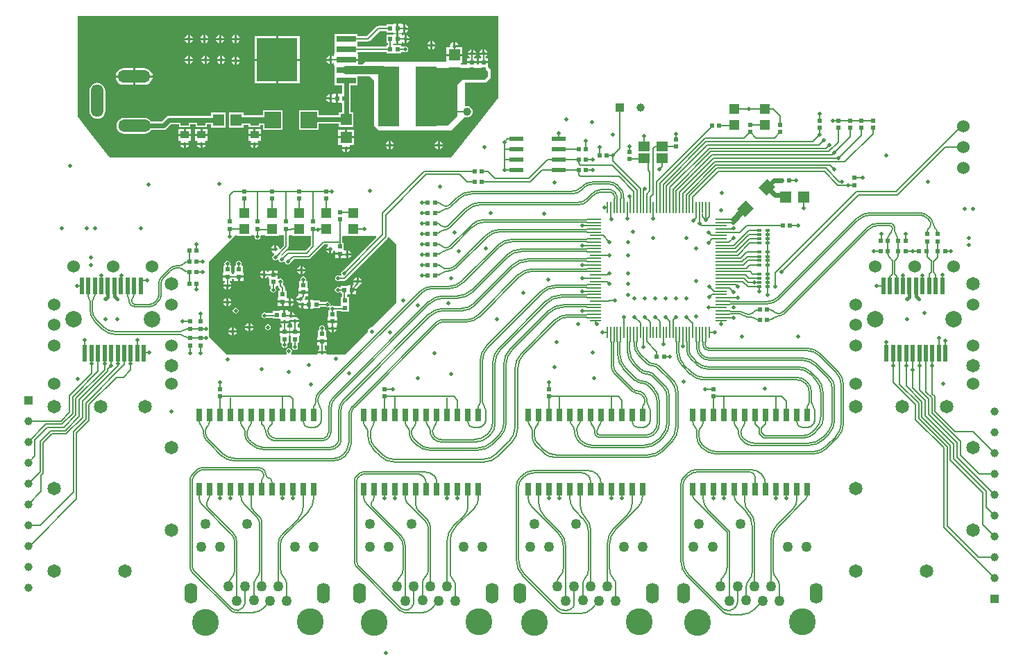
<source format=gtl>
G04*
G04 #@! TF.GenerationSoftware,Altium Limited,Altium Designer,20.0.2 (26)*
G04*
G04 Layer_Physical_Order=1*
G04 Layer_Color=255*
%FSLAX25Y25*%
%MOIN*%
G70*
G01*
G75*
%ADD14C,0.00500*%
%ADD15C,0.00787*%
%ADD20R,0.05500X0.05500*%
%ADD21R,0.05500X0.05500*%
%ADD22R,0.04000X0.03500*%
G04:AMPARAMS|DCode=23|XSize=78.74mil|YSize=78.74mil|CornerRadius=0mil|HoleSize=0mil|Usage=FLASHONLY|Rotation=0.000|XOffset=0mil|YOffset=0mil|HoleType=Round|Shape=RoundedRectangle|*
%AMROUNDEDRECTD23*
21,1,0.07874,0.07874,0,0,0.0*
21,1,0.07874,0.07874,0,0,0.0*
1,1,0.00000,0.03937,-0.03937*
1,1,0.00000,-0.03937,-0.03937*
1,1,0.00000,-0.03937,0.03937*
1,1,0.00000,0.03937,0.03937*
%
%ADD23ROUNDEDRECTD23*%
%ADD24R,0.01970X0.07874*%
%ADD25R,0.01968X0.02362*%
%ADD26R,0.02362X0.01968*%
%ADD27R,0.05100X0.04700*%
G04:AMPARAMS|DCode=28|XSize=59.06mil|YSize=55.12mil|CornerRadius=0mil|HoleSize=0mil|Usage=FLASHONLY|Rotation=225.000|XOffset=0mil|YOffset=0mil|HoleType=Round|Shape=Rectangle|*
%AMROTATEDRECTD28*
4,1,4,0.00139,0.04037,0.04037,0.00139,-0.00139,-0.04037,-0.04037,-0.00139,0.00139,0.04037,0.0*
%
%ADD28ROTATEDRECTD28*%

%ADD29R,0.02165X0.01600*%
%ADD30R,0.02165X0.01200*%
%ADD31R,0.02992X0.06142*%
%ADD32R,0.07100X0.02400*%
%ADD33R,0.00787X0.05748*%
%ADD34R,0.05748X0.00787*%
%ADD35R,0.05512X0.04724*%
%ADD36C,0.03937*%
%ADD37R,0.10433X0.28740*%
%ADD38R,0.09449X0.03150*%
%ADD39R,0.19685X0.20866*%
%ADD73C,0.00500*%
%ADD74C,0.02362*%
%ADD75C,0.03150*%
%ADD76C,0.01575*%
%ADD77C,0.00709*%
%ADD78C,0.03937*%
%ADD79R,0.03937X0.03937*%
%ADD80C,0.06000*%
%ADD81C,0.06496*%
%ADD82O,0.15748X0.05906*%
%ADD83O,0.05906X0.15748*%
%ADD84C,0.12874*%
%ADD85O,0.06299X0.10000*%
%ADD86C,0.05000*%
%ADD87C,0.04937*%
%ADD88R,0.03937X0.03937*%
%ADD89C,0.01968*%
%ADD90C,0.07874*%
G36*
X231000Y309509D02*
Y274019D01*
X221500Y261978D01*
X208500Y245500D01*
X44500D01*
X35500Y256908D01*
X29000Y265146D01*
Y310777D01*
Y313648D01*
X231000D01*
Y309509D01*
D02*
G37*
G36*
X132163Y208002D02*
Y207926D01*
X138837D01*
Y207926D01*
X138866Y207954D01*
X141064Y207938D01*
Y203210D01*
X138553Y200699D01*
X130035D01*
X129590Y200611D01*
X129212Y200359D01*
X127068Y198214D01*
X127068Y198214D01*
X126892Y198746D01*
X130052Y201905D01*
X130304Y202283D01*
X130393Y202728D01*
Y207660D01*
X130747Y208013D01*
X132163Y208002D01*
D02*
G37*
G36*
X105663Y208195D02*
Y207926D01*
X112337D01*
Y207926D01*
X112558Y208145D01*
X113712Y208136D01*
X114122Y207633D01*
X114095Y207500D01*
X114202Y206962D01*
X114506Y206507D01*
X114962Y206202D01*
X115500Y206095D01*
X116038Y206202D01*
X116493Y206507D01*
X116798Y206962D01*
X116905Y207500D01*
X116882Y207613D01*
X117293Y208110D01*
X119163Y208097D01*
Y207926D01*
X125837D01*
Y207926D01*
X125960Y208047D01*
X128064Y208032D01*
Y203210D01*
X126503Y201649D01*
X125961Y201814D01*
X125869Y202274D01*
X125431Y202931D01*
X124774Y203369D01*
X124500Y203424D01*
Y201500D01*
X124000D01*
Y201000D01*
X122076D01*
X122131Y200726D01*
X122569Y200069D01*
X123226Y199631D01*
X123382Y199600D01*
X123611Y199054D01*
X123462Y198798D01*
X123006Y198494D01*
X122702Y198038D01*
X122595Y197500D01*
X122702Y196962D01*
X123006Y196507D01*
X123462Y196202D01*
X124000Y196095D01*
X124538Y196202D01*
X124994Y196507D01*
X125126Y196705D01*
X125597Y196510D01*
X125595Y196500D01*
X125702Y195962D01*
X126006Y195507D01*
X126462Y195202D01*
X127000Y195095D01*
X127538Y195202D01*
X127994Y195507D01*
X128126Y195705D01*
X128597Y195510D01*
X128595Y195500D01*
X128702Y194962D01*
X129007Y194507D01*
X129462Y194202D01*
X130000Y194095D01*
X130538Y194202D01*
X130993Y194507D01*
X131298Y194962D01*
X131331Y195128D01*
X132999Y196796D01*
X140000D01*
X140000Y196796D01*
X140461Y196887D01*
X140851Y197149D01*
X147499Y203796D01*
X149331D01*
X149385Y203716D01*
X149252Y203037D01*
X149022Y202883D01*
X148584Y202227D01*
X148529Y201953D01*
X150453D01*
Y201453D01*
X150953D01*
Y199529D01*
X151227Y199584D01*
X151883Y200022D01*
X152322Y200678D01*
X152819Y200614D01*
Y199728D01*
X155000D01*
Y199228D01*
X155500D01*
Y197244D01*
X157181D01*
Y197244D01*
X157390Y197355D01*
X157726Y197131D01*
X158000Y197076D01*
Y199000D01*
Y200924D01*
X157726Y200869D01*
X157622Y200800D01*
X157181Y201035D01*
Y201213D01*
X156968D01*
Y204543D01*
X156204D01*
Y207473D01*
X156559Y207825D01*
X157950Y207815D01*
Y207713D01*
X165050D01*
Y207713D01*
X165101Y207763D01*
X172355Y207711D01*
X172545Y207248D01*
X156628Y191331D01*
X156462Y191298D01*
X156007Y190993D01*
X155702Y190538D01*
X155595Y190000D01*
X155702Y189462D01*
X155875Y189204D01*
X155628Y188704D01*
X154956D01*
X154816Y188798D01*
X154278Y188905D01*
X153741Y188798D01*
X153285Y188494D01*
X152980Y188038D01*
X152873Y187500D01*
X152980Y186962D01*
X153285Y186506D01*
X153741Y186202D01*
X154278Y186095D01*
X154816Y186202D01*
X154956Y186296D01*
X157005D01*
X157006Y186296D01*
X157466Y186387D01*
X157857Y186648D01*
X177851Y206643D01*
X177851Y206643D01*
X178113Y207034D01*
X178137Y207156D01*
X178679Y207320D01*
X182000Y204000D01*
X182000Y175500D01*
X170519Y164019D01*
X170500Y164023D01*
X169726Y163869D01*
X169069Y163431D01*
X168631Y162774D01*
X168477Y162000D01*
X168481Y161981D01*
X157500Y151000D01*
X153116D01*
X153000Y151023D01*
X152884Y151000D01*
X148774D01*
X148424Y151500D01*
Y151500D01*
X144576D01*
Y151500D01*
X144226Y151000D01*
X131773Y151000D01*
X131622Y151500D01*
X131631Y151506D01*
X131936Y151962D01*
X132043Y152500D01*
X131936Y153038D01*
X131631Y153493D01*
X131176Y153798D01*
X130638Y153905D01*
X130100Y153798D01*
X129645Y153493D01*
X129340Y153038D01*
X129233Y152500D01*
X129340Y151962D01*
X129645Y151506D01*
X129654Y151500D01*
X129503Y151000D01*
X100500Y151000D01*
X92000Y159500D01*
Y162651D01*
X92026Y162691D01*
X92133Y163228D01*
X92026Y163766D01*
X92000Y163805D01*
X92000Y195500D01*
X104702Y208202D01*
X105663Y208195D01*
D02*
G37*
%LPC*%
G36*
X182272Y309681D02*
X180787D01*
Y309469D01*
X177457D01*
Y308704D01*
X173500D01*
X173500Y308704D01*
X173039Y308613D01*
X172649Y308351D01*
X172649Y308351D01*
X168001Y303704D01*
X163547D01*
Y304862D01*
X152524D01*
Y300362D01*
X152524Y300000D01*
X152524Y299638D01*
Y295487D01*
X152311Y295075D01*
X152311Y294193D01*
X151811Y294010D01*
X151274Y294369D01*
X151000Y294424D01*
Y292500D01*
Y290576D01*
X151274Y290631D01*
X151811Y290990D01*
X152311Y290807D01*
Y289925D01*
X152524D01*
X152524Y289862D01*
Y285362D01*
X152524Y285138D01*
X152524D01*
Y284862D01*
X152524Y284862D01*
Y280138D01*
X156028D01*
Y276550D01*
X155713Y276181D01*
X154228D01*
Y274000D01*
Y271819D01*
X155713D01*
X156028Y271450D01*
Y267287D01*
X154463D01*
Y265757D01*
X144886D01*
Y268224D01*
X135437D01*
Y258776D01*
X144886D01*
Y261743D01*
X154463D01*
Y260213D01*
X161537D01*
Y267287D01*
X160043D01*
Y280138D01*
X163547D01*
Y284500D01*
X169500D01*
X171500Y282500D01*
Y260685D01*
X173685Y258500D01*
X208500D01*
X214951Y264951D01*
X215281Y264815D01*
X216000Y264720D01*
X216719Y264815D01*
X217390Y265093D01*
X217966Y265534D01*
X218407Y266110D01*
X218685Y266781D01*
X218780Y267500D01*
X218685Y268219D01*
X218407Y268890D01*
X217966Y269465D01*
X217390Y269907D01*
X216719Y270185D01*
X216000Y270280D01*
X215500Y270214D01*
X215000Y270556D01*
Y281394D01*
X224500D01*
X224500Y281394D01*
X225114Y281517D01*
X225635Y281865D01*
X227135Y283365D01*
X227483Y283886D01*
X227606Y284500D01*
X227606Y284500D01*
Y287000D01*
X227606Y287000D01*
X227483Y287614D01*
X227135Y288135D01*
X226396Y288875D01*
X226181Y289287D01*
X226181D01*
X226181Y289287D01*
Y290772D01*
X224000D01*
X221819D01*
Y290106D01*
X220681D01*
Y290772D01*
X218500D01*
X216319D01*
Y290106D01*
X213394D01*
X212962Y290538D01*
X213153Y291000D01*
X213750D01*
Y294250D01*
X210000D01*
X206250D01*
Y291500D01*
X167000D01*
X165780Y290280D01*
X163760D01*
Y292000D01*
X158035D01*
Y293000D01*
X163760D01*
Y294726D01*
X163760Y295075D01*
X163547Y295487D01*
Y295942D01*
X163901Y296296D01*
X177457D01*
Y295532D01*
X184543D01*
Y296296D01*
X185822D01*
X185962Y296202D01*
X186500Y296095D01*
X187038Y296202D01*
X187494Y296507D01*
X187798Y296962D01*
X187905Y297500D01*
X187798Y298038D01*
X187494Y298493D01*
X187038Y298798D01*
X186500Y298905D01*
X185962Y298798D01*
X185822Y298704D01*
X184543D01*
Y299468D01*
X180433D01*
Y299968D01*
X180787Y300319D01*
X182272D01*
Y302500D01*
Y304681D01*
X180787D01*
Y304468D01*
X177457D01*
Y300532D01*
X178024D01*
Y299468D01*
X177457D01*
Y298704D01*
X163901D01*
X163547Y299058D01*
X163547Y300000D01*
X163547Y300362D01*
Y301296D01*
X168500D01*
X168500Y301296D01*
X168961Y301387D01*
X169351Y301648D01*
X173999Y306296D01*
X177457D01*
Y305532D01*
X180787D01*
Y305319D01*
X182272D01*
Y307500D01*
Y309681D01*
D02*
G37*
G36*
X186500Y309424D02*
Y308000D01*
X187924D01*
X187869Y308274D01*
X187431Y308931D01*
X186774Y309369D01*
X186500Y309424D01*
D02*
G37*
G36*
X187924Y307000D02*
X186500D01*
Y305576D01*
X186774Y305631D01*
X187431Y306069D01*
X187869Y306726D01*
X187924Y307000D01*
D02*
G37*
G36*
X184756Y309681D02*
X183272D01*
Y307500D01*
Y305319D01*
X184756D01*
Y305368D01*
X185169Y305625D01*
X185256Y305625D01*
X185500Y305576D01*
Y307500D01*
Y309424D01*
X185256Y309375D01*
X185169Y309375D01*
X184756Y309632D01*
Y309681D01*
D02*
G37*
G36*
X187000Y304424D02*
Y303000D01*
X188424D01*
X188369Y303274D01*
X187931Y303931D01*
X187274Y304369D01*
X187000Y304424D01*
D02*
G37*
G36*
X105500D02*
Y303000D01*
X106924D01*
X106869Y303274D01*
X106431Y303931D01*
X105774Y304369D01*
X105500Y304424D01*
D02*
G37*
G36*
X104500D02*
X104226Y304369D01*
X103569Y303931D01*
X103131Y303274D01*
X103076Y303000D01*
X104500D01*
Y304424D01*
D02*
G37*
G36*
X98000D02*
Y303000D01*
X99424D01*
X99369Y303274D01*
X98931Y303931D01*
X98274Y304369D01*
X98000Y304424D01*
D02*
G37*
G36*
X97000D02*
X96726Y304369D01*
X96069Y303931D01*
X95631Y303274D01*
X95576Y303000D01*
X97000D01*
Y304424D01*
D02*
G37*
G36*
X90500D02*
Y303000D01*
X91924D01*
X91869Y303274D01*
X91431Y303931D01*
X90774Y304369D01*
X90500Y304424D01*
D02*
G37*
G36*
X89500D02*
X89226Y304369D01*
X88569Y303931D01*
X88131Y303274D01*
X88076Y303000D01*
X89500D01*
Y304424D01*
D02*
G37*
G36*
X83000D02*
Y303000D01*
X84424D01*
X84369Y303274D01*
X83931Y303931D01*
X83274Y304369D01*
X83000Y304424D01*
D02*
G37*
G36*
X82000D02*
X81726Y304369D01*
X81069Y303931D01*
X80631Y303274D01*
X80576Y303000D01*
X82000D01*
Y304424D01*
D02*
G37*
G36*
X188424Y302000D02*
X187000D01*
Y300576D01*
X187274Y300631D01*
X187931Y301069D01*
X188369Y301726D01*
X188424Y302000D01*
D02*
G37*
G36*
X184756Y304681D02*
X183272D01*
Y302500D01*
Y300319D01*
X184756D01*
Y300707D01*
X185256Y300945D01*
X185726Y300631D01*
X186000Y300576D01*
Y302500D01*
Y304424D01*
X185726Y304369D01*
X185256Y304055D01*
X184756Y304293D01*
Y304681D01*
D02*
G37*
G36*
X106924Y302000D02*
X105500D01*
Y300576D01*
X105774Y300631D01*
X106431Y301069D01*
X106869Y301726D01*
X106924Y302000D01*
D02*
G37*
G36*
X104500D02*
X103076D01*
X103131Y301726D01*
X103569Y301069D01*
X104226Y300631D01*
X104500Y300576D01*
Y302000D01*
D02*
G37*
G36*
X99424D02*
X98000D01*
Y300576D01*
X98274Y300631D01*
X98931Y301069D01*
X99369Y301726D01*
X99424Y302000D01*
D02*
G37*
G36*
X97000D02*
X95576D01*
X95631Y301726D01*
X96069Y301069D01*
X96726Y300631D01*
X97000Y300576D01*
Y302000D01*
D02*
G37*
G36*
X91924D02*
X90500D01*
Y300576D01*
X90774Y300631D01*
X91431Y301069D01*
X91869Y301726D01*
X91924Y302000D01*
D02*
G37*
G36*
X89500D02*
X88076D01*
X88131Y301726D01*
X88569Y301069D01*
X89226Y300631D01*
X89500Y300576D01*
Y302000D01*
D02*
G37*
G36*
X84424D02*
X83000D01*
Y300576D01*
X83274Y300631D01*
X83931Y301069D01*
X84369Y301726D01*
X84424Y302000D01*
D02*
G37*
G36*
X82000D02*
X80576D01*
X80631Y301726D01*
X81069Y301069D01*
X81726Y300631D01*
X82000Y300576D01*
Y302000D01*
D02*
G37*
G36*
X199500Y301424D02*
Y300000D01*
X200924D01*
X200869Y300274D01*
X200431Y300931D01*
X199774Y301369D01*
X199500Y301424D01*
D02*
G37*
G36*
X198500D02*
X198226Y301369D01*
X197569Y300931D01*
X197131Y300274D01*
X197076Y300000D01*
X198500D01*
Y301424D01*
D02*
G37*
G36*
X210500Y300924D02*
Y299500D01*
X211924D01*
X211869Y299774D01*
X211431Y300431D01*
X210774Y300869D01*
X210500Y300924D01*
D02*
G37*
G36*
X200924Y299000D02*
X199500D01*
Y297576D01*
X199774Y297631D01*
X200431Y298069D01*
X200869Y298726D01*
X200924Y299000D01*
D02*
G37*
G36*
X198500D02*
X197076D01*
X197131Y298726D01*
X197569Y298069D01*
X198226Y297631D01*
X198500Y297576D01*
Y299000D01*
D02*
G37*
G36*
X224500Y297424D02*
Y296000D01*
X225924D01*
X225869Y296274D01*
X225431Y296931D01*
X224774Y297369D01*
X224500Y297424D01*
D02*
G37*
G36*
X223500D02*
X223226Y297369D01*
X222569Y296931D01*
X222131Y296274D01*
X222076Y296000D01*
X223500D01*
Y297424D01*
D02*
G37*
G36*
X219000D02*
Y296000D01*
X220424D01*
X220369Y296274D01*
X219931Y296931D01*
X219274Y297369D01*
X219000Y297424D01*
D02*
G37*
G36*
X218000D02*
X217726Y297369D01*
X217069Y296931D01*
X216631Y296274D01*
X216576Y296000D01*
X218000D01*
Y297424D01*
D02*
G37*
G36*
X209500Y300924D02*
X209226Y300869D01*
X208569Y300431D01*
X208131Y299774D01*
X207977Y299000D01*
X207999Y298886D01*
X207682Y298500D01*
X206250D01*
Y295250D01*
X210000D01*
X213750D01*
Y298500D01*
X210000D01*
Y299000D01*
X209500D01*
Y300924D01*
D02*
G37*
G36*
X135807Y303933D02*
X125465D01*
Y293000D01*
X135807D01*
Y303933D01*
D02*
G37*
G36*
X124465D02*
X114122D01*
Y293000D01*
X124465D01*
Y303933D01*
D02*
G37*
G36*
X150000Y294424D02*
X149726Y294369D01*
X149069Y293931D01*
X148631Y293274D01*
X148576Y293000D01*
X150000D01*
Y294424D01*
D02*
G37*
G36*
X98500D02*
Y293000D01*
X99924D01*
X99869Y293274D01*
X99431Y293931D01*
X98774Y294369D01*
X98500Y294424D01*
D02*
G37*
G36*
X97500D02*
X97226Y294369D01*
X96569Y293931D01*
X96131Y293274D01*
X96076Y293000D01*
X97500D01*
Y294424D01*
D02*
G37*
G36*
X91000D02*
Y293000D01*
X92424D01*
X92369Y293274D01*
X91931Y293931D01*
X91274Y294369D01*
X91000Y294424D01*
D02*
G37*
G36*
X90000D02*
X89726Y294369D01*
X89069Y293931D01*
X88631Y293274D01*
X88576Y293000D01*
X90000D01*
Y294424D01*
D02*
G37*
G36*
X83000D02*
Y293000D01*
X84424D01*
X84369Y293274D01*
X83931Y293931D01*
X83274Y294369D01*
X83000Y294424D01*
D02*
G37*
G36*
X82000D02*
X81726Y294369D01*
X81069Y293931D01*
X80631Y293274D01*
X80576Y293000D01*
X82000D01*
Y294424D01*
D02*
G37*
G36*
X105500Y293924D02*
Y292500D01*
X106924D01*
X106869Y292774D01*
X106431Y293431D01*
X105774Y293869D01*
X105500Y293924D01*
D02*
G37*
G36*
X104500D02*
X104226Y293869D01*
X103569Y293431D01*
X103131Y292774D01*
X103076Y292500D01*
X104500D01*
Y293924D01*
D02*
G37*
G36*
X225924Y295000D02*
X222076D01*
X222131Y294726D01*
X222569Y294069D01*
X223039Y293756D01*
X222887Y293256D01*
X221819D01*
Y291772D01*
X224000D01*
X226181D01*
Y293256D01*
X225113D01*
X224961Y293756D01*
X225431Y294069D01*
X225869Y294726D01*
X225924Y295000D01*
D02*
G37*
G36*
X220424D02*
X216576D01*
X216631Y294726D01*
X217069Y294069D01*
X217539Y293756D01*
X217387Y293256D01*
X216319D01*
Y291772D01*
X218500D01*
X220681D01*
Y293256D01*
X219613D01*
X219461Y293756D01*
X219931Y294069D01*
X220369Y294726D01*
X220424Y295000D01*
D02*
G37*
G36*
X150000Y292000D02*
X148576D01*
X148631Y291726D01*
X149069Y291069D01*
X149726Y290631D01*
X150000Y290576D01*
Y292000D01*
D02*
G37*
G36*
X99924D02*
X98500D01*
Y290576D01*
X98774Y290631D01*
X99431Y291069D01*
X99869Y291726D01*
X99924Y292000D01*
D02*
G37*
G36*
X97500D02*
X96076D01*
X96131Y291726D01*
X96569Y291069D01*
X97226Y290631D01*
X97500Y290576D01*
Y292000D01*
D02*
G37*
G36*
X92424D02*
X91000D01*
Y290576D01*
X91274Y290631D01*
X91931Y291069D01*
X92369Y291726D01*
X92424Y292000D01*
D02*
G37*
G36*
X90000D02*
X88576D01*
X88631Y291726D01*
X89069Y291069D01*
X89726Y290631D01*
X90000Y290576D01*
Y292000D01*
D02*
G37*
G36*
X84424D02*
X83000D01*
Y290576D01*
X83274Y290631D01*
X83931Y291069D01*
X84369Y291726D01*
X84424Y292000D01*
D02*
G37*
G36*
X82000D02*
X80576D01*
X80631Y291726D01*
X81069Y291069D01*
X81726Y290631D01*
X82000Y290576D01*
Y292000D01*
D02*
G37*
G36*
X106924Y291500D02*
X105500D01*
Y290076D01*
X105774Y290131D01*
X106431Y290569D01*
X106869Y291226D01*
X106924Y291500D01*
D02*
G37*
G36*
X104500D02*
X103076D01*
X103131Y291226D01*
X103569Y290569D01*
X104226Y290131D01*
X104500Y290076D01*
Y291500D01*
D02*
G37*
G36*
X61153Y288428D02*
X56732D01*
Y284941D01*
X65074D01*
X65004Y285473D01*
X64606Y286435D01*
X63973Y287261D01*
X63147Y287894D01*
X62185Y288292D01*
X61153Y288428D01*
D02*
G37*
G36*
X55732D02*
X51311D01*
X50279Y288292D01*
X49317Y287894D01*
X48492Y287261D01*
X47858Y286435D01*
X47460Y285473D01*
X47390Y284941D01*
X55732D01*
Y288428D01*
D02*
G37*
G36*
X135807Y292000D02*
X125465D01*
Y281067D01*
X135807D01*
Y292000D01*
D02*
G37*
G36*
X124465D02*
X114122D01*
Y281067D01*
X124465D01*
Y292000D01*
D02*
G37*
G36*
X65074Y283941D02*
X56732D01*
Y280454D01*
X61153D01*
X62185Y280590D01*
X63147Y280989D01*
X63973Y281622D01*
X64606Y282448D01*
X65004Y283410D01*
X65074Y283941D01*
D02*
G37*
G36*
X55732D02*
X47390D01*
X47460Y283410D01*
X47858Y282448D01*
X48492Y281622D01*
X49317Y280989D01*
X50279Y280590D01*
X51311Y280454D01*
X55732D01*
Y283941D01*
D02*
G37*
G36*
X153228Y276181D02*
X151744D01*
Y276132D01*
X151331Y275875D01*
X151244Y275875D01*
X151000Y275924D01*
Y274000D01*
Y272076D01*
X151244Y272125D01*
X151331Y272125D01*
X151744Y271868D01*
Y271819D01*
X153228D01*
Y274000D01*
Y276181D01*
D02*
G37*
G36*
X150000Y275924D02*
X149726Y275869D01*
X149069Y275431D01*
X148631Y274774D01*
X148576Y274500D01*
X150000D01*
Y275924D01*
D02*
G37*
G36*
Y273500D02*
X148576D01*
X148631Y273226D01*
X149069Y272569D01*
X149726Y272131D01*
X150000Y272076D01*
Y273500D01*
D02*
G37*
G36*
X127563Y268224D02*
X118114D01*
Y265909D01*
X108787D01*
Y267037D01*
X101713D01*
Y259963D01*
X108787D01*
Y261091D01*
X111213D01*
Y260113D01*
X116787D01*
Y261091D01*
X118114D01*
Y258776D01*
X127563D01*
Y268224D01*
D02*
G37*
G36*
X38636Y281440D02*
X37660Y281311D01*
X36750Y280935D01*
X35969Y280335D01*
X35369Y279554D01*
X34992Y278644D01*
X34864Y277668D01*
Y267825D01*
X34992Y266849D01*
X35369Y265939D01*
X35969Y265158D01*
X36750Y264558D01*
X37660Y264181D01*
X38636Y264053D01*
X39612Y264181D01*
X40522Y264558D01*
X41304Y265158D01*
X41903Y265939D01*
X42280Y266849D01*
X42409Y267825D01*
Y277668D01*
X42280Y278644D01*
X41903Y279554D01*
X41304Y280335D01*
X40522Y280935D01*
X39612Y281311D01*
X38636Y281440D01*
D02*
G37*
G36*
X100287Y267037D02*
X93213D01*
Y265507D01*
X73000D01*
X72232Y265354D01*
X71581Y264919D01*
X69402Y262740D01*
X64459D01*
X63952Y263401D01*
X63171Y264000D01*
X62261Y264377D01*
X61284Y264506D01*
X51442D01*
X50466Y264377D01*
X49556Y264000D01*
X48774Y263401D01*
X48175Y262619D01*
X47798Y261710D01*
X47670Y260733D01*
X47798Y259757D01*
X48175Y258847D01*
X48774Y258066D01*
X49556Y257466D01*
X50466Y257089D01*
X51442Y256961D01*
X61284D01*
X62261Y257089D01*
X63171Y257466D01*
X63952Y258066D01*
X64459Y258726D01*
X70233D01*
X71001Y258879D01*
X71653Y259314D01*
X73831Y261493D01*
X77713D01*
Y260113D01*
X83287D01*
Y261493D01*
X85713D01*
Y260113D01*
X91287D01*
Y261493D01*
X93213D01*
Y259963D01*
X100287D01*
Y267037D01*
D02*
G37*
G36*
X117000Y259100D02*
X114500D01*
Y256850D01*
X117000D01*
Y259100D01*
D02*
G37*
G36*
X113500D02*
X111000D01*
Y256850D01*
X113500D01*
Y259100D01*
D02*
G37*
G36*
X91500D02*
X89000D01*
Y256850D01*
X91500D01*
Y259100D01*
D02*
G37*
G36*
X88000D02*
X85500D01*
Y256850D01*
X88000D01*
Y259100D01*
D02*
G37*
G36*
X83500D02*
X81000D01*
Y256850D01*
X83500D01*
Y259100D01*
D02*
G37*
G36*
X80000D02*
X77500D01*
Y256850D01*
X80000D01*
Y259100D01*
D02*
G37*
G36*
X161750Y259000D02*
X158500D01*
Y255750D01*
X161750D01*
Y259000D01*
D02*
G37*
G36*
X157500D02*
X154250D01*
Y255750D01*
X157500D01*
Y259000D01*
D02*
G37*
G36*
X117000Y255850D02*
X111000D01*
Y253600D01*
X112081D01*
X112349Y253100D01*
X112131Y252774D01*
X112076Y252500D01*
X115924D01*
X115869Y252774D01*
X115651Y253100D01*
X115919Y253600D01*
X117000D01*
Y255850D01*
D02*
G37*
G36*
X91500D02*
X85500D01*
Y253600D01*
X86581D01*
X86849Y253100D01*
X86631Y252774D01*
X86576Y252500D01*
X90424D01*
X90369Y252774D01*
X90151Y253100D01*
X90419Y253600D01*
X91500D01*
Y255850D01*
D02*
G37*
G36*
X83500D02*
X77500D01*
Y253600D01*
X78581D01*
X78849Y253100D01*
X78631Y252774D01*
X78576Y252500D01*
X82424D01*
X82369Y252774D01*
X82151Y253100D01*
X82419Y253600D01*
X83500D01*
Y255850D01*
D02*
G37*
G36*
X203000Y253424D02*
Y252000D01*
X204424D01*
X204369Y252274D01*
X203931Y252931D01*
X203274Y253369D01*
X203000Y253424D01*
D02*
G37*
G36*
X202000D02*
X201726Y253369D01*
X201069Y252931D01*
X200631Y252274D01*
X200576Y252000D01*
X202000D01*
Y253424D01*
D02*
G37*
G36*
X179500D02*
Y252000D01*
X180924D01*
X180869Y252274D01*
X180431Y252931D01*
X179774Y253369D01*
X179500Y253424D01*
D02*
G37*
G36*
X178500D02*
X178226Y253369D01*
X177569Y252931D01*
X177131Y252274D01*
X177076Y252000D01*
X178500D01*
Y253424D01*
D02*
G37*
G36*
X161750Y254750D02*
X158000D01*
X154250D01*
Y251500D01*
X156015D01*
X156282Y251000D01*
X156131Y250774D01*
X156076Y250500D01*
X159924D01*
X159869Y250774D01*
X159718Y251000D01*
X159985Y251500D01*
X161750D01*
Y254750D01*
D02*
G37*
G36*
X115924Y251500D02*
X114500D01*
Y250076D01*
X114774Y250131D01*
X115431Y250569D01*
X115869Y251226D01*
X115924Y251500D01*
D02*
G37*
G36*
X113500D02*
X112076D01*
X112131Y251226D01*
X112569Y250569D01*
X113226Y250131D01*
X113500Y250076D01*
Y251500D01*
D02*
G37*
G36*
X90424D02*
X89000D01*
Y250076D01*
X89274Y250131D01*
X89931Y250569D01*
X90369Y251226D01*
X90424Y251500D01*
D02*
G37*
G36*
X88000D02*
X86576D01*
X86631Y251226D01*
X87069Y250569D01*
X87726Y250131D01*
X88000Y250076D01*
Y251500D01*
D02*
G37*
G36*
X82424D02*
X81000D01*
Y250076D01*
X81274Y250131D01*
X81931Y250569D01*
X82369Y251226D01*
X82424Y251500D01*
D02*
G37*
G36*
X80000D02*
X78576D01*
X78631Y251226D01*
X79069Y250569D01*
X79726Y250131D01*
X80000Y250076D01*
Y251500D01*
D02*
G37*
G36*
X204424Y251000D02*
X203000D01*
Y249576D01*
X203274Y249631D01*
X203931Y250069D01*
X204369Y250726D01*
X204424Y251000D01*
D02*
G37*
G36*
X202000D02*
X200576D01*
X200631Y250726D01*
X201069Y250069D01*
X201726Y249631D01*
X202000Y249576D01*
Y251000D01*
D02*
G37*
G36*
X180924D02*
X179500D01*
Y249576D01*
X179774Y249631D01*
X180431Y250069D01*
X180869Y250726D01*
X180924Y251000D01*
D02*
G37*
G36*
X178500D02*
X177076D01*
X177131Y250726D01*
X177569Y250069D01*
X178226Y249631D01*
X178500Y249576D01*
Y251000D01*
D02*
G37*
G36*
X159924Y249500D02*
X158500D01*
Y248076D01*
X158774Y248131D01*
X159431Y248569D01*
X159869Y249226D01*
X159924Y249500D01*
D02*
G37*
G36*
X157500D02*
X156076D01*
X156131Y249226D01*
X156569Y248569D01*
X157226Y248131D01*
X157500Y248076D01*
Y249500D01*
D02*
G37*
%LPD*%
G36*
X226000Y287000D02*
Y284500D01*
X224500Y283000D01*
X214000D01*
X211500Y280500D01*
Y265500D01*
X207000Y261000D01*
X200000D01*
X196500Y264500D01*
Y288500D01*
X224500D01*
X226000Y287000D01*
D02*
G37*
%LPC*%
G36*
X123500Y203424D02*
X123226Y203369D01*
X122569Y202931D01*
X122131Y202274D01*
X122076Y202000D01*
X123500D01*
Y203424D01*
D02*
G37*
G36*
X149953Y200953D02*
X148529D01*
X148584Y200678D01*
X149022Y200022D01*
X149679Y199584D01*
X149953Y199529D01*
Y200953D01*
D02*
G37*
G36*
X159000Y200924D02*
Y199500D01*
X160424D01*
X160369Y199774D01*
X159931Y200431D01*
X159274Y200869D01*
X159000Y200924D01*
D02*
G37*
G36*
X154500Y198728D02*
X152819D01*
Y197244D01*
X154500D01*
Y198728D01*
D02*
G37*
G36*
X160424Y198500D02*
X159000D01*
Y197076D01*
X159274Y197131D01*
X159931Y197569D01*
X160369Y198226D01*
X160424Y198500D01*
D02*
G37*
G36*
X137000Y193424D02*
Y192000D01*
X138424D01*
X138369Y192274D01*
X137931Y192931D01*
X137274Y193369D01*
X137000Y193424D01*
D02*
G37*
G36*
X136000D02*
X135726Y193369D01*
X135069Y192931D01*
X134631Y192274D01*
X134576Y192000D01*
X136000D01*
Y193424D01*
D02*
G37*
G36*
X122500Y191256D02*
X120819D01*
Y190476D01*
X120310D01*
X120159Y190702D01*
X119503Y191141D01*
X119228Y191195D01*
Y189272D01*
Y187348D01*
X119503Y187402D01*
X120159Y187841D01*
X120310Y188067D01*
X120819D01*
Y187287D01*
X121031D01*
Y183957D01*
X121796D01*
Y182678D01*
X121702Y182538D01*
X121595Y182000D01*
X121702Y181462D01*
X122006Y181007D01*
X122462Y180702D01*
X123000Y180595D01*
X123538Y180702D01*
X123994Y181007D01*
X124298Y181462D01*
X124405Y182000D01*
X124298Y182538D01*
X124204Y182678D01*
Y183603D01*
X124558Y183957D01*
X124969Y183957D01*
X125358Y183689D01*
X125387Y183539D01*
X125648Y183149D01*
X126296Y182501D01*
Y181543D01*
X125531D01*
Y178213D01*
X125319D01*
Y176728D01*
X127500D01*
Y176228D01*
X128000D01*
Y174244D01*
X129681D01*
Y174244D01*
X129890Y174355D01*
X130226Y174131D01*
X130500Y174076D01*
Y176000D01*
Y177924D01*
X130226Y177869D01*
X130122Y177800D01*
X129681Y178035D01*
Y178213D01*
X129469D01*
Y181543D01*
X128704D01*
Y183000D01*
X128613Y183461D01*
X128351Y183852D01*
X128351Y183852D01*
X127704Y184499D01*
Y185322D01*
X127798Y185462D01*
X127905Y186000D01*
X127798Y186538D01*
X127494Y186994D01*
X127038Y187298D01*
X126500Y187405D01*
X125962Y187298D01*
X125580Y187042D01*
X125181Y187338D01*
Y188772D01*
X123000D01*
Y189272D01*
X122500D01*
Y191256D01*
D02*
G37*
G36*
X118228Y191195D02*
X117954Y191141D01*
X117298Y190702D01*
X116859Y190046D01*
X116805Y189772D01*
X118228D01*
Y191195D01*
D02*
G37*
G36*
X125181Y191256D02*
X123500D01*
Y189772D01*
X125181D01*
Y191256D01*
D02*
G37*
G36*
X138424Y191000D02*
X137000D01*
Y189576D01*
X137274Y189631D01*
X137931Y190069D01*
X138369Y190726D01*
X138424Y191000D01*
D02*
G37*
G36*
X136000D02*
X134576D01*
X134631Y190726D01*
X135069Y190069D01*
X135726Y189631D01*
X136000Y189576D01*
Y191000D01*
D02*
G37*
G36*
X106500Y195905D02*
X105962Y195798D01*
X105507Y195493D01*
X105202Y195038D01*
X105095Y194500D01*
X105186Y194043D01*
X105047Y193760D01*
X104881Y193543D01*
X104532D01*
Y190213D01*
X104319D01*
Y189433D01*
X103181D01*
Y190213D01*
X102969D01*
Y193543D01*
X102619D01*
X102453Y193760D01*
X102314Y194043D01*
X102405Y194500D01*
X102298Y195038D01*
X101993Y195493D01*
X101538Y195798D01*
X101000Y195905D01*
X100462Y195798D01*
X100007Y195493D01*
X99702Y195038D01*
X99595Y194500D01*
X99686Y194043D01*
X99547Y193760D01*
X99381Y193543D01*
X99032D01*
Y190213D01*
X98819D01*
Y188728D01*
X101000D01*
Y187728D01*
X98819D01*
Y186244D01*
X99796D01*
Y185582D01*
X99569Y185431D01*
X99131Y184774D01*
X99076Y184500D01*
X102924D01*
X102869Y184774D01*
X102431Y185431D01*
X102204Y185582D01*
Y186244D01*
X103181D01*
Y187024D01*
X104319D01*
Y186244D01*
X106000D01*
Y188228D01*
X106500D01*
Y188728D01*
X108681D01*
Y190213D01*
X108468D01*
Y193543D01*
X108119D01*
X107953Y193760D01*
X107814Y194043D01*
X107905Y194500D01*
X107798Y195038D01*
X107493Y195493D01*
X107038Y195798D01*
X106500Y195905D01*
D02*
G37*
G36*
X118228Y188772D02*
X116805D01*
X116859Y188497D01*
X117298Y187841D01*
X117954Y187402D01*
X118228Y187348D01*
Y188772D01*
D02*
G37*
G36*
X164000Y187924D02*
Y186500D01*
X165424D01*
X165369Y186774D01*
X164931Y187431D01*
X164274Y187869D01*
X164000Y187924D01*
D02*
G37*
G36*
X163000D02*
X162726Y187869D01*
X162069Y187431D01*
X161631Y186774D01*
X161576Y186500D01*
X163000D01*
Y187924D01*
D02*
G37*
G36*
X108681Y187728D02*
X107000D01*
Y186244D01*
X108681D01*
Y187728D01*
D02*
G37*
G36*
X160272Y184181D02*
X158787D01*
Y183968D01*
X155457D01*
Y183204D01*
X154678D01*
X154538Y183298D01*
X154000Y183405D01*
X153462Y183298D01*
X153006Y182993D01*
X152702Y182538D01*
X152595Y182000D01*
X152702Y181462D01*
X153006Y181007D01*
X153462Y180702D01*
X154000Y180595D01*
X154538Y180702D01*
X154678Y180796D01*
X155457D01*
Y180032D01*
X156024D01*
Y178543D01*
X155532D01*
Y174204D01*
X152178D01*
X152038Y174298D01*
X151500Y174405D01*
X150962Y174298D01*
X150650Y174089D01*
X150290Y174450D01*
X150298Y174462D01*
X150405Y175000D01*
X150298Y175538D01*
X149994Y175994D01*
X149538Y176298D01*
X149000Y176405D01*
X148462Y176298D01*
X148322Y176204D01*
X145543D01*
Y176969D01*
X142213D01*
Y177181D01*
X140728D01*
Y175000D01*
Y172819D01*
X142213D01*
Y173031D01*
X145543D01*
Y173796D01*
X148322D01*
X148462Y173702D01*
X149000Y173595D01*
X149538Y173702D01*
X149850Y173911D01*
X150210Y173550D01*
X150202Y173538D01*
X150095Y173000D01*
X150186Y172543D01*
X150047Y172259D01*
X149881Y172043D01*
X149531D01*
Y168713D01*
X149319D01*
Y167228D01*
X153681D01*
Y168713D01*
X153469D01*
Y171796D01*
X155532D01*
Y171457D01*
X159468D01*
Y175000D01*
Y178543D01*
X158433D01*
Y179468D01*
X158787Y179819D01*
X160272D01*
Y182000D01*
Y184181D01*
D02*
G37*
G36*
X165424Y185500D02*
X161576D01*
X161631Y185226D01*
X161897Y184828D01*
X161272Y184203D01*
Y182500D01*
X162975D01*
X164351Y183877D01*
X164613Y184267D01*
X164633Y184371D01*
X164931Y184569D01*
X165369Y185226D01*
X165424Y185500D01*
D02*
G37*
G36*
X102924Y183500D02*
X101500D01*
Y182076D01*
X101774Y182131D01*
X102431Y182569D01*
X102869Y183226D01*
X102924Y183500D01*
D02*
G37*
G36*
X100500D02*
X99076D01*
X99131Y183226D01*
X99569Y182569D01*
X100226Y182131D01*
X100500Y182076D01*
Y183500D01*
D02*
G37*
G36*
X137500Y188405D02*
X136962Y188298D01*
X136506Y187994D01*
X136202Y187538D01*
X136095Y187000D01*
X136186Y186543D01*
X136047Y186259D01*
X135881Y186043D01*
X135531D01*
Y182713D01*
X135319D01*
Y181228D01*
X139681D01*
Y182713D01*
X139469D01*
Y186043D01*
X139119D01*
X138953Y186259D01*
X138814Y186543D01*
X138905Y187000D01*
X138798Y187538D01*
X138494Y187994D01*
X138038Y188298D01*
X137500Y188405D01*
D02*
G37*
G36*
X162756Y181500D02*
X161272D01*
Y179819D01*
X162756D01*
Y181500D01*
D02*
G37*
G36*
X131500Y177924D02*
Y176500D01*
X132924D01*
X132869Y176774D01*
X132431Y177431D01*
X131774Y177869D01*
X131500Y177924D01*
D02*
G37*
G36*
X101500D02*
Y176500D01*
X102924D01*
X102869Y176774D01*
X102431Y177431D01*
X101774Y177869D01*
X101500Y177924D01*
D02*
G37*
G36*
X100500D02*
X100226Y177869D01*
X99569Y177431D01*
X99131Y176774D01*
X99076Y176500D01*
X100500D01*
Y177924D01*
D02*
G37*
G36*
X127000Y175728D02*
X125319D01*
Y174244D01*
X127000D01*
Y175728D01*
D02*
G37*
G36*
X132924Y175500D02*
X131500D01*
Y174076D01*
X131774Y174131D01*
X132431Y174569D01*
X132869Y175226D01*
X132924Y175500D01*
D02*
G37*
G36*
X102924D02*
X101500D01*
Y174076D01*
X101774Y174131D01*
X102431Y174569D01*
X102869Y175226D01*
X102924Y175500D01*
D02*
G37*
G36*
X100500D02*
X99076D01*
X99131Y175226D01*
X99569Y174569D01*
X100226Y174131D01*
X100500Y174076D01*
Y175500D01*
D02*
G37*
G36*
X136500Y174500D02*
X135076D01*
X135131Y174226D01*
X135569Y173569D01*
X136226Y173131D01*
X136500Y173076D01*
Y174500D01*
D02*
G37*
G36*
X139681Y180228D02*
X135319D01*
Y179388D01*
X135226Y179369D01*
X134569Y178931D01*
X134131Y178274D01*
X134076Y178000D01*
X136000D01*
Y177000D01*
X134076D01*
X134131Y176726D01*
X134569Y176069D01*
X135117Y175704D01*
X135076Y175500D01*
X137000D01*
Y175000D01*
X137500D01*
Y173076D01*
X137744Y173125D01*
X137831Y173125D01*
X138244Y172868D01*
Y172819D01*
X139728D01*
Y175000D01*
Y177181D01*
X138470D01*
X138210Y177366D01*
X138126Y177923D01*
X138352Y178148D01*
X138613Y178539D01*
X138653Y178744D01*
X139681D01*
Y180228D01*
D02*
G37*
G36*
X105000Y173405D02*
X104462Y173298D01*
X104007Y172994D01*
X103702Y172538D01*
X103595Y172000D01*
X103702Y171462D01*
X104007Y171007D01*
X104462Y170702D01*
X105000Y170595D01*
X105538Y170702D01*
X105993Y171007D01*
X106298Y171462D01*
X106405Y172000D01*
X106298Y172538D01*
X105993Y172994D01*
X105538Y173298D01*
X105000Y173405D01*
D02*
G37*
G36*
X130256Y172181D02*
X128772D01*
Y170000D01*
X127772D01*
Y172181D01*
X126287D01*
Y171968D01*
X122957D01*
Y170842D01*
X119540D01*
X119400Y170936D01*
X118862Y171043D01*
X118324Y170936D01*
X117869Y170631D01*
X117564Y170176D01*
X117457Y169638D01*
X117564Y169100D01*
X117869Y168644D01*
X118324Y168340D01*
X118862Y168233D01*
X119400Y168340D01*
X119540Y168434D01*
X122957D01*
Y168032D01*
X126287D01*
Y167819D01*
X126464D01*
X126700Y167378D01*
X126631Y167274D01*
X126576Y167000D01*
X130424D01*
X130371Y167267D01*
X130390Y167295D01*
X130705Y167610D01*
X130733Y167629D01*
X131384Y167500D01*
X135424D01*
X135369Y167774D01*
X134931Y168431D01*
X134274Y168869D01*
X133616Y169000D01*
X131500D01*
Y169500D01*
X131000D01*
Y171424D01*
X130756Y171375D01*
X130669Y171375D01*
X130256Y171632D01*
Y172181D01*
D02*
G37*
G36*
X132000Y171424D02*
Y170000D01*
X133424D01*
X133369Y170274D01*
X132931Y170931D01*
X132274Y171369D01*
X132000Y171424D01*
D02*
G37*
G36*
X112000Y165924D02*
Y164500D01*
X113424D01*
X113369Y164774D01*
X112931Y165431D01*
X112274Y165869D01*
X112000Y165924D01*
D02*
G37*
G36*
X111000D02*
X110726Y165869D01*
X110069Y165431D01*
X109631Y164774D01*
X109576Y164500D01*
X111000D01*
Y165924D01*
D02*
G37*
G36*
X153681Y166228D02*
X149319D01*
Y164744D01*
X149368D01*
X149625Y164331D01*
X149625Y164244D01*
X149576Y164000D01*
X153424D01*
X153375Y164244D01*
X153375Y164331D01*
X153632Y164744D01*
X153681D01*
Y166228D01*
D02*
G37*
G36*
X120500Y165405D02*
X119962Y165298D01*
X119507Y164994D01*
X119202Y164538D01*
X119095Y164000D01*
X119202Y163462D01*
X119507Y163006D01*
X119962Y162702D01*
X120500Y162595D01*
X121038Y162702D01*
X121493Y163006D01*
X121798Y163462D01*
X121905Y164000D01*
X121798Y164538D01*
X121493Y164994D01*
X121038Y165298D01*
X120500Y165405D01*
D02*
G37*
G36*
X104000Y163924D02*
Y162500D01*
X105424D01*
X105369Y162774D01*
X104931Y163431D01*
X104274Y163869D01*
X104000Y163924D01*
D02*
G37*
G36*
X103000D02*
X102726Y163869D01*
X102069Y163431D01*
X101631Y162774D01*
X101576Y162500D01*
X103000D01*
Y163924D01*
D02*
G37*
G36*
X135424Y166500D02*
X131576D01*
X131631Y166226D01*
X132069Y165569D01*
X132296Y165418D01*
Y163756D01*
X131319D01*
Y162272D01*
X133500D01*
X135681D01*
Y163756D01*
X134704D01*
Y165418D01*
X134931Y165569D01*
X135369Y166226D01*
X135424Y166500D01*
D02*
G37*
G36*
X130424Y166000D02*
X126576D01*
X126631Y165726D01*
X127069Y165069D01*
X127296Y164918D01*
Y163756D01*
X126319D01*
Y162272D01*
X128500D01*
X130681D01*
Y163756D01*
X129704D01*
Y164918D01*
X129931Y165069D01*
X130369Y165726D01*
X130424Y166000D01*
D02*
G37*
G36*
X113424Y163500D02*
X112000D01*
Y162076D01*
X112274Y162131D01*
X112931Y162569D01*
X113369Y163226D01*
X113424Y163500D01*
D02*
G37*
G36*
X111000D02*
X109576D01*
X109631Y163226D01*
X110069Y162569D01*
X110726Y162131D01*
X111000Y162076D01*
Y163500D01*
D02*
G37*
G36*
X153424Y163000D02*
X152000D01*
Y161576D01*
X152274Y161631D01*
X152931Y162069D01*
X153369Y162726D01*
X153424Y163000D01*
D02*
G37*
G36*
X151000D02*
X149576D01*
X149631Y162726D01*
X150069Y162069D01*
X150726Y161631D01*
X151000Y161576D01*
Y163000D01*
D02*
G37*
G36*
X105424Y161500D02*
X104000D01*
Y160076D01*
X104274Y160131D01*
X104931Y160569D01*
X105369Y161226D01*
X105424Y161500D01*
D02*
G37*
G36*
X103000D02*
X101576D01*
X101631Y161226D01*
X102069Y160569D01*
X102726Y160131D01*
X103000Y160076D01*
Y161500D01*
D02*
G37*
G36*
X146500Y164905D02*
X145962Y164798D01*
X145507Y164494D01*
X145202Y164038D01*
X145095Y163500D01*
X145186Y163043D01*
X145047Y162759D01*
X144881Y162543D01*
X144532D01*
Y159213D01*
X144319D01*
Y157728D01*
X148681D01*
Y159213D01*
X148468D01*
Y162543D01*
X148119D01*
X147953Y162759D01*
X147814Y163043D01*
X147905Y163500D01*
X147798Y164038D01*
X147494Y164494D01*
X147038Y164798D01*
X146500Y164905D01*
D02*
G37*
G36*
X130681Y161272D02*
X128500D01*
X126319D01*
Y159787D01*
X126532D01*
Y156457D01*
X126881D01*
X127047Y156240D01*
X127186Y155957D01*
X127095Y155500D01*
X127202Y154962D01*
X127506Y154507D01*
X127962Y154202D01*
X128500Y154095D01*
X129038Y154202D01*
X129493Y154507D01*
X129798Y154962D01*
X129905Y155500D01*
X129814Y155957D01*
X129953Y156240D01*
X130119Y156457D01*
X130468D01*
Y159787D01*
X130681D01*
Y161272D01*
D02*
G37*
G36*
X135681D02*
X133500D01*
X131319D01*
Y159787D01*
X131532D01*
Y156457D01*
X132296D01*
Y155178D01*
X132202Y155038D01*
X132095Y154500D01*
X132202Y153962D01*
X132507Y153507D01*
X132962Y153202D01*
X133500Y153095D01*
X134038Y153202D01*
X134494Y153507D01*
X134798Y153962D01*
X134905Y154500D01*
X134798Y155038D01*
X134704Y155178D01*
Y156457D01*
X135468D01*
Y159787D01*
X135681D01*
Y161272D01*
D02*
G37*
G36*
X148681Y156728D02*
X144319D01*
Y155244D01*
X145296D01*
Y153582D01*
X145069Y153431D01*
X144631Y152774D01*
X144576Y152500D01*
X148424D01*
X148369Y152774D01*
X147931Y153431D01*
X147704Y153582D01*
Y155244D01*
X148681D01*
Y156728D01*
D02*
G37*
%LPD*%
D14*
X35000Y176793D02*
G03*
X34500Y178000I-1707J0D01*
G01*
X34190Y178748D02*
G03*
X34500Y178000I1058J0D01*
G01*
X35000Y172743D02*
G03*
X37586Y166500I8828J0D01*
G01*
X40820Y163266D02*
G03*
X47500Y160500I6680J6684D01*
G01*
X40818Y163268D02*
G03*
X40820Y163266I6682J6682D01*
G01*
X36750Y177750D02*
G03*
X37500Y179561I-1811J1810D01*
G01*
X36750Y177750D02*
G03*
X36000Y175939I1811J-1810D01*
G01*
X38472Y167028D02*
G03*
X38475Y167025I5977J5972D01*
G01*
X36000Y173000D02*
G03*
X38472Y167028I8450J0D01*
G01*
X41034Y164465D02*
G03*
X47500Y161787I6465J6465D01*
G01*
X80363Y159637D02*
G03*
X78278Y160500I-2085J-2087D01*
G01*
X80364Y159636D02*
G03*
X80363Y159637I-2086J-2086D01*
G01*
X80364Y159636D02*
G03*
X82450Y158772I2086J2086D01*
G01*
X80006Y162506D02*
G03*
X80008Y162508I-1738J1741D01*
G01*
X78268Y161787D02*
G03*
X80006Y162506I0J2460D01*
G01*
X81747Y163228D02*
G03*
X80008Y162508I0J-2460D01*
G01*
X55187Y174313D02*
G03*
X56362Y174000I1175J2049D01*
G01*
X54692Y174692D02*
G03*
X55187Y174313I1670J1670D01*
G01*
X54287Y175213D02*
G03*
X54692Y174692I2274J1348D01*
G01*
X54000Y175906D02*
G03*
X54287Y175213I2561J655D01*
G01*
X53918Y176561D02*
G03*
X54000Y175906I2643J0D01*
G01*
X53545Y177955D02*
G03*
X53543Y177957I-905J-902D01*
G01*
X53918Y177053D02*
G03*
X53545Y177955I-1278J0D01*
G01*
X53087Y179059D02*
G03*
X53543Y177957I1559J0D01*
G01*
X55618Y178118D02*
G03*
X56236Y179610I-1492J1492D01*
G01*
X55618Y178118D02*
G03*
X55000Y176626I1492J-1492D01*
G01*
Y176561D02*
G03*
X55457Y175457I1561J0D01*
G01*
X55458Y175456D02*
G03*
X56561Y175000I1103J1104D01*
G01*
X55457Y175457D02*
G03*
X55458Y175456I1104J1104D01*
G01*
X66498Y174998D02*
G03*
X66500Y175000I-2412J2417D01*
G01*
X64086Y174000D02*
G03*
X66498Y174998I0J3414D01*
G01*
X66084Y175998D02*
G03*
X66086Y176000I-2412J2417D01*
G01*
X63672Y175000D02*
G03*
X66084Y175998I0J3414D01*
G01*
X67939Y176439D02*
G03*
X69000Y179000I-2561J2561D01*
G01*
X67002Y176917D02*
G03*
X68000Y179328I-2417J2412D01*
G01*
X67000Y176914D02*
G03*
X67002Y176917I-2414J2414D01*
G01*
X76828Y193500D02*
G03*
X73000Y191914I0J-5414D01*
G01*
X77586Y193500D02*
G03*
X79998Y194498I0J3414D01*
G01*
X73501Y191001D02*
G03*
X73500Y191000I3621J-3622D01*
G01*
X77121Y192500D02*
G03*
X73501Y191001I0J-5121D01*
G01*
X80000Y191500D02*
G03*
X77586Y192500I-2414J-2414D01*
G01*
X69705Y188620D02*
G03*
X68000Y184500I4123J-4120D01*
G01*
X69707Y188621D02*
G03*
X69705Y188620I4121J-4121D01*
G01*
X70768Y188268D02*
G03*
X69000Y184000I4268J-4268D01*
G01*
X80002Y194502D02*
G03*
X80000Y194500I2412J-2417D01*
G01*
X82414Y195500D02*
G03*
X80002Y194502I0J-3414D01*
G01*
X80005Y191495D02*
G03*
X82414Y190500I2409J2420D01*
G01*
X80000Y191500D02*
G03*
X80005Y191495I2414J2414D01*
G01*
X79998Y194498D02*
G03*
X80000Y194500I-2412J2417D01*
G01*
X287341Y228659D02*
G03*
X287340Y228660I-1661J-1659D01*
G01*
X288028Y227000D02*
G03*
X287341Y228659I-2348J0D01*
G01*
X285140Y230000D02*
G03*
X284480Y230063I-660J-3456D01*
G01*
X286968Y229032D02*
G03*
X285140Y230000I-2488J-2488D01*
G01*
X280061D02*
G03*
X275985Y227985I939J-7029D01*
G01*
X281000Y230063D02*
G03*
X280061Y230000I0J-7092D01*
G01*
X286477Y228108D02*
G03*
X286477Y228109I-1331J-1329D01*
G01*
X287028Y226779D02*
G03*
X286477Y228108I-1881J0D01*
G01*
X286306Y228280D02*
G03*
X284566Y229000I-1740J-1741D01*
G01*
X286307Y228279D02*
G03*
X286306Y228280I-1740J-1740D01*
G01*
X276587Y227173D02*
G03*
X276586Y227172I4413J-4415D01*
G01*
X281000Y229000D02*
G03*
X276587Y227173I0J-6243D01*
G01*
X270066Y222931D02*
G03*
X273957Y224543I0J5503D01*
G01*
X269500Y223931D02*
G03*
X273650Y225650I0J5869D01*
G01*
X289890Y230610D02*
G03*
X289888Y230612I-3113J-3110D01*
G01*
X291177Y227500D02*
G03*
X289890Y230610I-4401J0D01*
G01*
X288029Y232471D02*
G03*
X285000Y233724I-3029J-3033D01*
G01*
X288031Y232469D02*
G03*
X288029Y232471I-3031J-3031D01*
G01*
X265956Y229138D02*
G03*
X271000Y231227I0J7133D01*
G01*
X276322Y233724D02*
G03*
X271500Y231727I0J-6819D01*
G01*
X289183Y229903D02*
G03*
X289181Y229905I-2406J-2403D01*
G01*
X290177Y227500D02*
G03*
X289183Y229903I-3401J0D01*
G01*
X287583Y231502D02*
G03*
X284630Y232724I-2954J-2958D01*
G01*
X287586Y231500D02*
G03*
X287583Y231502I-2956J-2956D01*
G01*
X276350Y232724D02*
G03*
X272187Y231000I0J-5887D01*
G01*
X270997Y229809D02*
G03*
X271000Y229813I-4041J4047D01*
G01*
X266956Y228138D02*
G03*
X270997Y229809I0J5719D01*
G01*
X211498Y193084D02*
G03*
X211500Y193086I-5185J5188D01*
G01*
X207269Y191000D02*
G03*
X211498Y193084I-955J7272D01*
G01*
X206314Y190937D02*
G03*
X207269Y191000I0J7335D01*
G01*
X206263Y190937D02*
G03*
X204000Y190000I0J-3201D01*
G01*
X203998Y189998D02*
G03*
X204000Y190000I-2412J2417D01*
G01*
X201586Y189000D02*
G03*
X203998Y189998I0J3414D01*
G01*
X210827Y193827D02*
G03*
X210828Y193828I-4413J4415D01*
G01*
X206414Y192000D02*
G03*
X210827Y193827I0J6243D01*
G01*
X204002Y192998D02*
G03*
X206414Y192000I2412J2417D01*
G01*
X204000Y193000D02*
G03*
X204002Y192998I2414J2414D01*
G01*
X203998Y193002D02*
G03*
X201586Y194000I-2412J-2417D01*
G01*
X204000Y193000D02*
G03*
X203998Y193002I-2414J-2414D01*
G01*
X201586Y199000D02*
G03*
X203998Y199998I0J3414D01*
G01*
X206215Y201000D02*
G03*
X208406Y201906I0J3101D01*
G01*
X206215Y201000D02*
G03*
X204141Y200141I0J-2934D01*
G01*
X208406Y201906D02*
G03*
X208408Y201908I-2191J2195D01*
G01*
X203998Y199998D02*
G03*
X204000Y200000I-2412J2417D01*
G01*
X207822Y202737D02*
G03*
X207823Y202737I-1780J1781D01*
G01*
X206043Y202000D02*
G03*
X207822Y202737I0J2518D01*
G01*
X204263Y202737D02*
G03*
X206043Y202000I1780J1780D01*
G01*
X203998Y203002D02*
G03*
X201586Y204000I-2412J-2417D01*
G01*
X204000Y203000D02*
G03*
X203998Y203002I-2414J-2414D01*
G01*
X207767Y211767D02*
G03*
X207768Y211768I-2052J2053D01*
G01*
X206402Y211000D02*
G03*
X207767Y211767I-687J2820D01*
G01*
X205715Y210918D02*
G03*
X206402Y211000I0J2903D01*
G01*
X205715Y210918D02*
G03*
X203500Y210000I0J-3133D01*
G01*
X203498Y209998D02*
G03*
X203500Y210000I-2412J2417D01*
G01*
X201086Y209000D02*
G03*
X203498Y209998I0J3414D01*
G01*
X205500Y212000D02*
G03*
X207207Y212707I0J2414D01*
G01*
X203793D02*
G03*
X205500Y212000I1707J1707D01*
G01*
X203498Y213002D02*
G03*
X201086Y214000I-2412J-2417D01*
G01*
X203500Y213000D02*
G03*
X203498Y213002I-2414J-2414D01*
G01*
X204263Y222737D02*
G03*
X206043Y222000I1780J1780D01*
G01*
X204263Y222737D02*
G03*
X201215Y224000I-3048J-3048D01*
G01*
X206215Y220918D02*
G03*
X204000Y220000I0J-3133D01*
G01*
X203998Y219998D02*
G03*
X204000Y220000I-2412J2417D01*
G01*
X201586Y219000D02*
G03*
X203998Y219998I0J3414D01*
G01*
X208267Y221767D02*
G03*
X208268Y221768I-2052J2053D01*
G01*
X206902Y221000D02*
G03*
X208267Y221767I-687J2820D01*
G01*
X206215Y220918D02*
G03*
X206902Y221000I0J2903D01*
G01*
X207822Y222737D02*
G03*
X207823Y222737I-1780J1781D01*
G01*
X206043Y222000D02*
G03*
X207822Y222737I0J2518D01*
G01*
X218366Y229138D02*
G03*
X211295Y226209I0J-10000D01*
G01*
X218780Y228138D02*
G03*
X211709Y225209I0J-10000D01*
G01*
X222573Y223931D02*
G03*
X215502Y221002I0J-10000D01*
G01*
X223073Y222931D02*
G03*
X216002Y220002I0J-10000D01*
G01*
X218089Y213003D02*
G03*
X218086Y213000I6327J-6333D01*
G01*
X224416Y215622D02*
G03*
X218089Y213003I0J-8952D01*
G01*
X225264Y214622D02*
G03*
X218193Y211693I0J-10000D01*
G01*
X232040Y210898D02*
G03*
X224969Y207969I0J-10000D01*
G01*
X232454Y209898D02*
G03*
X225383Y206969I0J-10000D01*
G01*
X237815Y206173D02*
G03*
X230744Y203244I0J-10000D01*
G01*
X238315Y205173D02*
G03*
X231244Y202244I0J-10000D01*
G01*
X242091Y201449D02*
G03*
X235020Y198520I0J-10000D01*
G01*
X242591Y200449D02*
G03*
X235520Y197520I0J-10000D01*
G01*
X244952Y196724D02*
G03*
X237881Y193796I0J-10000D01*
G01*
X245367Y195724D02*
G03*
X238296Y192796I0J-10000D01*
G01*
X247728Y192000D02*
G03*
X240657Y189071I0J-10000D01*
G01*
X248142Y191000D02*
G03*
X241071Y188071I0J-10000D01*
G01*
X211858Y178000D02*
G03*
X218929Y180929I0J10000D01*
G01*
X211358Y179000D02*
G03*
X218429Y181929I0J10000D01*
G01*
X207272Y182500D02*
G03*
X214343Y185429I0J10000D01*
G01*
X206858Y183500D02*
G03*
X213929Y186429I0J10000D01*
G01*
X199000Y183500D02*
G03*
X193879Y181379I0J-7243D01*
G01*
X194502Y180588D02*
G03*
X194500Y180586I4619J-4623D01*
G01*
X199121Y182500D02*
G03*
X194502Y180588I0J-6536D01*
G01*
X204636Y179000D02*
G03*
X197565Y176071I0J-10000D01*
G01*
X205050Y178000D02*
G03*
X197979Y175071I0J-10000D01*
G01*
X204728Y173000D02*
G03*
X197657Y170071I0J-10000D01*
G01*
X205142Y172000D02*
G03*
X198071Y169071I0J-10000D01*
G01*
X219972Y174472D02*
G03*
X219975Y174475I-5972J5977D01*
G01*
X214000Y172000D02*
G03*
X219972Y174472I0J8450D01*
G01*
X213500Y173000D02*
G03*
X219621Y175536I0J8657D01*
G01*
X216172Y166586D02*
G03*
X222000Y169000I0J8243D01*
G01*
X216000Y167586D02*
G03*
X221414Y169828I0J7657D01*
G01*
X258675Y184126D02*
G03*
X251604Y181197I0J-10000D01*
G01*
X259089Y183126D02*
G03*
X252018Y180197I0J-10000D01*
G01*
X261038Y179402D02*
G03*
X253967Y176473I0J-10000D01*
G01*
X261452Y178402D02*
G03*
X254381Y175473I0J-10000D01*
G01*
X262182Y174677D02*
G03*
X255111Y171748I0J-10000D01*
G01*
X262596Y173677D02*
G03*
X255525Y170748I0J-10000D01*
G01*
X264500Y169953D02*
G03*
X258200Y167343I0J-8909D01*
G01*
X265076Y168953D02*
G03*
X258500Y166229I0J-9300D01*
G01*
X225429Y155023D02*
G03*
X222500Y147951I7071J-7071D01*
G01*
X226429Y154608D02*
G03*
X223500Y147537I7071J-7071D01*
G01*
X231429Y153935D02*
G03*
X228500Y146864I7071J-7071D01*
G01*
X232429Y153521D02*
G03*
X229500Y146449I7071J-7071D01*
G01*
X236779Y153417D02*
G03*
X233850Y146346I7071J-7071D01*
G01*
X237779Y153003D02*
G03*
X234850Y145931I7071J-7071D01*
G01*
X242142Y151285D02*
G03*
X239213Y144214I7071J-7071D01*
G01*
X243429Y151158D02*
G03*
X240500Y144087I7071J-7071D01*
G01*
X303002Y147498D02*
G03*
X305414Y146500I2412J2417D01*
G01*
X308393Y145266D02*
G03*
X305414Y146500I-2979J-2979D01*
G01*
X302439Y146561D02*
G03*
X305000Y145500I2561J2561D01*
G01*
X307979Y144266D02*
G03*
X305000Y145500I-2979J-2979D01*
G01*
X288602Y150500D02*
G03*
X291305Y143973I9232J0D01*
G01*
X292189Y144503D02*
G03*
X292193Y144500I6257J6250D01*
G01*
X289602Y150753D02*
G03*
X292189Y144503I8844J0D01*
G01*
X293327Y152000D02*
G03*
X295708Y146252I8129J0D01*
G01*
X294327Y152616D02*
G03*
X296850Y146524I8616J0D01*
G01*
X296476Y155500D02*
G03*
X298581Y150419I7186J0D01*
G01*
X297476Y155500D02*
G03*
X299227Y151272I5979J0D01*
G01*
X303000Y147500D02*
G03*
X303002Y147498I2414J2414D01*
G01*
X302961Y136033D02*
G03*
X300500Y137051I-2461J-2465D01*
G01*
X296622Y138656D02*
G03*
X300500Y137051I3878J3882D01*
G01*
X296620Y138658D02*
G03*
X296622Y138656I3880J3880D01*
G01*
X303669Y136740D02*
G03*
X300500Y138051I-3169J-3172D01*
G01*
X297330Y139363D02*
G03*
X300500Y138051I3170J3175D01*
G01*
X297327Y139365D02*
G03*
X297330Y139363I3173J3173D01*
G01*
X305517Y140251D02*
G03*
X302500Y141500I-3017J-3017D01*
G01*
X299017Y142943D02*
G03*
X302500Y141500I3483J3483D01*
G01*
X299375Y143999D02*
G03*
X302995Y142500I3621J3622D01*
G01*
X299374Y144000D02*
G03*
X299375Y143999I3621J3621D01*
G01*
X305868Y141313D02*
G03*
X303000Y142500I-2868J-2872D01*
G01*
X305870Y141311D02*
G03*
X305868Y141313I-2870J-2870D01*
G01*
X303670Y136738D02*
G03*
X303669Y136740I-3170J-3170D01*
G01*
X302963Y136031D02*
G03*
X302961Y136033I-2463J-2463D01*
G01*
X308460Y128470D02*
G03*
X306000Y134408I-8398J0D01*
G01*
X307460Y128056D02*
G03*
X305000Y133994I-8398J0D01*
G01*
X313276Y130944D02*
G03*
X311181Y136000I-7150J0D01*
G01*
X312276Y130000D02*
G03*
X309807Y135960I-8429J0D01*
G01*
X315813Y137846D02*
G03*
X315058Y138718I-6470J-4843D01*
G01*
X317425Y133003D02*
G03*
X315813Y137846I-8082J0D01*
G01*
X314002Y138244D02*
G03*
X314000Y138245I-5856J-5853D01*
G01*
X316425Y132390D02*
G03*
X314002Y138244I-8280J0D01*
G01*
X323306Y141598D02*
G03*
X329096Y138752I7071J7071D01*
G01*
X316949Y151564D02*
G03*
X319500Y145405I8710J0D01*
G01*
X323819Y142500D02*
G03*
X330453Y139752I6634J6634D01*
G01*
X320315Y146004D02*
G03*
X320319Y146000I5726J5718D01*
G01*
X317949Y151722D02*
G03*
X320315Y146004I8092J0D01*
G01*
X326364Y146035D02*
G03*
X331500Y143907I5136J5136D01*
G01*
X321673Y153309D02*
G03*
X323500Y148899I6237J0D01*
G01*
X326816Y146998D02*
G03*
X331865Y144907I5049J5054D01*
G01*
X326813Y147000D02*
G03*
X326816Y146998I5052J5052D01*
G01*
X324340Y149473D02*
G03*
X324342Y149471I4031J4027D01*
G01*
X322673Y153500D02*
G03*
X324340Y149473I5698J0D01*
G01*
X328346Y149922D02*
G03*
X332500Y148201I4154J4154D01*
G01*
X328193Y150075D02*
G03*
X328195Y150073I4341J4337D01*
G01*
X326398Y154411D02*
G03*
X328193Y150075I6136J0D01*
G01*
X329000Y150682D02*
G03*
X332575Y149201I3575J3575D01*
G01*
X327398Y154550D02*
G03*
X329000Y150682I5471J0D01*
G01*
X330421Y153579D02*
G03*
X332000Y152925I1579J1579D01*
G01*
X329999Y154001D02*
G03*
X330000Y154000I1094J1092D01*
G01*
X329547Y155093D02*
G03*
X329999Y154001I1546J0D01*
G01*
X330914Y154500D02*
G03*
X332302Y153925I1388J1388D01*
G01*
X330547Y155386D02*
G03*
X330914Y154500I1253J0D01*
G01*
X386191Y150996D02*
G03*
X379120Y153925I-7071J-7071D01*
G01*
X385777Y149996D02*
G03*
X378706Y152925I-7071J-7071D01*
G01*
X396925Y136120D02*
G03*
X393996Y143191I-10000J0D01*
G01*
X395925Y135706D02*
G03*
X392996Y142777I-10000J0D01*
G01*
X384234Y146272D02*
G03*
X377163Y149201I-7071J-7071D01*
G01*
X383820Y145272D02*
G03*
X376749Y148201I-7071J-7071D01*
G01*
X392650Y134824D02*
G03*
X390506Y140000I-7319J0D01*
G01*
X391650Y134000D02*
G03*
X389216Y139876I-8310J0D01*
G01*
X380235Y126960D02*
G03*
X380500Y128131I-2457J1171D01*
G01*
Y132738D02*
G03*
X378738Y136990I-6014J0D01*
G01*
X379703Y126206D02*
G03*
X380235Y126960I-1925J1925D01*
G01*
X379703Y126206D02*
G03*
X379500Y125254I2137J-953D01*
G01*
X381500Y142324D02*
G03*
X375264Y144907I-6236J-6236D01*
G01*
X387150Y132533D02*
G03*
X384221Y139604I-10000J0D01*
G01*
X386150Y132119D02*
G03*
X383221Y139190I-10000J0D01*
G01*
X380996Y141414D02*
G03*
X374971Y143907I-6025J-6033D01*
G01*
X381000Y141410D02*
G03*
X380996Y141414I-6029J-6029D01*
G01*
X379082Y138061D02*
G03*
X375000Y139752I-4082J-4082D01*
G01*
X381500Y133000D02*
G03*
X379631Y137512I-6381J0D01*
G01*
X378738Y136990D02*
G03*
X374486Y138752I-4253J-4253D01*
G01*
X393996Y110809D02*
G03*
X396925Y117880I-7071J7071D01*
G01*
X382120Y103075D02*
G03*
X389191Y106004I0J10000D01*
G01*
X381706Y104075D02*
G03*
X388777Y107004I0J10000D01*
G01*
X393000Y111227D02*
G03*
X395925Y118289I-7062J7062D01*
G01*
X380401Y107224D02*
G03*
X387472Y110153I0J10000D01*
G01*
X389721Y112402D02*
G03*
X392650Y119473I-7071J7071D01*
G01*
X389930Y114280D02*
G03*
X391650Y119887I-8280J5607D01*
G01*
X388721Y112816D02*
G03*
X389930Y114280I-7071J7071D01*
G01*
X379987Y108224D02*
G03*
X387058Y111153I0J10000D01*
G01*
X385325Y115500D02*
G03*
X387150Y119906I-4406J4406D01*
G01*
X382410Y112585D02*
G03*
X382412Y112588I-3830J3836D01*
G01*
X378579Y111000D02*
G03*
X382410Y112585I0J5421D01*
G01*
X383490Y115080D02*
G03*
X386150Y121500I-6420J6420D01*
G01*
X382113Y113703D02*
G03*
X382115Y113704I-4113J4116D01*
G01*
X378000Y112000D02*
G03*
X382113Y113703I0J5819D01*
G01*
X349720Y108280D02*
G03*
X353000Y107224I3280J4568D01*
G01*
X349024Y108871D02*
G03*
X349720Y108280I3977J3977D01*
G01*
X346500Y113586D02*
G03*
X345502Y115998I-3414J0D01*
G01*
X347477Y110523D02*
G03*
X348049Y109846I4312J3063D01*
G01*
X346500Y113586D02*
G03*
X347477Y110523I5289J0D01*
G01*
X348963Y110451D02*
G03*
X354339Y108224I5375J5375D01*
G01*
X348961Y110453D02*
G03*
X348963Y110451I3336J3331D01*
G01*
X347582Y113785D02*
G03*
X348961Y110453I4715J0D01*
G01*
X348500Y116000D02*
G03*
X347582Y113785I2215J-2215D01*
G01*
X348502Y116002D02*
G03*
X349500Y118414I-2417J2412D01*
G01*
X348500Y116000D02*
G03*
X348502Y116002I-2414J2414D01*
G01*
X345502Y115998D02*
G03*
X345500Y116000I-2417J-2412D01*
G01*
X345498Y116002D02*
G03*
X345500Y116000I2417J2412D01*
G01*
X344500Y118414D02*
G03*
X345498Y116002I3414J0D01*
G01*
X328996Y106004D02*
G03*
X336067Y103075I7071J7071D01*
G01*
X326500Y111328D02*
G03*
X328500Y106500I6828J0D01*
G01*
X329500Y107000D02*
G03*
X336562Y104075I7062J7062D01*
G01*
X327500Y111828D02*
G03*
X329500Y107000I6828J0D01*
G01*
X328498Y115998D02*
G03*
X327500Y113586I2417J-2412D01*
G01*
X328500Y116000D02*
G03*
X328498Y115998I2414J-2414D01*
G01*
X328502Y116002D02*
G03*
X329500Y118414I-2417J2412D01*
G01*
X328500Y116000D02*
G03*
X328502Y116002I-2414J2414D01*
G01*
X326500Y114293D02*
G03*
X326000Y115500I-1707J0D01*
G01*
X325999Y115501D02*
G03*
X326000Y115500I3622J3621D01*
G01*
X324500Y119121D02*
G03*
X325999Y115501I5121J0D01*
G01*
X303401Y101644D02*
G03*
X310297Y104500I0J9752D01*
G01*
X314496Y108700D02*
G03*
X317425Y115771I-7071J7071D01*
G01*
X313500Y109117D02*
G03*
X316425Y116180I-7062J7062D01*
G01*
X302884Y102644D02*
G03*
X309955Y105573I0J10000D01*
G01*
X301401Y106224D02*
G03*
X308472Y109153I0J10000D01*
G01*
X310409Y111091D02*
G03*
X313276Y118010I-6920J6920D01*
G01*
X300987Y107224D02*
G03*
X308058Y110153I0J10000D01*
G01*
X309347Y111442D02*
G03*
X312276Y118513I-7071J7071D01*
G01*
X307160Y113745D02*
G03*
X308460Y117739I-5485J3994D01*
G01*
X306472Y112942D02*
G03*
X307160Y113745I-4797J4797D01*
G01*
X305703Y112289D02*
G03*
X306472Y112942I-3600J5022D01*
G01*
X302103Y111132D02*
G03*
X305703Y112289I0J6179D01*
G01*
X301779Y112132D02*
G03*
X305796Y113796I0J5681D01*
G01*
D02*
G03*
X307460Y117813I-4017J4017D01*
G01*
X278600Y111400D02*
G03*
X279636Y111132I1037J1868D01*
G01*
X278126Y111758D02*
G03*
X278600Y111400I1511J1511D01*
G01*
X277500Y114086D02*
G03*
X276502Y116498I-3414J0D01*
G01*
X277768Y112232D02*
G03*
X278126Y111758I1868J1037D01*
G01*
X277500Y113268D02*
G03*
X277768Y112232I2136J0D01*
G01*
X278891Y112523D02*
G03*
X279835Y112132I944J944D01*
G01*
X278890Y112524D02*
G03*
X278891Y112523I736J734D01*
G01*
X278587Y113259D02*
G03*
X278890Y112524I1040J0D01*
G01*
X279498Y116498D02*
G03*
X278587Y114295I2207J-2204D01*
G01*
X279500Y116500D02*
G03*
X279498Y116498I2205J-2205D01*
G01*
X279502Y116502D02*
G03*
X280500Y118914I-2417J2412D01*
G01*
X279500Y116500D02*
G03*
X279502Y116502I-2414J2414D01*
G01*
X276502Y116498D02*
G03*
X276500Y116500I-2417J-2412D01*
G01*
X276498Y116502D02*
G03*
X276500Y116500I2417J2412D01*
G01*
X275500Y118914D02*
G03*
X276498Y116502I3414J0D01*
G01*
X269174Y109826D02*
G03*
X269889Y108995I5880J4333D01*
G01*
X270158Y108725D02*
G03*
X276197Y106224I6039J6041D01*
G01*
X267750Y114159D02*
G03*
X266626Y116874I-3841J0D01*
G01*
X267750Y114159D02*
G03*
X269174Y109826I7304J0D01*
G01*
X270918Y109496D02*
G03*
X276408Y107224I5490J5497D01*
G01*
X270914Y109500D02*
G03*
X270918Y109496I5494J5494D01*
G01*
X268832Y114526D02*
G03*
X270914Y109500I7108J0D01*
G01*
X269498Y116748D02*
G03*
X268832Y115138I1613J-1610D01*
G01*
X269500Y116750D02*
G03*
X269498Y116748I1612J-1612D01*
G01*
X269502Y116752D02*
G03*
X270500Y119164I-2417J2412D01*
G01*
X269500Y116750D02*
G03*
X269502Y116752I-2414J2414D01*
G01*
X266626Y116874D02*
G03*
X266625Y116875I-2717J-2715D01*
G01*
X266624Y116876D02*
G03*
X266625Y116875I2717J2715D01*
G01*
X265500Y119591D02*
G03*
X266624Y116876I3841J0D01*
G01*
X253816Y102887D02*
G03*
X257500Y101644I3684J4835D01*
G01*
X253202Y103424D02*
G03*
X253816Y102887I4298J4298D01*
G01*
X248479Y108224D02*
G03*
X248961Y107665I4010J2968D01*
G01*
X247500Y111192D02*
G03*
X248479Y108224I4989J0D01*
G01*
X253125Y104992D02*
G03*
X258806Y102644I5681J5697D01*
G01*
X253117Y105000D02*
G03*
X253125Y104992I5689J5689D01*
G01*
X250078Y108040D02*
G03*
X250080Y108038I3816J3812D01*
G01*
X248500Y111852D02*
G03*
X250078Y108040I5394J0D01*
G01*
X249498Y116498D02*
G03*
X248500Y114086I2417J-2412D01*
G01*
X249500Y116500D02*
G03*
X249498Y116498I2414J-2414D01*
G01*
X249502Y116502D02*
G03*
X250500Y118914I-2417J2412D01*
G01*
X249500Y116500D02*
G03*
X249502Y116502I-2414J2414D01*
G01*
X246502Y116498D02*
G03*
X246500Y116500I-2417J-2412D01*
G01*
X247500Y114086D02*
G03*
X246502Y116498I-3414J0D01*
G01*
X246498Y116502D02*
G03*
X246500Y116500I2417J2412D01*
G01*
X245500Y118914D02*
G03*
X246498Y116502I3414J0D01*
G01*
X237571Y108571D02*
G03*
X240500Y115642I-7071J7071D01*
G01*
X236284Y109104D02*
G03*
X239213Y116175I-7071J7071D01*
G01*
X224071Y99213D02*
G03*
X231141Y102141I0J10000D01*
G01*
X223537Y100500D02*
G03*
X230608Y103429I0J10000D01*
G01*
X232233Y111500D02*
G03*
X234850Y117819I-6319J6319D01*
G01*
X221534Y104943D02*
G03*
X228605Y107872I0J10000D01*
G01*
X231401Y112082D02*
G03*
X233850Y118000I-5923J5918D01*
G01*
X231398Y112079D02*
G03*
X231401Y112082I-5921J5921D01*
G01*
X221119Y105943D02*
G03*
X228190Y108872I0J10000D01*
G01*
X227830Y112965D02*
G03*
X229500Y117000I-4038J4035D01*
G01*
X227828Y112963D02*
G03*
X227830Y112965I-4036J4036D01*
G01*
X225998Y111134D02*
G03*
X226000Y111135I-5278J5281D01*
G01*
X220721Y108949D02*
G03*
X225998Y111134I0J7466D01*
G01*
X226229Y112778D02*
G03*
X228500Y118267I-5495J5488D01*
G01*
X226225Y112775D02*
G03*
X226229Y112778I-5492J5492D01*
G01*
X226221Y112771D02*
G03*
X226225Y112775I-6695J6703D01*
G01*
X219526Y110000D02*
G03*
X226221Y112771I0J9474D01*
G01*
X198500Y114086D02*
G03*
X197502Y116498I-3414J0D01*
G01*
X200320Y110266D02*
G03*
X203500Y108949I3180J3181D01*
G01*
X198500Y113500D02*
G03*
X199500Y111086I3414J0D01*
G01*
X200750Y111250D02*
G03*
X203768Y110000I3018J3018D01*
G01*
X199582Y114069D02*
G03*
X200750Y111250I3986J0D01*
G01*
X200500Y116500D02*
G03*
X199582Y114285I2215J-2215D01*
G01*
X200502Y116502D02*
G03*
X201500Y118914I-2417J2412D01*
G01*
X200500Y116500D02*
G03*
X200502Y116502I-2414J2414D01*
G01*
X196500Y118914D02*
G03*
X197498Y116502I3414J0D01*
G01*
X197502Y116498D02*
G03*
X197500Y116500I-2417J-2412D01*
G01*
X197498Y116502D02*
G03*
X197500Y116500I2417J2412D01*
G01*
X192269Y107317D02*
G03*
X198000Y104943I5731J5731D01*
G01*
X192812Y108188D02*
G03*
X198237Y105943I5424J5431D01*
G01*
X192809Y108191D02*
G03*
X192812Y108188I5428J5428D01*
G01*
X188500Y113586D02*
G03*
X187502Y115998I-3414J0D01*
G01*
X188500Y112621D02*
G03*
X189586Y110000I3707J0D01*
G01*
X190498Y115998D02*
G03*
X189500Y113586I2417J-2412D01*
G01*
Y113000D02*
G03*
X190561Y110439I3621J0D01*
G01*
X190500Y116000D02*
G03*
X190498Y115998I2414J-2414D01*
G01*
X190502Y116002D02*
G03*
X191500Y118414I-2417J2412D01*
G01*
X190500Y116000D02*
G03*
X190502Y116002I-2414J2414D01*
G01*
X187502Y115998D02*
G03*
X187500Y116000I-2417J-2412D01*
G01*
X187498Y116002D02*
G03*
X187500Y116000I2417J2412D01*
G01*
X186500Y118414D02*
G03*
X187498Y116002I3414J0D01*
G01*
X174358Y102141D02*
G03*
X181430Y99213I7071J7071D01*
G01*
X175504Y102817D02*
G03*
X181103Y100500I5599J5607D01*
G01*
X175500Y102821D02*
G03*
X175504Y102817I5602J5602D01*
G01*
X168500Y112000D02*
G03*
X171328Y105172I9657J0D01*
G01*
X171744Y106576D02*
G03*
X171747Y106573I4734J4729D01*
G01*
X169787Y111305D02*
G03*
X171744Y106576I6691J0D01*
G01*
X170643Y116143D02*
G03*
X169787Y114076I2068J-2066D01*
G01*
X170644Y116144D02*
G03*
X170643Y116143I2067J-2067D01*
G01*
X170645Y116145D02*
G03*
X171500Y118211I-2068J2066D01*
G01*
X170644Y116144D02*
G03*
X170645Y116145I-2067J2067D01*
G01*
X167502Y115998D02*
G03*
X167500Y116000I-2417J-2412D01*
G01*
X168500Y113586D02*
G03*
X167502Y115998I-3414J0D01*
G01*
X167498Y116002D02*
G03*
X167500Y116000I2417J2412D01*
G01*
X166500Y118414D02*
G03*
X167498Y116002I3414J0D01*
G01*
X422684Y197184D02*
G03*
X423228Y198500I-1318J1316D01*
G01*
X422683Y197183D02*
G03*
X422684Y197184I-1317J1317D01*
G01*
X418998Y197502D02*
G03*
X419000Y197500I1760J1757D01*
G01*
X418272Y199258D02*
G03*
X418998Y197502I2487J0D01*
G01*
X440882Y211618D02*
G03*
X440884Y211616I2135J2132D01*
G01*
X440000Y213750D02*
G03*
X440882Y211618I3018J0D01*
G01*
X442000Y209717D02*
G03*
X441442Y211058I-1905J-6D01*
G01*
X442000Y209711D02*
G03*
X442000Y209717I-1905J0D01*
G01*
X438000Y217000D02*
G03*
X433172Y219000I-4828J-4828D01*
G01*
X439118Y215882D02*
G03*
X439116Y215884I-2135J-2132D01*
G01*
X440000Y213750D02*
G03*
X439118Y215882I-3018J0D01*
G01*
X437611Y211111D02*
G03*
X437000Y209636I1475J-1475D01*
G01*
X438263Y211763D02*
G03*
X439000Y213543I-1780J1780D01*
G01*
X437413Y216173D02*
G03*
X433000Y218000I-4413J-4415D01*
G01*
X438263Y215322D02*
G03*
X438263Y215323I-1781J-1780D01*
G01*
X439000Y213543D02*
G03*
X438263Y215322I-2518J0D01*
G01*
X437414Y216172D02*
G03*
X437413Y216173I-4414J-4414D01*
G01*
X410142Y219000D02*
G03*
X403071Y216071I0J-10000D01*
G01*
X410500Y218000D02*
G03*
X403526Y215112I0J-9864D01*
G01*
X423228Y206049D02*
G03*
X422364Y208136I-2950J0D01*
G01*
X421581Y210027D02*
G03*
X422364Y208136I2675J0D01*
G01*
X421182Y212732D02*
G03*
X420765Y213265I-2386J-1435D01*
G01*
X421500Y211963D02*
G03*
X421182Y212732I-2703J-666D01*
G01*
X421581Y211297D02*
G03*
X421500Y211963I-2784J0D01*
G01*
X420256Y213658D02*
G03*
X418992Y214000I-1264J-2166D01*
G01*
X420765Y213265D02*
G03*
X420256Y213658I-1774J-1774D01*
G01*
X408028Y211528D02*
G03*
X408025Y211525I5972J-5977D01*
G01*
X414000Y214000D02*
G03*
X408028Y211528I0J-8450D01*
G01*
X418816Y208316D02*
G03*
X418272Y207000I1318J-1316D01*
G01*
X418817Y208317D02*
G03*
X418816Y208316I1317J-1317D01*
G01*
X419586Y209086D02*
G03*
X420500Y211293I-2207J2207D01*
G01*
D02*
G03*
X420000Y212500I-1707J0D01*
G01*
D02*
G03*
X418793Y213000I-1207J-1207D01*
G01*
X408418Y210504D02*
G03*
X408414Y210500I6032J-6039D01*
G01*
X414450Y213000D02*
G03*
X408418Y210504I0J-8535D01*
G01*
X368473Y170559D02*
G03*
X368475Y170561I-2777J2781D01*
G01*
X366534Y169500D02*
G03*
X368473Y170559I-839J3840D01*
G01*
X365696Y169410D02*
G03*
X366534Y169500I0J3930D01*
G01*
X363501Y168501D02*
G03*
X363500Y168500I2195J-2197D01*
G01*
X365696Y169410D02*
G03*
X363501Y168501I0J-3105D01*
G01*
X363498Y168498D02*
G03*
X363500Y168500I-2412J2417D01*
G01*
X361086Y167500D02*
G03*
X363498Y168498I0J3414D01*
G01*
X365500Y170500D02*
G03*
X368061Y171561I0J3621D01*
G01*
X363793Y171207D02*
G03*
X365500Y170500I1707J1707D01*
G01*
X363498Y171502D02*
G03*
X361086Y172500I-2412J-2417D01*
G01*
X363500Y171500D02*
G03*
X363498Y171502I-2414J-2414D01*
G01*
X365955Y177541D02*
G03*
X365957Y177543I-5528J5533D01*
G01*
X360426Y175252D02*
G03*
X365955Y177541I0J7822D01*
G01*
X365497Y178497D02*
G03*
X365500Y178500I-5425J5430D01*
G01*
X360073Y176252D02*
G03*
X365497Y178497I0J7675D01*
G01*
X354250Y168250D02*
G03*
X356061Y167500I1810J1811D01*
G01*
X354250Y168250D02*
G03*
X352439Y169000I-1810J-1811D01*
G01*
X348736Y169764D02*
G03*
X346892Y170528I-1844J-1844D01*
G01*
X348793Y169707D02*
G03*
X350500Y169000I1707J1707D01*
G01*
X353780Y171280D02*
G03*
X353778Y171278I2948J-2953D01*
G01*
X356728Y172500D02*
G03*
X353780Y171280I0J-4173D01*
G01*
X353426Y170926D02*
G03*
X353428Y170928I-2238J2242D01*
G01*
X351188Y170000D02*
G03*
X353426Y170926I0J3167D01*
G01*
X349013Y170901D02*
G03*
X351188Y170000I2175J2175D01*
G01*
X349013Y170901D02*
G03*
X347500Y171528I-1514J-1514D01*
G01*
X342214Y171814D02*
G03*
X342906Y171528I692J695D01*
G01*
X342213Y171815D02*
G03*
X342214Y171814I694J694D01*
G01*
X378500Y81086D02*
G03*
X379500Y83500I-2414J2414D01*
G01*
X372732Y76732D02*
G03*
X374500Y81000I-4268J4268D01*
G01*
X365024Y69024D02*
G03*
X362095Y61953I7071J-7071D01*
G01*
X366024Y68610D02*
G03*
X363095Y61539I7071J-7071D01*
G01*
X354088Y70000D02*
G03*
X352090Y74825I-6823J0D01*
G01*
X349500Y80243D02*
G03*
X351500Y75414I6828J0D01*
G01*
X353088Y68270D02*
G03*
X350159Y75341I-10000J0D01*
G01*
X345999Y79501D02*
G03*
X346000Y79500I3622J3621D01*
G01*
X344500Y83121D02*
G03*
X345999Y79501I5121J0D01*
G01*
X324500Y83000D02*
G03*
X325145Y81440I2207J0D01*
G01*
D02*
G03*
X325146Y81439I1562J1560D01*
G01*
X331972Y76028D02*
G03*
X331975Y76025I5977J5972D01*
G01*
X329500Y82000D02*
G03*
X331972Y76028I8450J0D01*
G01*
X359500Y88672D02*
G03*
X357500Y93500I-6828J0D01*
G01*
D02*
G03*
X352672Y95500I-4828J-4828D01*
G01*
X354500Y91939D02*
G03*
X353750Y93750I-2561J0D01*
G01*
X353750Y93750D02*
G03*
X351939Y94500I-1810J-1811D01*
G01*
X322274Y94001D02*
G03*
X322273Y94000I3621J-3622D01*
G01*
X325894Y95500D02*
G03*
X322274Y94001I0J-5121D01*
G01*
X320273Y92000D02*
G03*
X318851Y88566I3434J-3434D01*
G01*
X321378Y91691D02*
G03*
X319851Y88000I3695J-3691D01*
G01*
X322095Y92408D02*
G03*
X322094Y92406I5053J-5056D01*
G01*
X327148Y94500D02*
G03*
X322095Y92408I0J-7148D01*
G01*
X321380Y91693D02*
G03*
X321378Y91691I3693J-3693D01*
G01*
X318851Y51564D02*
G03*
X321779Y44493I10000J0D01*
G01*
X319851Y51979D02*
G03*
X322779Y44908I10000J0D01*
G01*
X298249Y77562D02*
G03*
X300500Y82999I-5441J5437D01*
G01*
X298247Y77560D02*
G03*
X298249Y77562I-5439J5439D01*
G01*
X293004Y73731D02*
G03*
X295500Y79763I-6039J6032D01*
G01*
X293000Y73727D02*
G03*
X293004Y73731I-6036J6036D01*
G01*
X286524Y67251D02*
G03*
X283595Y60180I7071J-7071D01*
G01*
X287524Y66837D02*
G03*
X284595Y59766I7071J-7071D01*
G01*
X270500Y78598D02*
G03*
X273044Y72456I8686J0D01*
G01*
X275588Y66314D02*
G03*
X273044Y72456I-8686J0D01*
G01*
X274588Y65237D02*
G03*
X271659Y72308I-10000J0D01*
G01*
X267215Y76871D02*
G03*
X267998Y75970I6813J5129D01*
G01*
X265500Y82000D02*
G03*
X267215Y76871I8528J0D01*
G01*
X263509Y58763D02*
G03*
X260580Y65834I-10000J0D01*
G01*
X262500Y58358D02*
G03*
X259571Y65429I-10000J0D01*
G01*
X245500Y82000D02*
G03*
X247268Y77732I6036J0D01*
G01*
X250500Y80056D02*
G03*
X253429Y72985I10000J0D01*
G01*
X280500Y88972D02*
G03*
X278713Y93287I-6103J0D01*
G01*
D02*
G03*
X274397Y95075I-4315J-4315D01*
G01*
X275500Y89679D02*
G03*
X274213Y92787I-4395J0D01*
G01*
D02*
G03*
X271105Y94075I-3108J-3108D01*
G01*
X242774Y93001D02*
G03*
X242773Y93000I5008J-5010D01*
G01*
X247782Y95075D02*
G03*
X242774Y93001I0J-7084D01*
G01*
X241447Y91674D02*
G03*
X239925Y88000I3674J-3674D01*
G01*
X242506Y91319D02*
G03*
X240925Y87500I3823J-3819D01*
G01*
X243004Y91816D02*
G03*
X243000Y91813I5457J-5464D01*
G01*
X248461Y94075D02*
G03*
X243004Y91816I0J-7723D01*
G01*
X242508Y91321D02*
G03*
X242506Y91319I3821J-3821D01*
G01*
X239925Y51717D02*
G03*
X242854Y44646I10000J0D01*
G01*
X240925Y52131D02*
G03*
X243854Y45060I10000J0D01*
G01*
X219732Y77232D02*
G03*
X221500Y81500I-4268J4268D01*
G01*
X215089Y74003D02*
G03*
X216500Y77414I-3417J3411D01*
G01*
X215086Y74000D02*
G03*
X215089Y74003I-3414J3414D01*
G01*
X209524Y68438D02*
G03*
X206595Y61367I7071J-7071D01*
G01*
X210929Y68429D02*
G03*
X208000Y61358I7071J-7071D01*
G01*
X197002Y71497D02*
G03*
X197000Y71500I-3836J-3831D01*
G01*
X198588Y67666D02*
G03*
X197002Y71497I-5422J0D01*
G01*
X196002Y70998D02*
G03*
X196000Y71000I-3836J-3831D01*
G01*
X197588Y67166D02*
G03*
X196002Y70998I-5422J0D01*
G01*
X192999Y75501D02*
G03*
X193000Y75500I3622J3621D01*
G01*
X191500Y79121D02*
G03*
X192999Y75501I5121J0D01*
G01*
X187498Y79502D02*
G03*
X187500Y79500I2417J2412D01*
G01*
X186500Y81914D02*
G03*
X187498Y79502I3414J0D01*
G01*
X200502Y92498D02*
G03*
X200500Y92500I-2417J-2412D01*
G01*
X201500Y90086D02*
G03*
X200502Y92498I-3414J0D01*
G01*
X200500Y92500D02*
G03*
X195672Y94500I-4828J-4828D01*
G01*
X196500Y88879D02*
G03*
X195000Y92500I-5121J0D01*
G01*
X193037Y93470D02*
G03*
X192586Y93500I-451J-3384D01*
G01*
X195000Y92500D02*
G03*
X193037Y93470I-2414J-2414D01*
G01*
X166500Y82500D02*
G03*
X167914Y79086I4829J0D01*
G01*
X184103Y64311D02*
G03*
X184101Y64313I-5815J-5811D01*
G01*
X186509Y58500D02*
G03*
X184103Y64311I-8221J0D01*
G01*
X183397Y63603D02*
G03*
X183394Y63606I-5108J-5103D01*
G01*
X185509Y58500D02*
G03*
X183397Y63603I-7221J0D01*
G01*
X170053Y78933D02*
G03*
X170457Y77957I1380J0D01*
G01*
X170798Y80798D02*
G03*
X170053Y79000I1798J-1798D01*
G01*
X171000Y81000D02*
G03*
X171500Y82207I-1207J1207D01*
G01*
X166500Y94500D02*
G03*
X164086Y93500I0J-3414D01*
G01*
X162584Y91999D02*
G03*
X162000Y90586I1416J-1413D01*
G01*
X162586Y92000D02*
G03*
X162584Y91999I1414J-1414D01*
G01*
X167000Y93500D02*
G03*
X164439Y92439I0J-3621D01*
G01*
X163707Y91707D02*
G03*
X163000Y90000I1707J-1707D01*
G01*
X119500Y93500D02*
G03*
X118793Y95207I-2414J0D01*
G01*
X118147Y95854D02*
G03*
X116586Y96500I-1561J-1561D01*
G01*
X120146Y91853D02*
G03*
X121000Y91500I854J854D01*
G01*
X121854Y91146D02*
G03*
X121000Y91500I-854J-854D01*
G01*
X121855Y91145D02*
G03*
X121854Y91146I-1563J-1559D01*
G01*
X122500Y89586D02*
G03*
X121855Y91145I-2207J0D01*
G01*
X119500Y93207D02*
G03*
X120000Y92000I1707J0D01*
G01*
X118000Y91500D02*
G03*
X118500Y92707I-1207J1207D01*
G01*
X118000Y91500D02*
G03*
X117500Y90293I1207J-1207D01*
G01*
X118500Y93000D02*
G03*
X117793Y94707I-2414J0D01*
G01*
X117707Y94793D02*
G03*
X116000Y95500I-1707J-1707D01*
G01*
X86502Y95526D02*
G03*
X86500Y95524I2355J-2358D01*
G01*
X88857Y96500D02*
G03*
X86502Y95526I0J-3333D01*
G01*
X84195Y93219D02*
G03*
X83069Y90500I2719J-2719D01*
G01*
X86893Y94502D02*
G03*
X86890Y94500I2412J-2417D01*
G01*
X89305Y95500D02*
G03*
X86893Y94502I0J-3414D01*
G01*
X84902Y92511D02*
G03*
X84069Y90500I2012J-2011D01*
G01*
X84902Y92512D02*
G03*
X84902Y92511I2012J-2012D01*
G01*
X84069Y49690D02*
G03*
X85390Y46500I4512J0D01*
G01*
X127075Y64075D02*
G03*
X125595Y60500I3577J-3575D01*
G01*
X127076Y64076D02*
G03*
X127075Y64075I3576J-3576D01*
G01*
X128137Y63723D02*
G03*
X126595Y60000I3723J-3723D01*
G01*
X139734Y75320D02*
G03*
X142500Y82000I-6684J6680D01*
G01*
X139732Y75318D02*
G03*
X139734Y75320I-6682J6682D01*
G01*
X135004Y72004D02*
G03*
X137500Y78035I-6039J6032D01*
G01*
X135000Y72000D02*
G03*
X135004Y72004I-6036J6036D01*
G01*
X88999Y78501D02*
G03*
X89000Y78500I3622J3621D01*
G01*
X87500Y82121D02*
G03*
X88999Y78501I5121J0D01*
G01*
X91750Y81250D02*
G03*
X91000Y79439I1811J-1810D01*
G01*
X91750Y81250D02*
G03*
X92500Y83061I-1811J1810D01*
G01*
X91000Y79414D02*
G03*
X91998Y77002I3414J0D01*
G01*
D02*
G03*
X92000Y77000I2417J2412D01*
G01*
X107500Y83000D02*
G03*
X109268Y78732I6036J0D01*
G01*
X113498Y76002D02*
G03*
X113500Y76000I2417J2412D01*
G01*
X112500Y78414D02*
G03*
X113498Y76002I3414J0D01*
G01*
X116516Y72984D02*
G03*
X116215Y73316I-3618J-2984D01*
G01*
X117588Y70000D02*
G03*
X116516Y72984I-4689J0D01*
G01*
X116500Y69500D02*
G03*
X115088Y72912I-4828J0D01*
G01*
X105509Y61000D02*
G03*
X103748Y65252I-6014J0D01*
G01*
X103103Y64397D02*
G03*
X103101Y64399I-3401J-3397D01*
G01*
X104509Y61000D02*
G03*
X103103Y64397I-4807J0D01*
G01*
X363095Y47500D02*
G03*
X364930Y43070I6265J0D01*
G01*
X365076Y42924D02*
G03*
X365074Y42926I-2428J-2424D01*
G01*
X366079Y40500D02*
G03*
X365076Y42924I-3431J0D01*
G01*
X351640Y42639D02*
G03*
X353088Y46137I-3497J3497D01*
G01*
X351640Y42639D02*
G03*
X350191Y39143I3497J-3497D01*
G01*
X339232Y44232D02*
G03*
X341000Y48500I-4268J4268D01*
G01*
X339000Y44000D02*
G03*
X337942Y41446I2554J-2554D01*
G01*
X339247Y27026D02*
G03*
X342500Y26000I3253J4645D01*
G01*
X339146Y27098D02*
G03*
X339247Y27026I3354J4572D01*
G01*
X338371Y27873D02*
G03*
X338298Y27922I-159J-159D01*
G01*
X354247Y28496D02*
G03*
X354251Y28500I-6032J6039D01*
G01*
X348215Y26000D02*
G03*
X354247Y28496I0J8535D01*
G01*
X338693Y28995D02*
G03*
X341094Y28000I2401J2401D01*
G01*
X342500D02*
G03*
X344207Y28707I0J2414D01*
G01*
X345000Y29500D02*
G03*
X346081Y32110I-2610J2610D01*
G01*
X284595Y47694D02*
G03*
X286500Y43095I6504J0D01*
G01*
X287579Y40490D02*
G03*
X286500Y43095I-3684J0D01*
G01*
X272533Y43033D02*
G03*
X274588Y47994I-4961J4961D01*
G01*
X272533Y43033D02*
G03*
X271691Y41000I2033J-2033D01*
G01*
X260500Y44000D02*
G03*
X262500Y48828I-4828J4828D01*
G01*
X260500Y44000D02*
G03*
X259442Y41446I2554J-2554D01*
G01*
X259939Y27561D02*
G03*
X262500Y26500I2561J2561D01*
G01*
X270922D02*
G03*
X275751Y28500I0J6828D01*
G01*
X259503Y29411D02*
G03*
X262914Y28000I3411J3417D01*
G01*
X259500Y29414D02*
G03*
X259503Y29411I3414J3414D01*
G01*
X264000Y28000D02*
G03*
X266561Y29061I0J3621D01*
G01*
X267000Y29500D02*
G03*
X267581Y30903I-1403J1403D01*
G01*
X208000Y46226D02*
G03*
X209574Y42426I5375J0D01*
G01*
X209576Y42424D02*
G03*
X209574Y42426I-2428J-2424D01*
G01*
X210579Y40000D02*
G03*
X209576Y42424I-3431J0D01*
G01*
X196236Y44236D02*
G03*
X197588Y47500I-3264J3264D01*
G01*
X196140Y44140D02*
G03*
X194691Y40642I3497J-3497D01*
G01*
X183748Y43748D02*
G03*
X185509Y48000I-4252J4252D01*
G01*
X183500Y43500D02*
G03*
X182442Y40946I2554J-2554D01*
G01*
X162754Y49178D02*
G03*
X162755Y49177I1824J1822D01*
G01*
X162000Y51000D02*
G03*
X162754Y49178I2578J0D01*
G01*
X163845Y49502D02*
G03*
X163846Y49500I2045J2041D01*
G01*
X163000Y51543D02*
G03*
X163845Y49502I2889J0D01*
G01*
X184178Y27755D02*
G03*
X186000Y27000I1822J1824D01*
G01*
X184177Y27755D02*
G03*
X184178Y27755I1823J1823D01*
G01*
X198750Y28499D02*
G03*
X198751Y28500I-3621J3622D01*
G01*
X195129Y27000D02*
G03*
X198750Y28499I0J5121D01*
G01*
X184530Y28816D02*
G03*
X186500Y28000I1970J1970D01*
G01*
D02*
G03*
X189061Y29061I0J3621D01*
G01*
X189500Y29500D02*
G03*
X190581Y32110I-2610J2610D01*
G01*
X103000Y43500D02*
G03*
X101442Y39739I3761J-3761D01*
G01*
X103000Y43500D02*
G03*
X104509Y47143I-3643J3643D01*
G01*
X126595Y47515D02*
G03*
X128087Y43913I5094J0D01*
G01*
X129579Y40311D02*
G03*
X128087Y43913I-5094J0D01*
G01*
X113794Y41294D02*
G03*
X113691Y40340I4366J-954D01*
G01*
X115000Y43500D02*
G03*
X113794Y41294I3160J-3160D01*
G01*
X115000Y43500D02*
G03*
X116500Y47121I-3621J3621D01*
G01*
X83069Y49000D02*
G03*
X84195Y46281I3845J0D01*
G01*
X102399Y28078D02*
G03*
X105000Y27000I2601J2601D01*
G01*
X113422D02*
G03*
X118251Y29000I0J6828D01*
G01*
X102503Y29388D02*
G03*
X105857Y28000I3354J3359D01*
G01*
X102500Y29390D02*
G03*
X102503Y29388I3357J3357D01*
G01*
X108500Y29500D02*
G03*
X109581Y32110I-2610J2610D01*
G01*
X106000Y28000D02*
G03*
X107707Y28707I0J2414D01*
G01*
X285453Y145332D02*
G03*
X287000Y141597I5282J0D01*
G01*
X286453Y145763D02*
G03*
X288011Y142000I5321J0D01*
G01*
X300001Y131499D02*
G03*
X298000Y132327I-2001J-2005D01*
G01*
X295401Y133196D02*
G03*
X297500Y132327I2099J2099D01*
G01*
X295629Y134383D02*
G03*
X298179Y133327I2550J2552D01*
G01*
X295628Y134383D02*
G03*
X295629Y134383I2551J2551D01*
G01*
X300729Y132271D02*
G03*
X298179Y133327I-2550J-2552D01*
G01*
X300730Y132270D02*
G03*
X300729Y132271I-2551J-2551D01*
G01*
X301643Y131357D02*
G03*
X301642Y131359I-2074J-2071D01*
G01*
X302500Y129286D02*
G03*
X301643Y131357I-2931J0D01*
G01*
X300003Y131497D02*
G03*
X300001Y131499I-2003J-2003D01*
G01*
X300502Y130998D02*
G03*
X300500Y131000I-2417J-2412D01*
G01*
X301500Y128586D02*
G03*
X300502Y130998I-3414J0D01*
G01*
X383016Y124413D02*
G03*
X382258Y126242I-2588J0D01*
G01*
X381500Y128072D02*
G03*
X382258Y126242I2588J0D01*
G01*
X382737Y117737D02*
G03*
X383016Y119000I-2721J1263D01*
G01*
X381279Y116279D02*
G03*
X382737Y117737I-1263J2721D01*
G01*
X380016Y116000D02*
G03*
X381279Y116279I0J3000D01*
G01*
X375500Y116500D02*
G03*
X377000Y116000I1500J2000D01*
G01*
X375000Y117000D02*
G03*
X375500Y116500I2000J1500D01*
G01*
X374500Y118500D02*
G03*
X375000Y117000I2500J0D01*
G01*
X304016Y124413D02*
G03*
X303258Y126242I-2588J0D01*
G01*
X302500Y128072D02*
G03*
X303258Y126242I2588J0D01*
G01*
X300703Y126206D02*
G03*
X300500Y125254I2137J-953D01*
G01*
X301235Y126960D02*
G03*
X301500Y128131I-2457J1171D01*
G01*
X300703Y126206D02*
G03*
X301235Y126960I-1925J1925D01*
G01*
X303737Y117737D02*
G03*
X304016Y119000I-2721J1263D01*
G01*
X302279Y116279D02*
G03*
X303737Y117737I-1263J2721D01*
G01*
X301016Y116000D02*
G03*
X302279Y116279I0J3000D01*
G01*
X296500Y116500D02*
G03*
X298000Y116000I1500J2000D01*
G01*
X296000Y117000D02*
G03*
X296500Y116500I2000J1500D01*
G01*
X295500Y118500D02*
G03*
X296000Y117000I2500J0D01*
G01*
X216500Y118500D02*
G03*
X217000Y117000I2500J0D01*
G01*
D02*
G03*
X217500Y116500I2000J1500D01*
G01*
D02*
G03*
X219000Y116000I1500J2000D01*
G01*
X222016D02*
G03*
X223279Y116279I0J3000D01*
G01*
D02*
G03*
X224737Y117737I-1263J2721D01*
G01*
D02*
G03*
X225016Y119000I-2721J1263D01*
G01*
X221703Y126206D02*
G03*
X222235Y126960I-1925J1925D01*
G01*
D02*
G03*
X222500Y128131I-2457J1171D01*
G01*
X221703Y126206D02*
G03*
X221500Y125254I2137J-953D01*
G01*
X223500Y128072D02*
G03*
X224258Y126242I2588J0D01*
G01*
X225016Y124413D02*
G03*
X224258Y126242I-2588J0D01*
G01*
X205000Y166586D02*
G03*
X201586Y165172I0J-4828D01*
G01*
X203778Y167586D02*
G03*
X201602Y166602I215J-3374D01*
G01*
X203993Y167593D02*
G03*
X203778Y167586I0J-3381D01*
G01*
X146016Y124413D02*
G03*
X145258Y126242I-2588J0D01*
G01*
X145267Y131353D02*
G03*
X144500Y129500I1854J-1853D01*
G01*
Y128072D02*
G03*
X145258Y126242I2588J0D01*
G01*
X142703Y126206D02*
G03*
X142500Y125254I2137J-953D01*
G01*
X143235Y126960D02*
G03*
X143500Y128131I-2457J1171D01*
G01*
X142703Y126206D02*
G03*
X143235Y126960I-1925J1925D01*
G01*
X143857Y131069D02*
G03*
X143500Y129500I3264J-1568D01*
G01*
X144561Y132061D02*
G03*
X143857Y131069I2561J-2561D01*
G01*
X145268Y131354D02*
G03*
X145267Y131353I1854J-1854D01*
G01*
X151999Y130505D02*
G03*
X149740Y125050I5457J-5455D01*
G01*
X152000Y130506D02*
G03*
X151999Y130505I5456J-5456D01*
G01*
X152999Y130090D02*
G03*
X150740Y124636I5457J-5455D01*
G01*
X153000Y130092D02*
G03*
X152999Y130090I5456J-5456D01*
G01*
X156678Y129093D02*
G03*
X154569Y124000I5093J-5093D01*
G01*
X157385Y128385D02*
G03*
X155569Y124000I4385J-4385D01*
G01*
X111444Y115945D02*
G03*
X110500Y113664I2280J-2280D01*
G01*
X111444Y115945D02*
G03*
X112500Y118493I-2548J2548D01*
G01*
X109500Y113586D02*
G03*
X108502Y115998I-3414J0D01*
G01*
X108501Y115999D02*
G03*
X108502Y115998I2421J2418D01*
G01*
X107500Y118417D02*
G03*
X108501Y115999I3422J0D01*
G01*
X110744Y109256D02*
G03*
X110745Y109255I3007J3005D01*
G01*
X109500Y112261D02*
G03*
X110744Y109256I4251J0D01*
G01*
X111498Y109916D02*
G03*
X111500Y109914I2417J2412D01*
G01*
X110500Y112328D02*
G03*
X111498Y109916I3414J0D01*
G01*
X111990Y108010D02*
G03*
X119061Y105081I7071J7071D01*
G01*
X118291Y106151D02*
G03*
X119476Y106081I1185J9930D01*
G01*
X112405Y109010D02*
G03*
X118291Y106151I7071J7071D01*
G01*
X89450Y114452D02*
G03*
X88673Y116327I-2651J0D01*
G01*
X89450Y113621D02*
G03*
X91207Y109379I6000J0D01*
G01*
X87500Y119159D02*
G03*
X88673Y116327I4006J0D01*
G01*
X91793Y116793D02*
G03*
X92500Y118500I-1707J1707D01*
G01*
X91500Y116500D02*
G03*
X90515Y114123I2377J-2377D01*
G01*
X90500Y113500D02*
G03*
X91914Y110086I4828J0D01*
G01*
X119500Y114000D02*
G03*
X120798Y110866I4432J0D01*
G01*
X119405Y114315D02*
G03*
X118500Y116500I-3090J0D01*
G01*
X120500Y114500D02*
G03*
X121627Y111780I3847J0D01*
G01*
X121222Y116223D02*
G03*
X120515Y114515I1707J-1707D01*
G01*
X123713Y109458D02*
G03*
X124276Y109425I563J4886D01*
G01*
X120798Y110866D02*
G03*
X123713Y109458I3478J3478D01*
G01*
X121627Y111780D02*
G03*
X124897Y110425I3270J3270D01*
G01*
X98316Y102269D02*
G03*
X103981Y99925I5664J5672D01*
G01*
X98504Y103496D02*
G03*
X104535Y101000I6032J6039D01*
G01*
X98500Y103500D02*
G03*
X98504Y103496I6036J6036D01*
G01*
X159413Y122804D02*
G03*
X159362Y122044I5542J-760D01*
G01*
X159500Y123281D02*
G03*
X159413Y122804I5456J-1237D01*
G01*
X161000Y126000D02*
G03*
X159500Y123281I3956J-3956D01*
G01*
X160500Y122537D02*
G03*
X160456Y121859I5227J-678D01*
G01*
X162000Y125586D02*
G03*
X160500Y122537I3727J-3727D01*
G01*
X159336Y108336D02*
G03*
X159362Y109007I-8700J671D01*
G01*
X156806Y102836D02*
G03*
X159336Y108336I-6170J6170D01*
G01*
X152372Y101000D02*
G03*
X156806Y102836I0J6270D01*
G01*
X160426Y107926D02*
G03*
X160456Y108207I-9926J1216D01*
G01*
X157571Y102071D02*
G03*
X160426Y107926I-7071J7071D01*
G01*
X152491Y99925D02*
G03*
X157500Y102000I0J7084D01*
G01*
X149640Y106081D02*
G03*
X153373Y107627I0J5280D01*
G01*
D02*
G03*
X154569Y110514I-2887J2887D01*
G01*
X154500Y107000D02*
G03*
X155569Y109581I-2581J2581D01*
G01*
X150304Y105095D02*
G03*
X154500Y107000I-438J6538D01*
G01*
X149866Y105081D02*
G03*
X150304Y105095I0J6553D01*
G01*
X150062Y111335D02*
G03*
X150740Y113622I-3519J2287D01*
G01*
X149511Y110654D02*
G03*
X150062Y111335I-2968J2968D01*
G01*
X148830Y110103D02*
G03*
X149511Y110654I-2287J3519D01*
G01*
X146543Y109425D02*
G03*
X148830Y110103I0J4197D01*
G01*
X148815Y111502D02*
G03*
X149740Y113739I-2241J2236D01*
G01*
X148813Y111500D02*
G03*
X148815Y111502I-2239J2239D01*
G01*
X146218Y110425D02*
G03*
X148813Y111500I0J3670D01*
G01*
X145737Y117737D02*
G03*
X146016Y119000I-2721J1263D01*
G01*
X144279Y116279D02*
G03*
X145737Y117737I-1263J2721D01*
G01*
X143016Y116000D02*
G03*
X144279Y116279I0J3000D01*
G01*
X138500Y116500D02*
G03*
X140000Y116000I1500J2000D01*
G01*
X138000Y117000D02*
G03*
X138500Y116500I2000J1500D01*
G01*
X137500Y118500D02*
G03*
X138000Y117000I2500J0D01*
G01*
X35000Y172743D02*
Y176793D01*
X34190Y178748D02*
Y183825D01*
X37586Y166500D02*
X40818Y163268D01*
X47500Y160500D02*
X78278D01*
X36000Y173000D02*
Y175939D01*
X37500Y179561D02*
Y183665D01*
X38475Y167025D02*
X41034Y164465D01*
X47500Y161787D02*
X78268D01*
X82450Y158772D02*
X83000D01*
X81747Y163228D02*
X83000D01*
X56362Y174000D02*
X64086D01*
X53918Y176561D02*
Y177053D01*
X53087Y179059D02*
Y183825D01*
X56236Y179610D02*
Y183825D01*
X55000Y176561D02*
Y176626D01*
X56561Y175000D02*
X63672D01*
X66500D02*
X67939Y176439D01*
X66086Y176000D02*
X67000Y176914D01*
X69000Y179000D02*
Y184000D01*
X68000Y179328D02*
Y184500D01*
X69707Y188621D02*
X73000Y191914D01*
X76828Y193500D02*
X77586D01*
X70768Y188268D02*
X73500Y191000D01*
X77121Y192500D02*
X77586D01*
X82414Y195500D02*
X82728D01*
Y201000D01*
Y185000D02*
Y190500D01*
X82414D02*
X82728D01*
X288028Y226047D02*
Y227000D01*
X286968Y229032D02*
X287340Y228660D01*
X281000Y230063D02*
X284480D01*
X273650Y225650D02*
X275985Y227985D01*
X287028Y226000D02*
Y226779D01*
X286477Y228109D02*
X286477Y228108D01*
X286307Y228279D02*
X286477Y228109D01*
X286306Y228280D02*
X286307Y228279D01*
X281000Y229000D02*
X284566D01*
X273957Y224543D02*
X276586Y227172D01*
X223073Y222931D02*
X270066D01*
X222573Y223931D02*
X269500D01*
X291177Y226047D02*
Y227500D01*
X276322Y233724D02*
X285000D01*
X288031Y232469D02*
X289888Y230612D01*
X271000Y231227D02*
X271500Y231727D01*
X290177Y226000D02*
Y227500D01*
X276350Y232724D02*
X284630D01*
X271000Y229813D02*
X272187Y231000D01*
X218780Y228138D02*
X266956D01*
X287586Y231500D02*
X289181Y229905D01*
X218366Y229138D02*
X265956D01*
X211500Y193086D02*
X225383Y206969D01*
X206263Y190937D02*
X206314D01*
X200772Y189000D02*
X201586D01*
X210828Y193828D02*
X224969Y207969D01*
X200772Y194000D02*
X201586D01*
X208408Y201908D02*
X218193Y211693D01*
X200772Y199000D02*
X201586D01*
X207823Y202737D02*
X218086Y213000D01*
X204000Y203000D02*
X204263Y202737D01*
X200772Y204000D02*
X201586D01*
X207768Y211768D02*
X216002Y220002D01*
X200772Y209000D02*
X201086D01*
X207207Y212707D02*
X215502Y221002D01*
X203500Y213000D02*
X203793Y212707D01*
X200772Y214000D02*
X201086D01*
X200772Y224000D02*
X201215D01*
X200772Y219000D02*
X201586D01*
X208268Y221768D02*
X211709Y225209D01*
X207823Y222737D02*
X211295Y226209D01*
X224416Y215622D02*
X273453D01*
X225264Y214622D02*
X273500D01*
X232040Y210898D02*
X273453D01*
X232454Y209898D02*
X273500D01*
X237815Y206173D02*
X273453D01*
X213929Y186429D02*
X230744Y203244D01*
X238315Y205173D02*
X273500D01*
X214386Y185386D02*
X231244Y202244D01*
X242091Y201449D02*
X273453D01*
X218429Y181929D02*
X235020Y198520D01*
X242591Y200449D02*
X273500D01*
X218929Y180929D02*
X235520Y197520D01*
X244952Y196724D02*
X273453D01*
X219621Y175536D02*
X237881Y193796D01*
X245367Y195724D02*
X273500D01*
X219975Y174475D02*
X238296Y192796D01*
X247728Y192000D02*
X273453D01*
X221414Y169828D02*
X240657Y189071D01*
X248142Y191000D02*
X273500D01*
X222000Y169000D02*
X241071Y188071D01*
X205050Y178000D02*
X211858D01*
X204636Y179000D02*
X211358D01*
X199121Y182500D02*
X207272D01*
X199000Y183500D02*
X206858D01*
X144561Y132061D02*
X193879Y181379D01*
X145268Y131354D02*
X194500Y180586D01*
X152000Y130506D02*
X197565Y176071D01*
X153000Y130092D02*
X197979Y175071D01*
X204728Y173000D02*
X213500D01*
X158000Y130414D02*
X197657Y170071D01*
X205142Y172000D02*
X214000D01*
X158000Y129000D02*
X198071Y169071D01*
X205000Y166586D02*
X216172D01*
X203778Y167586D02*
X216000D01*
X258675Y184126D02*
X273453D01*
X225429Y155023D02*
X251604Y181197D01*
X259089Y183126D02*
X273500D01*
X226429Y154608D02*
X252018Y180197D01*
X261038Y179402D02*
X273453D01*
X231429Y153935D02*
X253967Y176473D01*
X261452Y178402D02*
X273500D01*
X232429Y153521D02*
X254381Y175473D01*
X262182Y174677D02*
X273453D01*
X236779Y153417D02*
X255111Y171748D01*
X262596Y173677D02*
X273500D01*
X237779Y153003D02*
X255525Y170748D01*
X264500Y169953D02*
X273453D01*
X242142Y151285D02*
X258200Y167343D01*
X265076Y168953D02*
X273500D01*
X243429Y151158D02*
X258500Y166229D01*
X222500Y128131D02*
Y147951D01*
X223500Y128072D02*
Y147537D01*
X228500Y118267D02*
Y146864D01*
X229500Y117000D02*
Y146449D01*
X233850Y118000D02*
Y146346D01*
X234850Y117819D02*
Y145931D01*
X239213Y116175D02*
Y144214D01*
X240500Y115642D02*
Y144087D01*
X308393Y145266D02*
X315813Y137846D01*
X307979Y144266D02*
X314000Y138245D01*
X291306Y143972D02*
X296620Y138658D01*
X288602Y150500D02*
Y156953D01*
X292193Y144500D02*
X297327Y139365D01*
X289602Y150753D02*
Y157000D01*
X293327Y152000D02*
Y156953D01*
X295708Y146252D02*
X299017Y142943D01*
X299374Y144000D02*
X299375Y143999D01*
X296850Y146524D02*
X299374Y144000D01*
X294327Y152616D02*
Y157000D01*
X298581Y150419D02*
X302439Y146561D01*
X296476Y155500D02*
Y156953D01*
X297476Y155500D02*
Y157000D01*
X299227Y151272D02*
X303000Y147500D01*
X302995Y142500D02*
X303000D01*
X305870Y141311D02*
X311181Y136000D01*
X305517Y140251D02*
X309807Y135960D01*
X303670Y136738D02*
X306000Y134408D01*
X302963Y136031D02*
X305000Y133994D01*
X308460Y117739D02*
Y128470D01*
X307460Y117813D02*
Y128056D01*
X313276Y118010D02*
Y130944D01*
X312276Y118513D02*
Y130000D01*
X317425Y115771D02*
Y133003D01*
X316425Y116180D02*
Y132390D01*
X329096Y138752D02*
X374486D01*
X319500Y145405D02*
X323306Y141598D01*
X316949Y151564D02*
Y156953D01*
X330453Y139752D02*
X375000D01*
X320319Y146000D02*
X323819Y142500D01*
X317949Y151722D02*
Y157000D01*
X331500Y143907D02*
X374971D01*
X323500Y148899D02*
X326364Y146035D01*
X321673Y153309D02*
Y156953D01*
X331865Y144907D02*
X375264D01*
X322673Y153500D02*
Y157000D01*
X324342Y149471D02*
X326813Y147000D01*
X332500Y148201D02*
X376749D01*
X326398Y154411D02*
Y156953D01*
X328195Y150073D02*
X328346Y149922D01*
X332575Y149201D02*
X377163D01*
X327398Y154550D02*
Y157000D01*
X332000Y152925D02*
X378706D01*
X330000Y154000D02*
X330421Y153579D01*
X329547Y155093D02*
Y156953D01*
X332302Y153925D02*
X379120D01*
X330547Y155386D02*
Y157000D01*
X386191Y150996D02*
X393996Y143191D01*
X385777Y149996D02*
X392996Y142777D01*
X396925Y117880D02*
Y136120D01*
X395925Y118289D02*
Y135706D01*
X384234Y146272D02*
X390506Y140000D01*
X383820Y145272D02*
X389216Y139876D01*
X392650Y119473D02*
Y134824D01*
X391650Y119887D02*
Y134000D01*
X380500Y128131D02*
Y132738D01*
X379500Y121815D02*
Y125254D01*
X380500Y128131D02*
Y129500D01*
X381500Y142324D02*
X384221Y139604D01*
X387150Y119906D02*
Y132533D01*
X386150Y121500D02*
Y132119D01*
X381000Y141410D02*
X383221Y139190D01*
X381500Y128072D02*
Y133000D01*
Y128000D02*
Y128072D01*
X379082Y138061D02*
X379631Y137512D01*
X389191Y106004D02*
X393996Y110809D01*
X336067Y103075D02*
X382120D01*
X336562Y104075D02*
X381706D01*
X388777Y107004D02*
X393000Y111227D01*
X353000Y107224D02*
X380401D01*
X387472Y110153D02*
X389721Y112402D01*
X387058Y111153D02*
X388721Y112816D01*
X354339Y108224D02*
X379987D01*
X382412Y112588D02*
X385325Y115500D01*
X358500Y111000D02*
X378579D01*
X359000Y112000D02*
X378000D01*
X382115Y113704D02*
X383490Y115080D01*
X348049Y109846D02*
X349024Y108871D01*
X349500Y118414D02*
Y121815D01*
X344500Y118414D02*
Y121815D01*
X328500Y106500D02*
X328996Y106004D01*
X326500Y111328D02*
Y114293D01*
X327500Y111828D02*
Y113586D01*
X329500Y118414D02*
Y121815D01*
X324500Y119121D02*
Y121815D01*
X257500Y101644D02*
X303401D01*
X310297Y104500D02*
X314496Y108700D01*
X309955Y105573D02*
X313500Y109117D01*
X258806Y102644D02*
X302884D01*
X276197Y106224D02*
X301401D01*
X308472Y109153D02*
X310409Y111091D01*
X308058Y110153D02*
X309347Y111442D01*
X276408Y107224D02*
X300987D01*
X279636Y111132D02*
X302103D01*
X279835Y112132D02*
X301779D01*
X277500Y113268D02*
Y114086D01*
X278587Y113259D02*
Y114295D01*
X280500Y118914D02*
Y121815D01*
X275500Y118914D02*
Y121815D01*
X269889Y108995D02*
X270157Y108726D01*
X268832Y114526D02*
Y115138D01*
X270500Y119164D02*
Y121815D01*
X265500Y119591D02*
Y121815D01*
X248961Y107665D02*
X253202Y103424D01*
X247500Y111192D02*
Y114086D01*
X250080Y108038D02*
X253117Y105000D01*
X248500Y111852D02*
Y114086D01*
X250500Y118914D02*
Y121815D01*
X245500Y118914D02*
Y121815D01*
X231141Y102141D02*
X237571Y108571D01*
X230608Y103429D02*
X236284Y109104D01*
X181430Y99213D02*
X224071D01*
X181103Y100500D02*
X223537D01*
X228605Y107872D02*
X232233Y111500D01*
X198000Y104943D02*
X221534D01*
X198237Y105943D02*
X221119D01*
X228190Y108872D02*
X231398Y112079D01*
X203500Y108949D02*
X220721D01*
X226000Y111135D02*
X227828Y112964D01*
X203768Y110000D02*
X219526D01*
X199500Y111086D02*
X200320Y110266D01*
X198500Y113500D02*
Y114086D01*
X199582Y114069D02*
Y114285D01*
X201500Y118914D02*
Y121815D01*
X196500Y118914D02*
Y121815D01*
X189586Y110000D02*
X192269Y107317D01*
X190561Y110439D02*
X192809Y108191D01*
X188500Y112621D02*
Y113586D01*
X189500Y113000D02*
Y113586D01*
X191500Y118414D02*
Y121815D01*
X186500Y118414D02*
Y121815D01*
X171328Y105172D02*
X174358Y102141D01*
X171747Y106573D02*
X175500Y102821D01*
X168500Y112000D02*
Y113586D01*
X169787Y111305D02*
Y114076D01*
X171500Y118211D02*
Y121815D01*
X166500Y118414D02*
Y121815D01*
X421500Y196000D02*
X422683Y197183D01*
X421500Y189500D02*
Y196000D01*
X423228Y198500D02*
Y200500D01*
X419000Y197500D02*
X420500Y196000D01*
X418272Y199258D02*
Y200500D01*
X440884Y211616D02*
X441442Y211058D01*
X438000Y217000D02*
X439116Y215884D01*
X437000Y208772D02*
Y209636D01*
X437611Y211111D02*
X438263Y211763D01*
X438263Y215323D02*
X438263Y215322D01*
X437414Y216172D02*
X438263Y215323D01*
X410142Y219000D02*
X433172D01*
X410500Y218000D02*
X433000D01*
X365500Y178500D02*
X403071Y216071D01*
X365957Y177543D02*
X403525Y215111D01*
X423228Y205500D02*
Y206049D01*
X421581Y210027D02*
Y211297D01*
X414000Y214000D02*
X418992D01*
X368061Y171561D02*
X408025Y211525D01*
X418272Y205500D02*
Y207000D01*
X418817Y208317D02*
X419586Y209086D01*
X414450Y213000D02*
X418793D01*
X368475Y170561D02*
X408414Y210500D01*
X360272Y167500D02*
X361086D01*
X363500Y171500D02*
X363793Y171207D01*
X360272Y172500D02*
X361086D01*
X342547Y175252D02*
X360426D01*
X342500Y176252D02*
X360073D01*
X356061Y167500D02*
X356728D01*
X350500Y169000D02*
X352439D01*
X348736Y169764D02*
X348793Y169707D01*
X342906Y171528D02*
X347500D01*
X353428Y170928D02*
X353778Y171278D01*
X342547Y170528D02*
X346892D01*
X338039Y171815D02*
X342213D01*
X366024Y68610D02*
X378500Y81086D01*
X379500Y83500D02*
Y86185D01*
X374500Y81000D02*
Y86185D01*
X365024Y69024D02*
X372732Y76732D01*
X362095Y39429D02*
Y61953D01*
X363095Y47500D02*
Y61539D01*
X354088Y39511D02*
Y70000D01*
X351500Y75414D02*
X352090Y74825D01*
X353088Y46137D02*
Y68270D01*
X345999Y79501D02*
X346000Y79500D01*
X350159Y75341D01*
X344500Y83121D02*
Y86185D01*
X349500Y80243D02*
Y86185D01*
X324500Y83000D02*
Y86185D01*
X327000Y79586D02*
X341000Y65586D01*
X325146Y81439D02*
X327000Y79586D01*
X331975Y76025D02*
X342009Y65991D01*
X329500Y82000D02*
Y86185D01*
X359500D02*
Y88672D01*
X325894Y95500D02*
X352672D01*
X354500Y86185D02*
Y91939D01*
X327148Y94500D02*
X351939D01*
X320273Y92000D02*
X322273Y94000D01*
X318851Y51564D02*
Y88566D01*
X321380Y91693D02*
X322094Y92406D01*
X319851Y51979D02*
Y88000D01*
X321779Y44493D02*
X339247Y27026D01*
X322779Y44908D02*
X338693Y28995D01*
X300500Y82999D02*
Y86185D01*
X287524Y66837D02*
X298247Y77560D01*
X286524Y67251D02*
X293000Y73727D01*
X295500Y79763D02*
Y86185D01*
X283595Y39429D02*
Y60180D01*
X284595Y47694D02*
Y59766D01*
X275588Y39511D02*
Y66314D01*
X274588Y47994D02*
Y65237D01*
X267998Y75970D02*
X271659Y72308D01*
X265500Y82000D02*
Y86185D01*
X270500Y78598D02*
Y86185D01*
X253429Y72985D02*
X260580Y65834D01*
X263509Y32483D02*
Y58763D01*
X262500Y48828D02*
Y58358D01*
X247268Y77732D02*
X259571Y65429D01*
X245500Y82000D02*
Y86185D01*
X250500Y80056D02*
Y86185D01*
X280500D02*
Y88972D01*
X247782Y95075D02*
X274397D01*
X275500Y86185D02*
Y89679D01*
X248461Y94075D02*
X271105D01*
X241447Y91674D02*
X242773Y93000D01*
X239925Y51717D02*
Y88000D01*
X242508Y91321D02*
X243000Y91813D01*
X240925Y52131D02*
Y87500D01*
X242854Y44646D02*
X259939Y27561D01*
X243854Y45060D02*
X259500Y29414D01*
X221500Y81500D02*
Y86185D01*
X210929Y68429D02*
X219732Y77232D01*
X209524Y68438D02*
X215086Y74000D01*
X216500Y77414D02*
Y86185D01*
X206595Y39429D02*
Y61367D01*
X208000Y46226D02*
Y61358D01*
X193000Y75500D02*
X197000Y71500D01*
X192999Y75501D02*
X193000Y75500D01*
X198588Y39511D02*
Y67666D01*
X187500Y79500D02*
X196000Y71000D01*
X197588Y47500D02*
Y67166D01*
X191500Y79121D02*
Y86185D01*
X186500Y81914D02*
Y86185D01*
X201500D02*
Y90086D01*
X166500Y94500D02*
X195672D01*
X196500Y87000D02*
Y88879D01*
X167000Y93500D02*
X192586D01*
X167914Y79086D02*
X183394Y63606D01*
X166500Y82500D02*
Y86185D01*
X186509Y32483D02*
Y58500D01*
X170457Y77957D02*
X184101Y64313D01*
X185509Y48000D02*
Y58500D01*
X170053Y78933D02*
Y79000D01*
X170798Y80798D02*
X171000Y81000D01*
X171500Y82207D02*
Y86185D01*
X162586Y92000D02*
X164086Y93500D01*
X162000Y51000D02*
Y90586D01*
X163000Y51543D02*
Y90000D01*
X163707Y91707D02*
X164439Y92439D01*
X118147Y95854D02*
X118793Y95207D01*
X88857Y96500D02*
X116586D01*
X122500Y86185D02*
Y89586D01*
X120000Y92000D02*
X120147Y91853D01*
X119500Y93207D02*
Y93500D01*
X117500Y87000D02*
Y90293D01*
X118500Y92707D02*
Y93000D01*
X117707Y94793D02*
X117793Y94707D01*
X89305Y95500D02*
X116000D01*
X84195Y93219D02*
X86500Y95524D01*
X83069Y49000D02*
Y90500D01*
X84902Y92512D02*
X86890Y94500D01*
X84902Y92511D02*
X84902Y92512D01*
X84069Y49690D02*
Y90500D01*
X84195Y46281D02*
X102000Y28476D01*
X127076Y64076D02*
X135000Y72000D01*
X125595Y39429D02*
Y60500D01*
X128137Y63723D02*
X139732Y75318D01*
X126595Y47515D02*
Y60000D01*
X142500Y82000D02*
Y86185D01*
X137500Y78035D02*
Y86185D01*
X89000Y78500D02*
X102500Y65000D01*
X87500Y82121D02*
Y86185D01*
X91750Y81250D02*
X91750Y81250D01*
X92500Y83061D02*
Y86185D01*
X91000Y79414D02*
Y79439D01*
X92000Y77000D02*
X103500Y65500D01*
X109268Y78732D02*
X115088Y72912D01*
X113500Y76000D02*
X116516Y72984D01*
X112500Y78414D02*
Y86185D01*
X117588Y39511D02*
Y70000D01*
X116500Y47121D02*
Y69500D01*
X105509Y32483D02*
Y61000D01*
X103500Y65500D02*
X103748Y65252D01*
X104509Y47143D02*
Y61000D01*
X102500Y65000D02*
X103101Y64399D01*
X366079Y32468D02*
Y40500D01*
X364930Y43070D02*
X365074Y42926D01*
X350191Y32693D02*
Y39143D01*
X341000Y48500D02*
Y65586D01*
X339000Y44000D02*
X339232Y44232D01*
X337942Y39429D02*
Y41446D01*
X342500Y26000D02*
X348215D01*
X338371Y27873D02*
X339146Y27098D01*
X354251Y28500D02*
X358104Y32353D01*
X341094Y28000D02*
X342500D01*
X344207Y28707D02*
X345000Y29500D01*
X346081Y32110D02*
Y39446D01*
X287579Y32468D02*
Y40490D01*
X271691Y32693D02*
Y41000D01*
X259442Y39429D02*
Y41446D01*
X262500Y26500D02*
X270922D01*
X275751Y28500D02*
X279604Y32353D01*
X262914Y28000D02*
X264000D01*
X266561Y29061D02*
X267000Y29500D01*
X267581Y30903D02*
Y39446D01*
X210579Y32468D02*
Y40000D01*
X196140Y44140D02*
X196236Y44236D01*
X194691Y32693D02*
Y40642D01*
X183500Y43500D02*
X183748Y43748D01*
X182442Y39429D02*
Y40946D01*
X162755Y49177D02*
X183932Y28000D01*
X162754Y49178D02*
X162755Y49177D01*
X163846Y49500D02*
X184530Y28816D01*
X186000Y27000D02*
X195129D01*
X183932Y28000D02*
X184177Y27755D01*
X198751Y28500D02*
X202604Y32353D01*
X189061Y29061D02*
X189500Y29500D01*
X190581Y32110D02*
Y39446D01*
X101442Y39429D02*
Y39739D01*
X129579Y32468D02*
Y40311D01*
X113691Y32693D02*
Y40340D01*
X85390Y46500D02*
X102500Y29390D01*
X105000Y27000D02*
X113422D01*
X102000Y28476D02*
X102399Y28078D01*
X118251Y29000D02*
X121604Y32353D01*
X105857Y28000D02*
X106000D01*
X107707Y28707D02*
X108500Y29500D01*
X109581Y32110D02*
Y39446D01*
X287000Y141597D02*
X295401Y133196D01*
X285453Y145332D02*
Y156953D01*
X295628Y134383D02*
X295629Y134383D01*
X288011Y142000D02*
X295628Y134383D01*
X286453Y145763D02*
Y157000D01*
X297500Y132327D02*
X298000D01*
X302500Y128072D02*
Y129286D01*
X300730Y132270D02*
X301642Y131359D01*
X300729Y132271D02*
X300730Y132270D01*
X301500Y128131D02*
Y128586D01*
X300003Y131497D02*
X300500Y131000D01*
X383016Y119000D02*
Y124413D01*
X381500Y128072D02*
Y129500D01*
X377000Y116000D02*
X380016D01*
X374500Y118500D02*
Y121815D01*
X304016Y119000D02*
Y124413D01*
X300500Y121815D02*
Y125254D01*
X298000Y116000D02*
X301016D01*
X295500Y118500D02*
Y121815D01*
X216500Y118500D02*
Y121815D01*
X219000Y116000D02*
X222016D01*
X221500Y121815D02*
Y125254D01*
X225016Y119000D02*
Y124413D01*
X162000Y125586D02*
X201586Y165172D01*
X161000Y126000D02*
X201602Y166602D01*
X146016Y119000D02*
Y124413D01*
X144500Y128072D02*
Y129500D01*
X143500Y128131D02*
Y129500D01*
X142500Y121815D02*
Y125254D01*
X145267Y131353D02*
X145268Y131354D01*
X149740Y113739D02*
Y125050D01*
X150740Y113622D02*
Y124636D01*
X154569Y110514D02*
Y124000D01*
X156678Y129093D02*
X158000Y130414D01*
X155569Y109581D02*
Y124000D01*
X157385Y128385D02*
X158000Y129000D01*
X112500Y118493D02*
Y121815D01*
X107500Y118417D02*
Y121815D01*
X109500Y112261D02*
Y113586D01*
X110500Y112328D02*
Y113664D01*
X110745Y109255D02*
X111990Y108010D01*
X111500Y109914D02*
X112405Y109010D01*
X119061Y105081D02*
X149866D01*
X119476Y106081D02*
X149640D01*
X92086Y108500D02*
X98313Y102273D01*
X91207Y109379D02*
X92086Y108500D01*
X89450Y113621D02*
Y114452D01*
X87500Y119159D02*
Y121815D01*
X92500Y118500D02*
Y121815D01*
X91500Y116500D02*
X91793Y116793D01*
X90500Y113500D02*
Y114123D01*
X91914Y110086D02*
X98500Y103500D01*
X119500Y114000D02*
Y114315D01*
X117500Y117500D02*
X118500Y116500D01*
X120500Y114500D02*
Y114515D01*
X121222Y116223D02*
X122500Y117500D01*
X124276Y109425D02*
X146543D01*
X124897Y110425D02*
X146218D01*
X103981Y99925D02*
X152491D01*
X104535Y101000D02*
X152372D01*
X159362Y109007D02*
Y122044D01*
X160456Y108207D02*
Y121859D01*
X157500Y102000D02*
X157571Y102071D01*
X140000Y116000D02*
X143016D01*
X137500Y118500D02*
Y121815D01*
X273787Y168665D02*
X277961D01*
X273500Y168953D02*
X273787Y168665D01*
X273453Y169953D02*
X273740Y170240D01*
X277961D01*
X273740Y174965D02*
X277961D01*
X273453Y174677D02*
X273740Y174965D01*
X273500Y173677D02*
X273787Y173390D01*
X277960D01*
X273740Y215909D02*
X277961D01*
X273453Y215622D02*
X273740Y215909D01*
X273500Y214622D02*
X273787Y214335D01*
X277961D01*
X273740Y206461D02*
X277961D01*
X273453Y206173D02*
X273740Y206461D01*
X273500Y205173D02*
X273787Y204886D01*
X277961D01*
X273740Y211185D02*
X277961D01*
X273453Y210898D02*
X273740Y211185D01*
X273500Y209898D02*
X273787Y209610D01*
X277960D01*
X273740Y201736D02*
X277961D01*
X273453Y201449D02*
X273740Y201736D01*
X273500Y200449D02*
X273787Y200161D01*
X277961D01*
X273740Y197012D02*
X277961D01*
X273453Y196724D02*
X273740Y197012D01*
X273500Y195724D02*
X273787Y195437D01*
X277961D01*
X273740Y192287D02*
X277961D01*
X273453Y192000D02*
X273740Y192287D01*
X273500Y191000D02*
X273787Y190713D01*
X277961D01*
X117500Y117500D02*
Y121815D01*
X122500Y117500D02*
Y121815D01*
X273740Y184414D02*
X277961D01*
X273453Y184126D02*
X273740Y184414D01*
X273500Y183126D02*
X273787Y182839D01*
X277961D01*
X273740Y179689D02*
X277961D01*
X273453Y179402D02*
X273740Y179689D01*
X273500Y178402D02*
X273787Y178114D01*
X277961D01*
X296189Y157240D02*
X296476Y156953D01*
X297476Y157000D02*
X297764Y157287D01*
Y161461D01*
X296189Y157240D02*
Y161461D01*
X293039Y157240D02*
Y161461D01*
Y157240D02*
X293327Y156953D01*
X294327Y157000D02*
X294614Y157287D01*
Y161461D01*
X288315Y157240D02*
Y161461D01*
Y157240D02*
X288602Y156953D01*
X289602Y157000D02*
X289890Y157287D01*
Y161460D01*
X285165Y157240D02*
Y161461D01*
Y157240D02*
X285453Y156953D01*
X286453Y157000D02*
X286740Y157287D01*
Y161460D01*
X316661Y157240D02*
Y161461D01*
Y157240D02*
X316949Y156953D01*
X317949Y157000D02*
X318236Y157287D01*
Y161461D01*
X321386Y157240D02*
Y161461D01*
Y157240D02*
X321673Y156953D01*
X322673Y157000D02*
X322961Y157287D01*
Y161460D01*
X326110Y157240D02*
Y161461D01*
Y157240D02*
X326398Y156953D01*
X327398Y157000D02*
X327685Y157287D01*
Y161461D01*
X329260Y157240D02*
Y161461D01*
Y157240D02*
X329547Y156953D01*
X330547Y157000D02*
X330835Y157287D01*
Y161461D01*
X357500Y115500D02*
X359500Y117500D01*
Y121815D01*
X354500Y117500D02*
Y121815D01*
Y117500D02*
X356500Y115500D01*
Y113000D02*
Y115500D01*
Y113000D02*
X358500Y111000D01*
X357500Y113500D02*
Y115500D01*
Y113500D02*
X359000Y112000D01*
X338039Y170240D02*
X342260D01*
X342547Y170528D01*
X338039Y174965D02*
X342260D01*
X342547Y175252D01*
X342213Y176539D02*
X342500Y176252D01*
X338039Y176539D02*
X342213D01*
X288315Y221539D02*
Y225760D01*
X288028Y226047D02*
X288315Y225760D01*
X286740Y225713D02*
X287028Y226000D01*
X286740Y221539D02*
Y225713D01*
X291465Y221539D02*
Y225760D01*
X291177Y226047D02*
X291465Y225760D01*
X289890Y225713D02*
X290177Y226000D01*
X289890Y221539D02*
Y225713D01*
X342009Y32483D02*
Y65991D01*
X194500Y189000D02*
X197228D01*
X194500Y194000D02*
X197228D01*
X194500Y199000D02*
X197228D01*
X194500Y204000D02*
X197228D01*
X194500Y209000D02*
X197228D01*
X194500Y214000D02*
X197228D01*
X194500Y219000D02*
X197228D01*
X194500Y224000D02*
X197228D01*
X83000Y158772D02*
X88000D01*
X83000Y163228D02*
X88000D01*
X86272Y195500D02*
X89000D01*
X86272Y190500D02*
X89000D01*
X88000Y163228D02*
X90728D01*
X88000Y158772D02*
X90772D01*
X419190Y183825D02*
Y188190D01*
X420500Y189500D01*
Y196000D01*
X421500Y189500D02*
X422340Y188660D01*
Y183825D02*
Y188660D01*
X418272Y200500D02*
Y205500D01*
X423228Y200500D02*
Y205500D01*
X437000Y198000D02*
X439000Y196000D01*
Y190500D02*
Y196000D01*
X438087Y189587D02*
X439000Y190500D01*
X438087Y183825D02*
Y189587D01*
X437000Y198000D02*
Y205228D01*
X440000Y195500D02*
X442000Y197500D01*
X440000Y190500D02*
Y195500D01*
Y190500D02*
X441236Y189264D01*
Y183825D02*
Y189264D01*
X442000Y197500D02*
Y205228D01*
D15*
X48362Y145362D02*
Y146500D01*
X31425Y128425D02*
X48362Y145362D01*
X31425Y120471D02*
Y128425D01*
X43638Y143925D02*
X45213Y145500D01*
X43638Y142956D02*
Y143925D01*
X29850Y129169D02*
X43638Y142956D01*
X29850Y121123D02*
Y129169D01*
X42063Y143609D02*
Y146500D01*
X28276Y129821D02*
X42063Y143609D01*
X28276Y121776D02*
Y129821D01*
X38913Y142686D02*
Y151545D01*
X26701Y130474D02*
X38913Y142686D01*
X26701Y122474D02*
Y130474D01*
X35764Y141764D02*
Y146500D01*
X25126Y131126D02*
X35764Y141764D01*
X25126Y123126D02*
Y131126D01*
X54660Y146340D02*
Y151545D01*
Y143660D02*
Y146340D01*
X47727Y140000D02*
X51000D01*
X34575Y126848D02*
X47727Y140000D01*
X51000D02*
X54660Y143660D01*
X34575Y119166D02*
Y126848D01*
X28575Y113166D02*
X34575Y119166D01*
X28575Y81575D02*
Y113166D01*
X33000Y119819D02*
Y127500D01*
X27000Y113819D02*
X33000Y119819D01*
X27000Y85000D02*
Y113819D01*
X23655Y112701D02*
X31425Y120471D01*
X16701Y112701D02*
X23655D01*
X23003Y114276D02*
X29850Y121123D01*
X16048Y114276D02*
X23003D01*
X22350Y115850D02*
X28276Y121776D01*
X14578Y115850D02*
X22350D01*
X21652Y117425D02*
X26701Y122474D01*
X13925Y117425D02*
X21652D01*
X21000Y119000D02*
X25126Y123126D01*
X5500Y119000D02*
X21000D01*
X439660Y131992D02*
X440949Y130703D01*
Y123551D02*
Y130703D01*
Y123551D02*
X450500Y114000D01*
X436510Y132915D02*
X439374Y130051D01*
Y122899D02*
Y130051D01*
Y122899D02*
X453000Y109273D01*
X433362Y133836D02*
X437799Y129399D01*
Y122247D02*
Y129399D01*
Y122247D02*
X451425Y108621D01*
X430213Y134758D02*
X436224Y128747D01*
Y121594D02*
Y128747D01*
Y121594D02*
X449850Y107968D01*
X427063Y135681D02*
X434650Y128094D01*
Y120942D02*
Y128094D01*
Y120942D02*
X448276Y107316D01*
X423913Y136603D02*
X433075Y127442D01*
Y120290D02*
Y127442D01*
Y120290D02*
X446701Y106664D01*
X420764Y145512D02*
Y151545D01*
Y137526D02*
Y145512D01*
Y137526D02*
X431500Y126790D01*
Y119637D02*
Y126790D01*
Y119637D02*
X445126Y106011D01*
X439660Y131992D02*
Y145500D01*
X209000Y267500D02*
X216000D01*
X404000Y227500D02*
X422727D01*
X445727Y250500D01*
X454500D01*
X453500Y260500D02*
X454500D01*
X422114Y229114D02*
X453500Y260500D01*
X403108Y229114D02*
X422114D01*
X364000Y190006D02*
X403108Y229114D01*
X364000Y183500D02*
Y190006D01*
X356433Y181067D02*
Y183350D01*
X351211Y185516D02*
X356433D01*
X367000Y190500D02*
X404000Y227500D01*
X289500Y250000D02*
Y269500D01*
X286000Y246500D02*
X289500Y250000D01*
X338039Y214335D02*
X343835D01*
X391772Y263272D02*
X394500D01*
X411000Y257000D02*
Y259728D01*
X397504Y243504D02*
X411000Y257000D01*
X335004Y243504D02*
X397504D01*
X405500Y256276D02*
Y259728D01*
X394500Y245276D02*
X405500Y256276D01*
X400000Y255500D02*
Y259728D01*
X392500Y248000D02*
X400000Y255500D01*
X389925Y248425D02*
X394500Y253000D01*
Y259728D01*
X385500Y258500D02*
Y259728D01*
Y256500D02*
Y258500D01*
X330923Y253150D02*
X380150D01*
X382150D01*
X385500Y256500D01*
X351500Y268937D02*
X359000D01*
X344500D02*
X351500D01*
X366500Y261272D02*
Y265500D01*
X363063Y268937D02*
X366500Y265500D01*
X359000Y268937D02*
X363063D01*
X363772Y255000D02*
X366500Y257728D01*
X354728Y255000D02*
X363772D01*
X352000Y257728D02*
X354728Y255000D01*
X330500D02*
X349272D01*
X352000Y257728D01*
Y261272D02*
X358791D01*
X344437Y261000D02*
X344500Y261063D01*
X337272Y261000D02*
X344437D01*
X307213Y233940D02*
X333728Y260455D01*
Y261000D01*
X439660Y145500D02*
Y151545D01*
X433362Y133836D02*
Y145500D01*
Y151545D01*
X430213Y134758D02*
Y143500D01*
Y151545D01*
X427063Y135681D02*
Y145512D01*
Y151545D01*
X446701Y68526D02*
Y106664D01*
Y68526D02*
X461727Y53500D01*
X469500D01*
X445126Y67874D02*
X469500Y43500D01*
X445126Y67874D02*
Y106011D01*
X469500Y53500D02*
X470000D01*
X423913Y136603D02*
Y151545D01*
X463925Y69075D02*
X469500Y63500D01*
X463925Y69075D02*
Y84621D01*
X448276Y100270D02*
X463925Y84621D01*
X448276Y100270D02*
Y107316D01*
X465500Y77500D02*
X469500Y73500D01*
X465500Y77500D02*
Y85273D01*
X449850Y100923D02*
X465500Y85273D01*
X449850Y100923D02*
Y107968D01*
X462000Y93500D02*
X469500D01*
X453000Y102500D02*
X462000Y93500D01*
X453000Y102500D02*
Y109273D01*
X451425Y101575D02*
X469500Y83500D01*
X451425Y101575D02*
Y108621D01*
X469500Y93500D02*
X470000D01*
X436510Y132915D02*
Y151545D01*
X450500Y114000D02*
X459000D01*
X469500Y103500D01*
X48362Y146500D02*
Y151545D01*
X45213Y145500D02*
Y151545D01*
X42063Y146500D02*
Y151545D01*
X35764Y146500D02*
Y151545D01*
X11000Y94500D02*
Y109227D01*
X16048Y114276D01*
X12575Y108575D02*
X16701Y112701D01*
X12575Y93848D02*
Y108575D01*
X8650Y109923D02*
X14578Y115850D01*
X5500Y109000D02*
X13925Y117425D01*
X8650Y102150D02*
Y109923D01*
X51510Y146010D02*
Y151545D01*
X33000Y127500D02*
X51510Y146010D01*
X5500Y99000D02*
X8650Y102150D01*
X11575Y92848D02*
X12575Y93848D01*
X11575Y85075D02*
Y92848D01*
X5500Y89000D02*
X11000Y94500D01*
X5500Y79000D02*
X11575Y85075D01*
X5500Y59000D02*
X6000D01*
X28575Y81575D01*
X11000Y69000D02*
X27000Y85000D01*
X5500Y69000D02*
X11000D01*
X411500Y200500D02*
X414728D01*
X101000Y191772D02*
Y194500D01*
X137500Y179000D02*
Y180728D01*
X136000Y177500D02*
X137500Y179000D01*
X130772Y176228D02*
X131000Y176000D01*
X160772Y182000D02*
X163500Y184728D01*
Y186000D01*
X40490Y183825D02*
Y189000D01*
X49937Y183825D02*
Y188937D01*
X417500Y151659D02*
Y157000D01*
X331575Y251575D02*
X385075D01*
X387500Y254000D01*
X338039Y184414D02*
X343000D01*
Y184413D02*
X345087D01*
X346000Y183500D01*
X315087Y164824D02*
Y167587D01*
X316500Y169000D01*
X308787Y164824D02*
Y166713D01*
X306500Y169000D02*
X308787Y166713D01*
X304063Y161461D02*
Y166437D01*
X301500Y169000D02*
X304063Y166437D01*
X299339Y161461D02*
Y166161D01*
X296500Y169000D02*
X299339Y166161D01*
X291465Y161461D02*
Y168736D01*
X279728Y246500D02*
Y250500D01*
X308500Y240000D02*
X309831Y241331D01*
Y245047D01*
X310772Y150000D02*
X313500D01*
X115500Y207500D02*
Y211228D01*
X61415Y152000D02*
X63500D01*
X161500Y211063D02*
X166937D01*
X118728Y189272D02*
X123000D01*
X146500Y152000D02*
Y157228D01*
X133500Y161772D02*
Y167000D01*
X128500Y161772D02*
Y166500D01*
X128272Y169500D02*
X131500D01*
X127500Y176228D02*
X130772D01*
X137000Y175000D02*
X140228D01*
X338039Y178114D02*
X346000D01*
X445960Y151545D02*
Y157540D01*
X442810Y151545D02*
Y159000D01*
X434937Y183825D02*
Y188937D01*
X425490Y183825D02*
Y188990D01*
X444386Y183825D02*
Y189114D01*
X412675Y183825D02*
X416040D01*
X445772Y200500D02*
X448500D01*
X430000D02*
X433228D01*
X426772D02*
X430000D01*
X370772Y234500D02*
X374000D01*
X124965Y292500D02*
X150500D01*
X158035D01*
X150500Y274000D02*
X153728D01*
X210000Y294750D02*
Y300000D01*
X182772Y307500D02*
X186000D01*
X224000Y291272D02*
Y294500D01*
X218500Y291272D02*
Y294500D01*
X281039Y161461D02*
X283591D01*
X151500Y163500D02*
Y166728D01*
Y173000D02*
X157272D01*
X155000Y199228D02*
X155228Y199000D01*
X158500D01*
X147000Y205000D02*
X155000D01*
Y215728D01*
Y202772D02*
Y205000D01*
X140000Y198000D02*
X147000Y205000D01*
X83000Y151500D02*
Y154772D01*
X79500Y166772D02*
X83000D01*
X59561Y186500D02*
X62500D01*
X57810Y151545D02*
Y157810D01*
X32614Y151545D02*
Y157886D01*
X394500Y263272D02*
X411000D01*
X181500Y130728D02*
X209772D01*
X176500D02*
X181500D01*
Y121815D02*
Y130728D01*
X206500Y121815D02*
Y130228D01*
X211500Y121815D02*
Y129000D01*
X209772Y130728D02*
X211500Y129000D01*
X176500Y121815D02*
Y130728D01*
X97500D02*
X127500D01*
X102500Y121815D02*
Y130228D01*
X127500Y130728D02*
X131272D01*
X127500Y121815D02*
Y130728D01*
X132500Y121815D02*
Y129500D01*
X131272Y130728D02*
X132500Y129500D01*
X97500Y121815D02*
Y130728D01*
X132500Y82000D02*
Y86185D01*
X127500Y82000D02*
Y86185D01*
X102500Y82000D02*
Y86185D01*
X97500Y82000D02*
Y86185D01*
X271500Y193862D02*
X277961D01*
X211500Y82000D02*
Y86185D01*
X206500Y82000D02*
Y86185D01*
X181500Y82000D02*
Y86185D01*
X176500Y82000D02*
Y86185D01*
X260500Y130728D02*
X285500D01*
X255500D02*
X260500D01*
Y121815D02*
Y130728D01*
X285500D02*
X288772D01*
X285500Y121815D02*
Y130728D01*
X290500Y121815D02*
Y129000D01*
X288772Y130728D02*
X290500Y129000D01*
X255500Y121815D02*
Y130728D01*
X290500Y82000D02*
Y86185D01*
X285500Y82000D02*
Y86185D01*
X260500Y82000D02*
Y86185D01*
X255500Y82000D02*
Y86185D01*
X339500Y130728D02*
X364500D01*
X334500D02*
X339500D01*
Y121815D02*
Y130728D01*
X364500D02*
X367228D01*
X364500Y121815D02*
Y130728D01*
X369500Y121815D02*
Y128457D01*
X367228Y130728D02*
X369500Y128457D01*
X334500Y121815D02*
Y130728D01*
Y82000D02*
Y86185D01*
X339500Y82000D02*
Y86185D01*
X369500Y82000D02*
Y86185D01*
X364500Y82000D02*
Y86185D01*
X360567Y208484D02*
Y210650D01*
Y206516D02*
Y208484D01*
Y204350D02*
Y206516D01*
Y200150D02*
Y204350D01*
Y197984D02*
Y200150D01*
Y196016D02*
Y197984D01*
Y193850D02*
Y196016D01*
Y189650D02*
Y193850D01*
Y187484D02*
Y189650D01*
Y185516D02*
Y187484D01*
Y183350D02*
Y185516D01*
X338039Y203311D02*
X344130D01*
X351469Y210650D01*
X356433D01*
X338039Y201736D02*
X344782D01*
X351530Y208484D01*
X356433D01*
X338039Y200161D02*
X345434D01*
X351789Y206516D01*
X356433D01*
X338039Y198587D02*
X344087D01*
X344087Y198587D01*
X346087D01*
X343814D02*
X344087D01*
X346087D02*
X351850Y204350D01*
X356433D01*
X338039Y197012D02*
X347512D01*
X350650Y200150D01*
X356433D01*
X338039Y195437D02*
X343000D01*
Y195437D02*
X348210D01*
X350757Y197984D01*
X356433D01*
X348862Y193862D02*
X351016Y196016D01*
X356433D01*
X350287Y192287D02*
X351850Y193850D01*
X356433D01*
X351850D02*
X351850D01*
X352000Y190713D02*
X353063Y189650D01*
X356433D01*
X338039Y189138D02*
X349816D01*
X351470Y187484D01*
X356433D01*
X349164Y187563D02*
X351211Y185516D01*
X348512Y185988D02*
X351150Y183350D01*
X356417Y208500D02*
X356433Y208484D01*
X338039Y200161D02*
X343161D01*
X338039Y193862D02*
X348862D01*
X338039Y192287D02*
X350287D01*
X356370Y189713D02*
X356433Y189650D01*
X338039Y187563D02*
X349164D01*
X338039Y185988D02*
X348512D01*
X157035Y302500D02*
X168500D01*
X260236Y244500D02*
X269500D01*
X128500Y155500D02*
Y158228D01*
X133500Y154500D02*
Y158228D01*
X118862Y169638D02*
X124590D01*
X137500Y184272D02*
Y187000D01*
X115500Y211000D02*
X122437D01*
X122500Y211063D01*
X155000Y219272D02*
X161165D01*
X126500Y184000D02*
Y186000D01*
Y184000D02*
X127500Y183000D01*
Y179772D02*
Y183000D01*
X143772Y175000D02*
X149000D01*
X146500Y161272D02*
Y163500D01*
X109000Y218937D02*
Y225728D01*
X122500Y218937D02*
Y225728D01*
X135500Y218937D02*
Y225728D01*
X148500Y218937D02*
Y225728D01*
Y229272D02*
X151228D01*
X115500Y214772D02*
Y229272D01*
X109000D02*
X115500D01*
X102000Y214772D02*
Y227500D01*
X103772Y229272D01*
X109000D01*
X129000Y214772D02*
Y229272D01*
X115500D02*
X129000D01*
X142000Y214772D02*
Y228772D01*
X129000Y229272D02*
X148500D01*
X349685Y219185D02*
Y220685D01*
X338039Y215909D02*
X343409D01*
X348185Y220685D02*
X349685D01*
X350500Y213000D02*
X367728D01*
X347110Y209610D02*
X350500Y213000D01*
X338039Y209610D02*
X347110D01*
X305638Y216039D02*
Y221539D01*
X260236Y254500D02*
Y257236D01*
Y239500D02*
X269728D01*
Y242772D02*
Y244500D01*
Y242772D02*
X270500Y242000D01*
X252000Y239500D02*
X260236D01*
X223272Y239000D02*
X226000D01*
X254773Y244500D02*
X260236D01*
X294000Y244728D02*
X300850D01*
X301169Y245047D01*
X316276Y250953D02*
X316500Y250728D01*
X309831Y250953D02*
X316276D01*
X260236Y249500D02*
X269728D01*
X293039Y216039D02*
Y221539D01*
X277961Y176539D02*
X284000D01*
X271500Y181264D02*
X277961D01*
X271500Y171815D02*
X277961D01*
X318236Y227500D02*
Y228963D01*
X318236Y221539D02*
Y227500D01*
X316661Y221539D02*
Y229616D01*
X332000Y204500D02*
X333961Y206461D01*
X338039D01*
X332000Y209500D02*
X333465Y208035D01*
X338039D01*
Y204886D02*
X341886D01*
X344000Y207000D01*
X324772Y215272D02*
X326110Y216610D01*
Y221539D01*
X329260Y217240D02*
Y218500D01*
X330835Y215665D02*
Y221539D01*
X329260Y217240D02*
X330835Y215665D01*
X332409Y217240D02*
Y221539D01*
X330835Y215665D02*
X332409Y217240D01*
X327685Y213815D02*
Y221539D01*
Y213815D02*
X328740Y212760D01*
X336500D01*
X332110Y173390D02*
X338039D01*
Y165539D02*
Y167091D01*
X315087Y161461D02*
Y164824D01*
X321500Y169000D02*
X324535Y165965D01*
Y163000D02*
Y165965D01*
X313512Y161461D02*
Y166988D01*
X311500Y169000D02*
X313512Y166988D01*
X308787Y161461D02*
Y164824D01*
X277961Y166039D02*
X278500Y165500D01*
X277961Y166039D02*
Y167091D01*
X284232Y176772D02*
X287228D01*
X284000Y176539D02*
X284232Y176772D01*
X283512Y185988D02*
X284500Y185000D01*
X277961Y185988D02*
X283512D01*
X283638Y189138D02*
X284500Y190000D01*
X277961Y189138D02*
X283638D01*
X284413Y198587D02*
X284500Y198500D01*
X277961Y198587D02*
X284413D01*
X277961Y208035D02*
X281465D01*
X284500Y205000D01*
X285165Y216335D02*
X285500Y216000D01*
X285165Y216335D02*
Y221539D01*
X332500Y178500D02*
X333689Y179689D01*
X338039D01*
X332500Y183440D02*
Y183500D01*
Y183440D02*
X334676Y181264D01*
X338039D01*
X282039Y221539D02*
X283591D01*
X351150Y183350D02*
X356433D01*
X315087Y221539D02*
Y230268D01*
X302488Y157012D02*
Y161461D01*
Y157012D02*
X307228Y152272D01*
Y150000D02*
Y152272D01*
X310362Y221539D02*
Y232589D01*
X311937Y221539D02*
Y231937D01*
X313512Y221539D02*
Y231012D01*
X319811Y221539D02*
Y226733D01*
X319811Y226733D02*
X319811Y226733D01*
X319811Y226733D02*
Y226848D01*
X319811Y226848D01*
Y228311D01*
X321386Y226195D02*
X321386Y226195D01*
Y227659D01*
X322961Y221539D02*
Y225543D01*
X322961Y225543D01*
Y227006D01*
X324535Y221539D02*
Y224891D01*
X324535Y224891D01*
Y226354D01*
X321386Y221539D02*
Y226195D01*
X308787Y221539D02*
Y233287D01*
X318236Y228963D02*
X334548Y245276D01*
X316661Y229616D02*
X333896Y246850D01*
X315087Y230268D02*
X333244Y248425D01*
X313512Y231012D02*
X332500Y250000D01*
X311937Y231937D02*
X331575Y251575D01*
X310362Y232589D02*
X330923Y253150D01*
X308787Y233287D02*
X330500Y255000D01*
X307213Y231500D02*
Y233940D01*
X307213Y221539D02*
Y231500D01*
X305500Y250000D02*
X306453Y250953D01*
X309831D01*
X304063Y221539D02*
Y226563D01*
X305500Y228000D01*
Y250000D01*
X302488Y221539D02*
Y227988D01*
X303925Y229425D01*
Y238575D01*
X303000Y239500D02*
X303925Y238575D01*
X303000Y239500D02*
Y243216D01*
X301169Y245047D02*
X303000Y243216D01*
X294614Y221539D02*
Y226386D01*
X294000Y227000D02*
X294614Y226386D01*
X300914Y221539D02*
Y229913D01*
X301500Y230500D01*
X245773Y235500D02*
X254773Y244500D01*
X223272Y234000D02*
X223346Y233925D01*
X246425D01*
X252000Y239500D01*
X226000Y239000D02*
X229500Y235500D01*
X245773D01*
X219303Y238575D02*
X219728Y239000D01*
X216000Y234000D02*
X219728D01*
X212575Y237425D02*
X216000Y234000D01*
X283272Y246500D02*
X286000D01*
X196425Y237425D02*
X212575D01*
X195494Y239000D02*
X219728D01*
X310362Y156000D02*
Y161461D01*
X300914Y154587D02*
Y161461D01*
X319811Y154811D02*
Y161461D01*
X338039Y168665D02*
X344165D01*
X269728Y237272D02*
Y239500D01*
Y237272D02*
X270500Y236500D01*
X286000Y244000D02*
Y246500D01*
X297764Y221539D02*
Y229736D01*
X286000Y244000D02*
X299339Y230661D01*
Y221539D02*
Y230661D01*
X270500Y236500D02*
X289000D01*
X296189Y229311D01*
Y221539D02*
Y229311D01*
X297764Y229736D02*
Y229963D01*
Y229736D02*
X297764Y229736D01*
X285727Y242000D02*
X297764Y229963D01*
X270500Y242000D02*
X285727D01*
X388500Y250000D02*
X390000Y251500D01*
X332500Y250000D02*
X388500D01*
X333244Y248425D02*
X389925D01*
X391350Y246850D02*
X392500Y248000D01*
X333896Y246850D02*
X391350D01*
X334548Y245276D02*
X394500D01*
X319811Y228311D02*
X335004Y243504D01*
X321386Y227659D02*
X335656Y241929D01*
X390571D01*
X392500Y240000D01*
X322961Y227006D02*
X336309Y240354D01*
X324535Y226354D02*
X336961Y238780D01*
X387720D01*
X388373Y240354D02*
X394727Y234000D01*
X396000D01*
X336309Y240354D02*
X388373D01*
X394272Y232228D02*
X399228D01*
X387720Y238780D02*
X394272Y232228D01*
X399228D02*
X402000D01*
X178728Y297500D02*
X179228Y298000D01*
X158035Y297500D02*
X178728D01*
X157035D02*
X158035D01*
X182772D02*
X186500D01*
X179228Y298000D02*
Y302500D01*
X182772D02*
X186500D01*
X173500Y307500D02*
X179728D01*
X168500Y302500D02*
X173500Y307500D01*
X368250Y227500D02*
X369250Y226500D01*
X364000Y227500D02*
X364130D01*
X271740Y212760D02*
X277961D01*
X271500Y203311D02*
X277961D01*
X272563Y187563D02*
X277961D01*
X332409Y161461D02*
X335000D01*
X338039Y182839D02*
X342161D01*
X344000Y181000D01*
X338039Y211185D02*
X343185D01*
X338039Y190713D02*
X352000D01*
X360567Y179500D02*
Y183350D01*
X371500Y213000D02*
X374772D01*
X377750Y221250D02*
Y226500D01*
X402000Y235772D02*
X406272D01*
X385500Y263272D02*
Y266500D01*
X316500Y254272D02*
Y257000D01*
X301169Y250953D02*
Y255669D01*
X294000Y248272D02*
Y251000D01*
X273272Y239500D02*
X276500D01*
X273272Y244500D02*
X276500D01*
X273272Y249500D02*
Y253500D01*
X234000Y239500D02*
X239764D01*
X235500Y254500D02*
X239764D01*
X234000Y253000D02*
X235500Y254500D01*
X234000Y244500D02*
X239764D01*
X234000Y239500D02*
Y244500D01*
Y249500D02*
X239764D01*
X234000Y244500D02*
Y249500D01*
Y253000D01*
X28675Y183825D02*
X31040D01*
X196653Y275000D02*
X207000D01*
X210000Y278000D01*
Y286250D01*
X106500Y191772D02*
Y194500D01*
X88000Y166772D02*
Y170500D01*
Y151500D02*
Y155228D01*
X86272Y182228D02*
Y185000D01*
Y201000D02*
Y203772D01*
X101000Y184000D02*
Y188228D01*
X106500D01*
X151500Y169925D02*
Y173000D01*
X177000Y218000D02*
X196425Y237425D01*
X175425Y218931D02*
X195494Y239000D01*
X157228Y176772D02*
Y182000D01*
X154000D02*
X156728D01*
X157000Y190000D02*
X175425Y208425D01*
Y218931D01*
X154278Y187500D02*
X157006D01*
X177000Y207494D01*
Y218000D01*
X130000Y195500D02*
X132500Y198000D01*
X140000D01*
X123000Y182000D02*
Y185728D01*
X415000Y205772D02*
Y209000D01*
X426772Y205500D02*
Y209000D01*
X97500Y134272D02*
Y137500D01*
X176500Y134272D02*
X180500D01*
X255500D02*
Y137500D01*
X330500Y134272D02*
X334500D01*
D20*
X158000Y263750D02*
D03*
Y255250D02*
D03*
X210000Y286250D02*
D03*
Y294750D02*
D03*
D21*
X96750Y263500D02*
D03*
X105250D02*
D03*
X377750Y226500D02*
D03*
X369250D02*
D03*
D22*
X80500Y262650D02*
D03*
Y256350D02*
D03*
X114000Y262650D02*
D03*
Y256350D02*
D03*
X88500Y262650D02*
D03*
Y256350D02*
D03*
D23*
X140161Y263500D02*
D03*
X122839D02*
D03*
D24*
X416040Y183825D02*
D03*
X419190D02*
D03*
X422340D02*
D03*
X425490D02*
D03*
X428638D02*
D03*
X431787D02*
D03*
X434937D02*
D03*
X438087D02*
D03*
X441236D02*
D03*
X444386D02*
D03*
X445960Y151545D02*
D03*
X442810D02*
D03*
X439660D02*
D03*
X436510D02*
D03*
X433362D02*
D03*
X430213D02*
D03*
X427063D02*
D03*
X423913D02*
D03*
X420764D02*
D03*
X417614D02*
D03*
X32614D02*
D03*
X35764D02*
D03*
X38913D02*
D03*
X42063D02*
D03*
X45213D02*
D03*
X48362D02*
D03*
X51510D02*
D03*
X54660D02*
D03*
X57810D02*
D03*
X60960D02*
D03*
X59386Y183825D02*
D03*
X56236D02*
D03*
X53087D02*
D03*
X49937D02*
D03*
X46787D02*
D03*
X43638D02*
D03*
X40490D02*
D03*
X37340D02*
D03*
X34190D02*
D03*
X31040D02*
D03*
D25*
X157272Y274000D02*
D03*
X153728D02*
D03*
X124728Y170000D02*
D03*
X128272D02*
D03*
X143772Y175000D02*
D03*
X140228D02*
D03*
X179228Y297500D02*
D03*
X182772D02*
D03*
Y302500D02*
D03*
X179228D02*
D03*
X337272Y261000D02*
D03*
X333728D02*
D03*
X367228Y234500D02*
D03*
X370772D02*
D03*
X273272Y249500D02*
D03*
X269728D02*
D03*
X197228Y214000D02*
D03*
X200772D02*
D03*
X157228Y182000D02*
D03*
X160772D02*
D03*
X197228Y219000D02*
D03*
X200772D02*
D03*
X197228Y224000D02*
D03*
X200772D02*
D03*
X197228Y209000D02*
D03*
X200772D02*
D03*
X307228Y150000D02*
D03*
X310772D02*
D03*
X367728Y213000D02*
D03*
X371272D02*
D03*
X197228Y204000D02*
D03*
X200772D02*
D03*
X197228Y199000D02*
D03*
X200772D02*
D03*
X197228Y189000D02*
D03*
X200772D02*
D03*
X86272Y185000D02*
D03*
X82728D02*
D03*
Y190500D02*
D03*
X86272D02*
D03*
X82728Y195500D02*
D03*
X86272D02*
D03*
Y201000D02*
D03*
X82728D02*
D03*
X273272Y239500D02*
D03*
X269728D02*
D03*
X273272Y244500D02*
D03*
X269728D02*
D03*
X283272Y246500D02*
D03*
X279728D02*
D03*
X219728Y234000D02*
D03*
X223272D02*
D03*
X219728Y239000D02*
D03*
X223272D02*
D03*
X197228Y194000D02*
D03*
X200772D02*
D03*
X182772Y307500D02*
D03*
X179228D02*
D03*
X360272Y172500D02*
D03*
X356728D02*
D03*
X360272Y167500D02*
D03*
X356728D02*
D03*
X418272Y205500D02*
D03*
X414728D02*
D03*
Y200500D02*
D03*
X418272D02*
D03*
X426772D02*
D03*
X423228D02*
D03*
Y205500D02*
D03*
X426772D02*
D03*
X433228Y200500D02*
D03*
X436772D02*
D03*
X445772D02*
D03*
X442228D02*
D03*
D26*
X127500Y179772D02*
D03*
Y176228D02*
D03*
X224000Y287728D02*
D03*
Y291272D02*
D03*
X218500Y287728D02*
D03*
Y291272D02*
D03*
X352000Y261272D02*
D03*
Y257728D02*
D03*
X366500D02*
D03*
Y261272D02*
D03*
X385500Y259728D02*
D03*
Y263272D02*
D03*
X394500Y259728D02*
D03*
Y263272D02*
D03*
X400000Y259728D02*
D03*
Y263272D02*
D03*
X405500Y259728D02*
D03*
Y263272D02*
D03*
X411000Y259728D02*
D03*
Y263272D02*
D03*
X402000Y232228D02*
D03*
Y235772D02*
D03*
X97500Y130728D02*
D03*
Y134272D02*
D03*
X176500Y130728D02*
D03*
Y134272D02*
D03*
X255500Y130728D02*
D03*
Y134272D02*
D03*
X334500Y130728D02*
D03*
Y134272D02*
D03*
X102000Y214772D02*
D03*
Y211228D02*
D03*
X122500Y229272D02*
D03*
Y225728D02*
D03*
X129000Y214772D02*
D03*
Y211228D02*
D03*
X148500Y229272D02*
D03*
Y225728D02*
D03*
X151500Y170272D02*
D03*
Y166728D02*
D03*
X137500Y184272D02*
D03*
Y180728D02*
D03*
X128500Y158228D02*
D03*
Y161772D02*
D03*
X123000Y185728D02*
D03*
Y189272D02*
D03*
X155000Y215728D02*
D03*
Y219272D02*
D03*
X142000Y214772D02*
D03*
Y211228D02*
D03*
X135500Y229272D02*
D03*
Y225728D02*
D03*
X115500Y214772D02*
D03*
Y211228D02*
D03*
X109000Y229272D02*
D03*
Y225728D02*
D03*
X101000Y191772D02*
D03*
Y188228D02*
D03*
X106500Y191772D02*
D03*
Y188228D02*
D03*
X155000Y202772D02*
D03*
Y199228D02*
D03*
X88000Y158772D02*
D03*
Y155228D02*
D03*
X83000D02*
D03*
Y158772D02*
D03*
Y166772D02*
D03*
Y163228D02*
D03*
X88000D02*
D03*
Y166772D02*
D03*
X294000Y244728D02*
D03*
Y248272D02*
D03*
X316500Y250728D02*
D03*
Y254272D02*
D03*
X157500Y173228D02*
D03*
Y176772D02*
D03*
X146500Y160772D02*
D03*
Y157228D02*
D03*
X133500Y158228D02*
D03*
Y161772D02*
D03*
X437000Y205228D02*
D03*
Y208772D02*
D03*
X442000Y205228D02*
D03*
Y208772D02*
D03*
D27*
X344500Y261063D02*
D03*
Y268937D02*
D03*
X359000Y261063D02*
D03*
Y268937D02*
D03*
X109000Y211063D02*
D03*
Y218937D02*
D03*
X122500Y211063D02*
D03*
Y218937D02*
D03*
X135500Y211063D02*
D03*
Y218937D02*
D03*
X148500Y211063D02*
D03*
Y218937D02*
D03*
X161500Y211063D02*
D03*
Y218937D02*
D03*
D28*
X349685Y220685D02*
D03*
X360315Y231315D02*
D03*
D29*
X360567Y204350D02*
D03*
Y210650D02*
D03*
X356433D02*
D03*
Y204350D02*
D03*
X360567Y193850D02*
D03*
Y200150D02*
D03*
X356433D02*
D03*
Y193850D02*
D03*
X360567Y183350D02*
D03*
Y189650D02*
D03*
X356433D02*
D03*
Y183350D02*
D03*
D30*
X360567Y206516D02*
D03*
Y208484D02*
D03*
X356433D02*
D03*
Y206516D02*
D03*
X360567Y196016D02*
D03*
Y197984D02*
D03*
X356433D02*
D03*
Y196016D02*
D03*
X360567Y185516D02*
D03*
Y187484D02*
D03*
X356433D02*
D03*
Y185516D02*
D03*
D31*
X379500Y121815D02*
D03*
X374500D02*
D03*
X379500Y86185D02*
D03*
X369500Y121815D02*
D03*
X364500D02*
D03*
X349500D02*
D03*
X354500D02*
D03*
X359500D02*
D03*
X334500D02*
D03*
X339500D02*
D03*
X344500D02*
D03*
X324500D02*
D03*
X329500D02*
D03*
X374500Y86185D02*
D03*
X369500D02*
D03*
X364500D02*
D03*
X359500D02*
D03*
X354500D02*
D03*
X349500D02*
D03*
X344500D02*
D03*
X339500D02*
D03*
X334500D02*
D03*
X329500D02*
D03*
X324500D02*
D03*
X221500Y121815D02*
D03*
X216500D02*
D03*
X221500Y86185D02*
D03*
X211500Y121815D02*
D03*
X206500D02*
D03*
X191500D02*
D03*
X196500D02*
D03*
X201500D02*
D03*
X176500D02*
D03*
X181500D02*
D03*
X186500D02*
D03*
X166500D02*
D03*
X171500D02*
D03*
X216500Y86185D02*
D03*
X211500D02*
D03*
X206500D02*
D03*
X201500D02*
D03*
X196500D02*
D03*
X191500D02*
D03*
X186500D02*
D03*
X181500D02*
D03*
X176500D02*
D03*
X171500D02*
D03*
X166500D02*
D03*
X142500Y121815D02*
D03*
X137500D02*
D03*
X142500Y86185D02*
D03*
X132500Y121815D02*
D03*
X127500D02*
D03*
X112500D02*
D03*
X117500D02*
D03*
X122500D02*
D03*
X97500D02*
D03*
X102500D02*
D03*
X107500D02*
D03*
X87500D02*
D03*
X92500D02*
D03*
X137500Y86185D02*
D03*
X132500D02*
D03*
X127500D02*
D03*
X122500D02*
D03*
X117500D02*
D03*
X112500D02*
D03*
X107500D02*
D03*
X102500D02*
D03*
X97500D02*
D03*
X92500D02*
D03*
X87500D02*
D03*
X300500Y121815D02*
D03*
X295500D02*
D03*
X300500Y86185D02*
D03*
X290500Y121815D02*
D03*
X285500D02*
D03*
X270500D02*
D03*
X275500D02*
D03*
X280500D02*
D03*
X255500D02*
D03*
X260500D02*
D03*
X265500D02*
D03*
X245500D02*
D03*
X250500D02*
D03*
X295500Y86185D02*
D03*
X290500D02*
D03*
X285500D02*
D03*
X280500D02*
D03*
X275500D02*
D03*
X270500D02*
D03*
X265500D02*
D03*
X260500D02*
D03*
X255500D02*
D03*
X250500D02*
D03*
X245500D02*
D03*
D32*
X260236Y254500D02*
D03*
Y249500D02*
D03*
Y244500D02*
D03*
Y239500D02*
D03*
X239764D02*
D03*
Y244500D02*
D03*
Y249500D02*
D03*
Y254500D02*
D03*
D33*
X283591Y161461D02*
D03*
X285165Y161461D02*
D03*
X286740Y161461D02*
D03*
X288315Y161461D02*
D03*
X289890Y161461D02*
D03*
X291465Y161461D02*
D03*
X293039Y161461D02*
D03*
X294614Y161461D02*
D03*
X296189Y161461D02*
D03*
X297764D02*
D03*
X299339D02*
D03*
X300914D02*
D03*
X302488D02*
D03*
X304063D02*
D03*
X305638D02*
D03*
X307213D02*
D03*
X308787D02*
D03*
X310362D02*
D03*
X311937D02*
D03*
X313512D02*
D03*
X315087D02*
D03*
X316661D02*
D03*
X318236D02*
D03*
X319811D02*
D03*
X321386Y161461D02*
D03*
X322961Y161461D02*
D03*
X324535Y161461D02*
D03*
X326110Y161461D02*
D03*
X327685Y161461D02*
D03*
X329260Y161461D02*
D03*
X330835Y161461D02*
D03*
X332409Y161461D02*
D03*
Y221539D02*
D03*
X330835Y221539D02*
D03*
X329260Y221539D02*
D03*
X327685Y221539D02*
D03*
X326110Y221539D02*
D03*
X324535Y221539D02*
D03*
X322961Y221539D02*
D03*
X321386Y221539D02*
D03*
X319811Y221539D02*
D03*
X318236D02*
D03*
X316661D02*
D03*
X315087D02*
D03*
X313512D02*
D03*
X311937D02*
D03*
X310362D02*
D03*
X308787D02*
D03*
X307213D02*
D03*
X305638D02*
D03*
X304063D02*
D03*
X302488D02*
D03*
X300914D02*
D03*
X299339D02*
D03*
X297764D02*
D03*
X296189D02*
D03*
X294614Y221539D02*
D03*
X293039Y221539D02*
D03*
X291465Y221539D02*
D03*
X289890Y221539D02*
D03*
X288315Y221539D02*
D03*
X286740Y221539D02*
D03*
X285165Y221539D02*
D03*
X283591Y221539D02*
D03*
D34*
X338039Y167091D02*
D03*
X338039Y168665D02*
D03*
X338039Y170240D02*
D03*
X338039Y171815D02*
D03*
X338039Y173390D02*
D03*
X338039Y174965D02*
D03*
X338039Y176539D02*
D03*
X338039Y178114D02*
D03*
X338039Y179689D02*
D03*
Y181264D02*
D03*
Y182839D02*
D03*
Y184414D02*
D03*
Y185988D02*
D03*
Y187563D02*
D03*
Y189138D02*
D03*
Y190713D02*
D03*
Y192287D02*
D03*
Y193862D02*
D03*
Y195437D02*
D03*
Y197012D02*
D03*
Y198587D02*
D03*
Y200161D02*
D03*
Y201736D02*
D03*
Y203311D02*
D03*
X338039Y204886D02*
D03*
X338039Y206461D02*
D03*
X338039Y208035D02*
D03*
X338039Y209610D02*
D03*
X338039Y211185D02*
D03*
X338039Y212760D02*
D03*
X338039Y214335D02*
D03*
X338039Y215909D02*
D03*
X277961D02*
D03*
X277961Y214335D02*
D03*
X277961Y212760D02*
D03*
X277961Y211185D02*
D03*
X277961Y209610D02*
D03*
X277961Y208035D02*
D03*
X277961Y206461D02*
D03*
X277961Y204886D02*
D03*
X277961Y203311D02*
D03*
Y201736D02*
D03*
Y200161D02*
D03*
Y198587D02*
D03*
Y197012D02*
D03*
Y195437D02*
D03*
Y193862D02*
D03*
Y192287D02*
D03*
Y190713D02*
D03*
Y189138D02*
D03*
Y187563D02*
D03*
Y185988D02*
D03*
Y184414D02*
D03*
Y182839D02*
D03*
Y181264D02*
D03*
Y179689D02*
D03*
X277961Y178114D02*
D03*
X277961Y176539D02*
D03*
X277961Y174965D02*
D03*
X277961Y173390D02*
D03*
X277961Y171815D02*
D03*
X277961Y170240D02*
D03*
X277961Y168665D02*
D03*
X277961Y167091D02*
D03*
D35*
X301169Y250953D02*
D03*
X309831D02*
D03*
Y245047D02*
D03*
X301169D02*
D03*
D36*
X216000Y267500D02*
D03*
X299500Y269500D02*
D03*
X469500Y123500D02*
D03*
Y113500D02*
D03*
Y103500D02*
D03*
Y93500D02*
D03*
Y43500D02*
D03*
Y53500D02*
D03*
Y63500D02*
D03*
Y73500D02*
D03*
Y83500D02*
D03*
X5500Y39000D02*
D03*
Y49000D02*
D03*
Y59000D02*
D03*
Y69000D02*
D03*
Y119000D02*
D03*
Y109000D02*
D03*
Y99000D02*
D03*
Y89000D02*
D03*
Y79000D02*
D03*
D37*
X178347Y275000D02*
D03*
X196653D02*
D03*
D38*
X158035Y282500D02*
D03*
Y287500D02*
D03*
Y292500D02*
D03*
Y297500D02*
D03*
Y302500D02*
D03*
D39*
X124965Y292500D02*
D03*
D73*
X36750Y177750D02*
D03*
D03*
X441442Y211058D02*
D03*
X354250Y168250D02*
D03*
D03*
X353750Y93750D02*
D03*
X353750Y93750D02*
D03*
X91750Y81250D02*
D03*
X88673Y116327D02*
D03*
D74*
X49863Y260233D02*
X56363D01*
X73000Y263500D02*
X96750D01*
X70233Y260733D02*
X73000Y263500D01*
X56363Y260733D02*
X70233D01*
X158035Y266535D02*
Y282500D01*
X140161Y263750D02*
X158000D01*
X360315Y231315D02*
X364130Y227500D01*
X363500Y234500D02*
X367228D01*
X360315Y231315D02*
X363500Y234500D01*
X364130Y227500D02*
X368250D01*
D75*
X105250Y263500D02*
X122839D01*
D76*
X343835Y214335D02*
X348850Y219350D01*
X428638Y178638D02*
Y183825D01*
X427500Y177500D02*
X428638Y178638D01*
X431787Y178713D02*
Y183825D01*
Y178713D02*
X433000Y177500D01*
X46787Y178713D02*
X48000Y177500D01*
X46787Y178713D02*
Y183825D01*
X42500Y177500D02*
X43638Y178638D01*
Y183825D01*
X343409Y215909D02*
X348185Y220685D01*
D77*
X108835Y211228D02*
X109000Y211063D01*
X102000Y211228D02*
X108835D01*
X102000Y207500D02*
Y211228D01*
X130035Y199535D02*
X139035D01*
X127000Y196500D02*
X130035Y199535D01*
X129228Y202728D02*
Y211000D01*
X124000Y197500D02*
X129228Y202728D01*
X131500Y211000D02*
X131563Y211063D01*
X135500D01*
X144500Y211000D02*
X144563Y211063D01*
X148500D01*
X129228Y211000D02*
X131500D01*
X142228D02*
X144500D01*
X139035Y199535D02*
X142228Y202728D01*
Y211000D01*
D78*
X158035Y287500D02*
X175500D01*
X178347Y284653D01*
Y275000D02*
Y284653D01*
D79*
X289500Y269500D02*
D03*
D80*
X454500Y240500D02*
D03*
Y260500D02*
D03*
Y250500D02*
D03*
X74051Y136733D02*
D03*
Y155237D02*
D03*
Y174922D02*
D03*
X64917Y193031D02*
D03*
X46019Y193032D02*
D03*
X27122Y193032D02*
D03*
X17949Y174922D02*
D03*
X17949Y165079D02*
D03*
X17949Y155236D02*
D03*
X17949Y136732D02*
D03*
X402949D02*
D03*
X402949Y155236D02*
D03*
X402949Y165079D02*
D03*
X402949Y174922D02*
D03*
X412122Y193032D02*
D03*
X431019Y193032D02*
D03*
X449917Y193031D02*
D03*
X459051Y174922D02*
D03*
Y155237D02*
D03*
Y136733D02*
D03*
D81*
X40312Y125709D02*
D03*
X61571Y125709D02*
D03*
X51729Y46968D02*
D03*
X74052Y66654D02*
D03*
X74052Y106024D02*
D03*
Y145394D02*
D03*
X74052Y184764D02*
D03*
X17949Y125709D02*
D03*
X17949Y86339D02*
D03*
X17950Y46969D02*
D03*
X402949D02*
D03*
X402949Y86339D02*
D03*
X402949Y125709D02*
D03*
X459052Y184764D02*
D03*
X459052Y145394D02*
D03*
Y106024D02*
D03*
X459052Y66654D02*
D03*
X436729Y46968D02*
D03*
X446571Y125709D02*
D03*
X425312Y125709D02*
D03*
D82*
X56363Y260733D02*
D03*
X56232Y284441D02*
D03*
D83*
X38636Y272746D02*
D03*
D84*
X221755Y22542D02*
D03*
X171382Y22199D02*
D03*
X298755Y22542D02*
D03*
X248382Y22199D02*
D03*
X377255Y22542D02*
D03*
X326882Y22199D02*
D03*
X140755Y22542D02*
D03*
X90382Y22199D02*
D03*
D85*
X228272Y36003D02*
D03*
X164647D02*
D03*
X305272D02*
D03*
X241647D02*
D03*
X383772D02*
D03*
X320147D02*
D03*
X147272D02*
D03*
X83647D02*
D03*
D86*
X169474Y58551D02*
D03*
X178510Y58428D02*
D03*
X214652Y58551D02*
D03*
X223564D02*
D03*
X182442Y39429D02*
D03*
X186509Y32483D02*
D03*
X190581Y39446D02*
D03*
X194691Y32693D02*
D03*
X198588Y39511D02*
D03*
X202604Y32353D02*
D03*
X206595Y39429D02*
D03*
X210579Y32468D02*
D03*
X246474Y58551D02*
D03*
X255510Y58428D02*
D03*
X291652Y58551D02*
D03*
X300564D02*
D03*
X259442Y39429D02*
D03*
X263509Y32483D02*
D03*
X267581Y39446D02*
D03*
X271691Y32693D02*
D03*
X275588Y39511D02*
D03*
X279604Y32353D02*
D03*
X283595Y39429D02*
D03*
X287579Y32468D02*
D03*
X324974Y58551D02*
D03*
X334010Y58428D02*
D03*
X370152Y58551D02*
D03*
X379064D02*
D03*
X337942Y39429D02*
D03*
X342009Y32483D02*
D03*
X346081Y39446D02*
D03*
X350191Y32693D02*
D03*
X354088Y39511D02*
D03*
X358104Y32353D02*
D03*
X362095Y39429D02*
D03*
X366079Y32468D02*
D03*
X88474Y58551D02*
D03*
X97510Y58428D02*
D03*
X133652Y58551D02*
D03*
X142564D02*
D03*
X101442Y39429D02*
D03*
X105509Y32483D02*
D03*
X109581Y39446D02*
D03*
X113691Y32693D02*
D03*
X117588Y39511D02*
D03*
X121604Y32353D02*
D03*
X125595Y39429D02*
D03*
X129579Y32468D02*
D03*
D87*
X347500Y69500D02*
D03*
X327500D02*
D03*
X268500D02*
D03*
X248500D02*
D03*
X189500D02*
D03*
X169500D02*
D03*
X110500D02*
D03*
X90500D02*
D03*
D88*
X469500Y33500D02*
D03*
X5500Y129000D02*
D03*
D89*
X101000Y148500D02*
D03*
X177000Y7500D02*
D03*
X25500Y241500D02*
D03*
X74000Y123500D02*
D03*
X59500Y211500D02*
D03*
X21500D02*
D03*
X63000Y232500D02*
D03*
X199000Y299500D02*
D03*
X97000Y233000D02*
D03*
X101000Y176000D02*
D03*
X202500Y251500D02*
D03*
X179000D02*
D03*
X417500Y246500D02*
D03*
X258000Y233500D02*
D03*
X203000Y231500D02*
D03*
X437500Y234000D02*
D03*
X169500Y229500D02*
D03*
X224500Y250500D02*
D03*
X276000Y262500D02*
D03*
X338500Y228500D02*
D03*
X253000Y218500D02*
D03*
X234000Y253000D02*
D03*
X227500Y219000D02*
D03*
X185500Y177000D02*
D03*
X207000Y175500D02*
D03*
X212000Y200500D02*
D03*
X210000Y209500D02*
D03*
X103500Y162000D02*
D03*
X208500Y187500D02*
D03*
X159500Y142000D02*
D03*
X359000Y134500D02*
D03*
X320000Y138000D02*
D03*
X117500Y144000D02*
D03*
X153000Y149000D02*
D03*
X141000Y136500D02*
D03*
X192500Y174500D02*
D03*
X170500Y162000D02*
D03*
X255000Y187000D02*
D03*
X348000Y159500D02*
D03*
X375000D02*
D03*
X179000Y161500D02*
D03*
X276500Y152000D02*
D03*
X258000Y145000D02*
D03*
X277000Y139500D02*
D03*
X259000Y157000D02*
D03*
X230500Y168000D02*
D03*
X243000Y180500D02*
D03*
X208500Y141500D02*
D03*
X192500Y139500D02*
D03*
X225000Y202000D02*
D03*
X200500Y151500D02*
D03*
X105000Y292000D02*
D03*
X98000Y292500D02*
D03*
X90500D02*
D03*
X82500D02*
D03*
X105000Y302500D02*
D03*
X97500D02*
D03*
X90000D02*
D03*
X82500D02*
D03*
X128500Y287500D02*
D03*
X121500D02*
D03*
X128500Y297500D02*
D03*
X121500D02*
D03*
X209500Y267500D02*
D03*
X364000Y183500D02*
D03*
X356433Y181067D02*
D03*
X354016Y185500D02*
D03*
X367000Y190500D02*
D03*
X158000Y250000D02*
D03*
X80500Y252000D02*
D03*
X455000Y221000D02*
D03*
X457000Y207000D02*
D03*
X459000Y221000D02*
D03*
X457000Y203500D02*
D03*
X35500Y194000D02*
D03*
X37500Y211500D02*
D03*
X363500Y234500D02*
D03*
X391772Y263272D02*
D03*
X114000Y252000D02*
D03*
X351500Y268937D02*
D03*
X29272Y139228D02*
D03*
X439660Y145500D02*
D03*
X433362D02*
D03*
X430213Y143500D02*
D03*
X427063Y145512D02*
D03*
X420764D02*
D03*
X444728Y136728D02*
D03*
X54660Y146340D02*
D03*
X48362Y146500D02*
D03*
X45213Y145500D02*
D03*
X42063Y146500D02*
D03*
X35764D02*
D03*
X344165Y173500D02*
D03*
X411500Y200500D02*
D03*
X338272Y220272D02*
D03*
X102000Y207500D02*
D03*
X50000Y189000D02*
D03*
X433000Y177500D02*
D03*
X427500D02*
D03*
X42500D02*
D03*
X48000D02*
D03*
X115500Y207500D02*
D03*
X136500Y191500D02*
D03*
X166937Y211063D02*
D03*
X118728Y189272D02*
D03*
X136000Y177500D02*
D03*
X146500Y152000D02*
D03*
X133500Y167000D02*
D03*
X128500Y166500D02*
D03*
X131500Y169500D02*
D03*
X131000Y176000D02*
D03*
X137000Y175000D02*
D03*
X445960Y157540D02*
D03*
X442810Y159000D02*
D03*
X417500Y157000D02*
D03*
X434937Y188937D02*
D03*
X425490Y188990D02*
D03*
X435728Y170728D02*
D03*
X427500Y168000D02*
D03*
X444386Y189114D02*
D03*
X412675Y183825D02*
D03*
X448500Y200500D02*
D03*
X430000D02*
D03*
X374000Y234500D02*
D03*
X35500Y197500D02*
D03*
X150500Y292500D02*
D03*
Y274000D02*
D03*
X210000Y299000D02*
D03*
X186000Y307500D02*
D03*
X224000Y295500D02*
D03*
X218500D02*
D03*
X263728Y263772D02*
D03*
X269500Y165500D02*
D03*
X281039Y161461D02*
D03*
X151500Y163500D02*
D03*
X158500Y199000D02*
D03*
X163500Y186000D02*
D03*
X150453Y201453D02*
D03*
X124000Y201500D02*
D03*
X88500Y252000D02*
D03*
X83000Y151500D02*
D03*
X79500Y166772D02*
D03*
X62500Y186500D02*
D03*
X48000Y168000D02*
D03*
X42500D02*
D03*
X63500Y152000D02*
D03*
X57810Y157810D02*
D03*
X32614D02*
D03*
X130500Y142500D02*
D03*
X140272Y146000D02*
D03*
X415000Y209000D02*
D03*
X132500Y82000D02*
D03*
X127500D02*
D03*
X102500D02*
D03*
X97500D02*
D03*
X271500Y193862D02*
D03*
Y181264D02*
D03*
X211500Y82000D02*
D03*
X206500D02*
D03*
X181500D02*
D03*
X176500D02*
D03*
X290500D02*
D03*
X285500D02*
D03*
X260500D02*
D03*
X255500D02*
D03*
X334500D02*
D03*
X339500D02*
D03*
X369500D02*
D03*
X364500D02*
D03*
X194500Y224000D02*
D03*
Y219000D02*
D03*
Y214000D02*
D03*
Y209000D02*
D03*
Y204000D02*
D03*
Y199000D02*
D03*
Y194000D02*
D03*
Y189000D02*
D03*
X186500Y297500D02*
D03*
X128500Y155500D02*
D03*
X133500Y154500D02*
D03*
X130638Y152500D02*
D03*
X118862Y169638D02*
D03*
X120500Y164000D02*
D03*
X137500Y187000D02*
D03*
X123000Y182000D02*
D03*
X144500Y211000D02*
D03*
X126500Y186000D02*
D03*
X149000Y175000D02*
D03*
X146500Y163500D02*
D03*
X151228Y229272D02*
D03*
X316500Y169000D02*
D03*
X305638Y216039D02*
D03*
X260236Y257236D02*
D03*
X293039Y216039D02*
D03*
X271500Y171815D02*
D03*
Y187563D02*
D03*
X332000Y204500D02*
D03*
Y209500D02*
D03*
X344000Y207000D02*
D03*
X324772Y215272D02*
D03*
X330835Y215665D02*
D03*
X344000Y211500D02*
D03*
X327685Y213815D02*
D03*
X332110Y173390D02*
D03*
X338039Y165539D02*
D03*
X311500Y169000D02*
D03*
X321500D02*
D03*
X306500D02*
D03*
X301500D02*
D03*
X296500D02*
D03*
X291500D02*
D03*
X278500Y165500D02*
D03*
X287228Y176772D02*
D03*
X284500Y185000D02*
D03*
Y190000D02*
D03*
Y198500D02*
D03*
Y205000D02*
D03*
X285500Y216000D02*
D03*
X332500Y183500D02*
D03*
Y178500D02*
D03*
X346000Y178114D02*
D03*
X344000Y181000D02*
D03*
X346000Y183500D02*
D03*
X282039Y221539D02*
D03*
X392500Y240000D02*
D03*
X390000Y251500D02*
D03*
X392500Y248000D02*
D03*
X387500Y254000D02*
D03*
X385500Y256500D02*
D03*
X294000Y227000D02*
D03*
X301500Y230500D02*
D03*
X286000Y246500D02*
D03*
X151500Y173000D02*
D03*
X364000Y227500D02*
D03*
X310362Y156000D02*
D03*
X300914Y154587D02*
D03*
X319811Y154811D02*
D03*
X344165Y168665D02*
D03*
X394500Y245276D02*
D03*
X396000Y234000D02*
D03*
X399228Y232228D02*
D03*
X105000Y172000D02*
D03*
X101000Y194500D02*
D03*
X186500Y302500D02*
D03*
X293500Y198500D02*
D03*
Y205000D02*
D03*
Y190000D02*
D03*
Y185000D02*
D03*
Y179500D02*
D03*
X296500Y178000D02*
D03*
X301500D02*
D03*
X306500D02*
D03*
X311500D02*
D03*
X316500D02*
D03*
X321500D02*
D03*
X326228Y186228D02*
D03*
Y169272D02*
D03*
Y201772D02*
D03*
X321500Y207000D02*
D03*
X305500D02*
D03*
X295728Y209728D02*
D03*
X271500Y212760D02*
D03*
Y203311D02*
D03*
X335000Y161461D02*
D03*
X360500Y179500D02*
D03*
X375000Y213000D02*
D03*
X377750Y221250D02*
D03*
X406272Y235772D02*
D03*
X385500Y266500D02*
D03*
X316500Y257000D02*
D03*
X301169Y255669D02*
D03*
X308500Y240000D02*
D03*
X294000Y251000D02*
D03*
X279728Y250500D02*
D03*
X286000Y256500D02*
D03*
X276500Y239500D02*
D03*
Y244500D02*
D03*
X273272Y253500D02*
D03*
X234000Y239500D02*
D03*
X111500Y164000D02*
D03*
X28675Y183825D02*
D03*
X40500Y189000D02*
D03*
X89000Y195500D02*
D03*
Y190500D02*
D03*
X106500Y194500D02*
D03*
X90728Y163228D02*
D03*
X90772Y158772D02*
D03*
X88000Y170500D02*
D03*
Y151500D02*
D03*
X86272Y182228D02*
D03*
Y203772D02*
D03*
X101000Y184000D02*
D03*
X154000Y182000D02*
D03*
X157000Y190000D02*
D03*
X154278Y187500D02*
D03*
X130000Y195500D02*
D03*
X127000Y196500D02*
D03*
X124000Y197500D02*
D03*
X426772Y209000D02*
D03*
X97500Y137500D02*
D03*
X180500Y134272D02*
D03*
X255500Y137500D02*
D03*
X330500Y134272D02*
D03*
X313500Y150000D02*
D03*
X203500Y280500D02*
D03*
Y277000D02*
D03*
Y273000D02*
D03*
Y269500D02*
D03*
Y265500D02*
D03*
X209500Y279000D02*
D03*
Y275000D02*
D03*
Y271000D02*
D03*
X33500Y211500D02*
D03*
D90*
X449898Y167685D02*
D03*
X412102D02*
D03*
X27102D02*
D03*
X64898D02*
D03*
M02*

</source>
